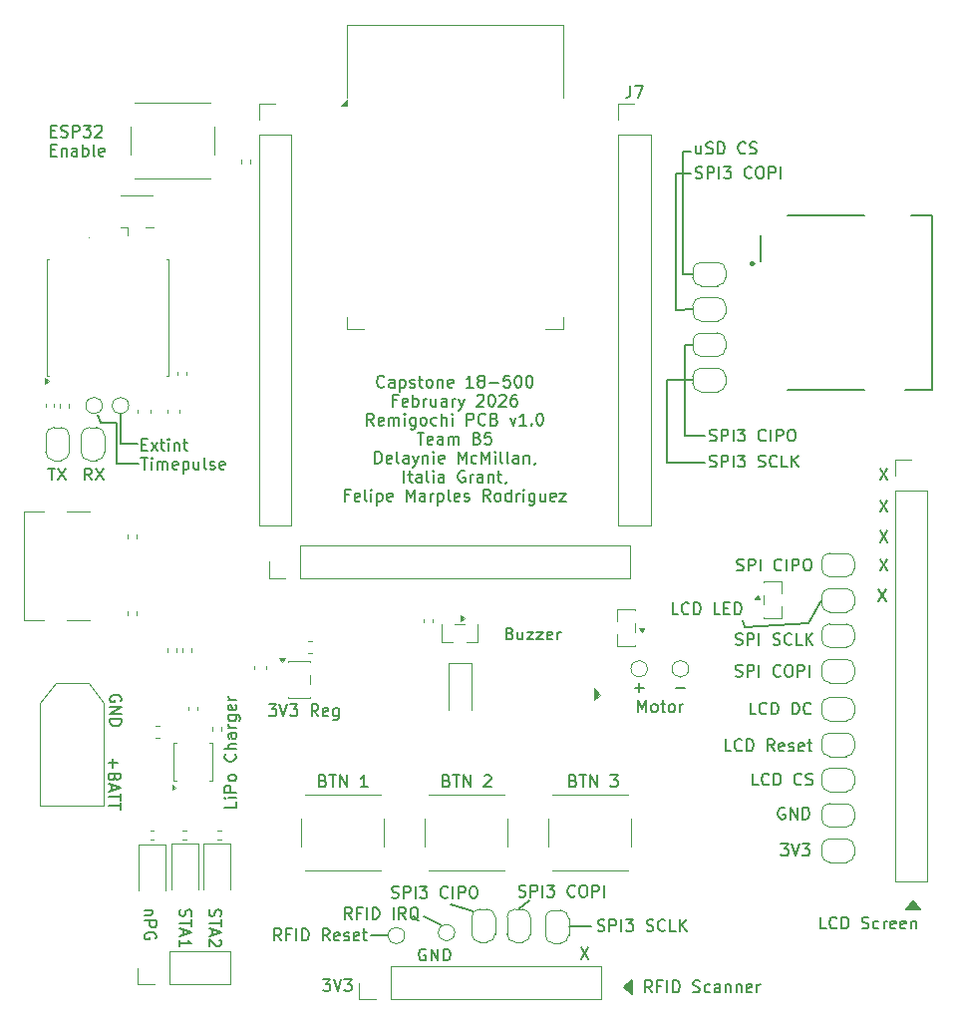
<source format=gto>
G04 #@! TF.GenerationSoftware,KiCad,Pcbnew,9.0.7*
G04 #@! TF.CreationDate,2026-02-25T10:02:27-05:00*
G04 #@! TF.ProjectId,remigochi-pcb,72656d69-676f-4636-9869-2d7063622e6b,rev?*
G04 #@! TF.SameCoordinates,Original*
G04 #@! TF.FileFunction,Legend,Top*
G04 #@! TF.FilePolarity,Positive*
%FSLAX46Y46*%
G04 Gerber Fmt 4.6, Leading zero omitted, Abs format (unit mm)*
G04 Created by KiCad (PCBNEW 9.0.7) date 2026-02-25 10:02:27*
%MOMM*%
%LPD*%
G01*
G04 APERTURE LIST*
%ADD10C,0.150000*%
%ADD11C,0.120000*%
%ADD12C,0.100000*%
%ADD13C,0.203200*%
%ADD14C,0.254000*%
G04 APERTURE END LIST*
D10*
X167000000Y-69000000D02*
X167000000Y-80600000D01*
X119900000Y-92000000D02*
X119850000Y-89450000D01*
X168300000Y-67200000D02*
X167600000Y-67200000D01*
X121300000Y-92000000D02*
X119900000Y-92000000D01*
X145600000Y-132100000D02*
X147100000Y-132900000D01*
X119500000Y-90200000D02*
X118200000Y-90200000D01*
X153670000Y-131500000D02*
X154600000Y-130800000D01*
X178300000Y-107200000D02*
X172900000Y-107600000D01*
X121400000Y-93700000D02*
X119500000Y-93700000D01*
X168450000Y-86570000D02*
X166250000Y-86570000D01*
X163300000Y-138698250D02*
X162600000Y-138098250D01*
X163300000Y-137498250D01*
X163300000Y-138698250D01*
G36*
X163300000Y-138698250D02*
G01*
X162600000Y-138098250D01*
X163300000Y-137498250D01*
X163300000Y-138698250D01*
G37*
X167800000Y-91280179D02*
X169480000Y-91280179D01*
X167000000Y-80600000D02*
X168450000Y-80570000D01*
X166250000Y-90470000D02*
X166250000Y-93580000D01*
X166250000Y-93580000D02*
X169500000Y-93580000D01*
X142590000Y-133750000D02*
X141100000Y-133750000D01*
X168450000Y-83570000D02*
X167800000Y-83570000D01*
X149875025Y-131705026D02*
X147900000Y-131100000D01*
X167800000Y-83570000D02*
X167800000Y-91280179D01*
X119500000Y-93700000D02*
X119500000Y-90200000D01*
X179387500Y-105280000D02*
X178300000Y-107200000D01*
X187750000Y-131550000D02*
X186550000Y-131550000D01*
X187150000Y-130850000D01*
X187750000Y-131550000D01*
G36*
X187750000Y-131550000D02*
G01*
X186550000Y-131550000D01*
X187150000Y-130850000D01*
X187750000Y-131550000D01*
G37*
X167650000Y-77600000D02*
X168450000Y-77570000D01*
X167600000Y-67200000D02*
X167650000Y-77600000D01*
X118200000Y-90200000D02*
X117900000Y-89500000D01*
X172900000Y-107600000D02*
X172700000Y-107000000D01*
X157920000Y-133000000D02*
X159800000Y-133000000D01*
X168300000Y-69000000D02*
X167000000Y-69000000D01*
X166250000Y-86570000D02*
X166250000Y-90470000D01*
X122546847Y-131586779D02*
X121880180Y-131586779D01*
X122451609Y-131586779D02*
X122499228Y-131634398D01*
X122499228Y-131634398D02*
X122546847Y-131729636D01*
X122546847Y-131729636D02*
X122546847Y-131872493D01*
X122546847Y-131872493D02*
X122499228Y-131967731D01*
X122499228Y-131967731D02*
X122403990Y-132015350D01*
X122403990Y-132015350D02*
X121880180Y-132015350D01*
X121880180Y-132491541D02*
X122880180Y-132491541D01*
X122880180Y-132491541D02*
X122880180Y-132872493D01*
X122880180Y-132872493D02*
X122832561Y-132967731D01*
X122832561Y-132967731D02*
X122784942Y-133015350D01*
X122784942Y-133015350D02*
X122689704Y-133062969D01*
X122689704Y-133062969D02*
X122546847Y-133062969D01*
X122546847Y-133062969D02*
X122451609Y-133015350D01*
X122451609Y-133015350D02*
X122403990Y-132967731D01*
X122403990Y-132967731D02*
X122356371Y-132872493D01*
X122356371Y-132872493D02*
X122356371Y-132491541D01*
X122832561Y-134015350D02*
X122880180Y-133920112D01*
X122880180Y-133920112D02*
X122880180Y-133777255D01*
X122880180Y-133777255D02*
X122832561Y-133634398D01*
X122832561Y-133634398D02*
X122737323Y-133539160D01*
X122737323Y-133539160D02*
X122642085Y-133491541D01*
X122642085Y-133491541D02*
X122451609Y-133443922D01*
X122451609Y-133443922D02*
X122308752Y-133443922D01*
X122308752Y-133443922D02*
X122118276Y-133491541D01*
X122118276Y-133491541D02*
X122023038Y-133539160D01*
X122023038Y-133539160D02*
X121927800Y-133634398D01*
X121927800Y-133634398D02*
X121880180Y-133777255D01*
X121880180Y-133777255D02*
X121880180Y-133872493D01*
X121880180Y-133872493D02*
X121927800Y-134015350D01*
X121927800Y-134015350D02*
X121975419Y-134062969D01*
X121975419Y-134062969D02*
X122308752Y-134062969D01*
X122308752Y-134062969D02*
X122308752Y-133872493D01*
X142249999Y-87114916D02*
X142202380Y-87162536D01*
X142202380Y-87162536D02*
X142059523Y-87210155D01*
X142059523Y-87210155D02*
X141964285Y-87210155D01*
X141964285Y-87210155D02*
X141821428Y-87162536D01*
X141821428Y-87162536D02*
X141726190Y-87067297D01*
X141726190Y-87067297D02*
X141678571Y-86972059D01*
X141678571Y-86972059D02*
X141630952Y-86781583D01*
X141630952Y-86781583D02*
X141630952Y-86638726D01*
X141630952Y-86638726D02*
X141678571Y-86448250D01*
X141678571Y-86448250D02*
X141726190Y-86353012D01*
X141726190Y-86353012D02*
X141821428Y-86257774D01*
X141821428Y-86257774D02*
X141964285Y-86210155D01*
X141964285Y-86210155D02*
X142059523Y-86210155D01*
X142059523Y-86210155D02*
X142202380Y-86257774D01*
X142202380Y-86257774D02*
X142249999Y-86305393D01*
X143107142Y-87210155D02*
X143107142Y-86686345D01*
X143107142Y-86686345D02*
X143059523Y-86591107D01*
X143059523Y-86591107D02*
X142964285Y-86543488D01*
X142964285Y-86543488D02*
X142773809Y-86543488D01*
X142773809Y-86543488D02*
X142678571Y-86591107D01*
X143107142Y-87162536D02*
X143011904Y-87210155D01*
X143011904Y-87210155D02*
X142773809Y-87210155D01*
X142773809Y-87210155D02*
X142678571Y-87162536D01*
X142678571Y-87162536D02*
X142630952Y-87067297D01*
X142630952Y-87067297D02*
X142630952Y-86972059D01*
X142630952Y-86972059D02*
X142678571Y-86876821D01*
X142678571Y-86876821D02*
X142773809Y-86829202D01*
X142773809Y-86829202D02*
X143011904Y-86829202D01*
X143011904Y-86829202D02*
X143107142Y-86781583D01*
X143583333Y-86543488D02*
X143583333Y-87543488D01*
X143583333Y-86591107D02*
X143678571Y-86543488D01*
X143678571Y-86543488D02*
X143869047Y-86543488D01*
X143869047Y-86543488D02*
X143964285Y-86591107D01*
X143964285Y-86591107D02*
X144011904Y-86638726D01*
X144011904Y-86638726D02*
X144059523Y-86733964D01*
X144059523Y-86733964D02*
X144059523Y-87019678D01*
X144059523Y-87019678D02*
X144011904Y-87114916D01*
X144011904Y-87114916D02*
X143964285Y-87162536D01*
X143964285Y-87162536D02*
X143869047Y-87210155D01*
X143869047Y-87210155D02*
X143678571Y-87210155D01*
X143678571Y-87210155D02*
X143583333Y-87162536D01*
X144440476Y-87162536D02*
X144535714Y-87210155D01*
X144535714Y-87210155D02*
X144726190Y-87210155D01*
X144726190Y-87210155D02*
X144821428Y-87162536D01*
X144821428Y-87162536D02*
X144869047Y-87067297D01*
X144869047Y-87067297D02*
X144869047Y-87019678D01*
X144869047Y-87019678D02*
X144821428Y-86924440D01*
X144821428Y-86924440D02*
X144726190Y-86876821D01*
X144726190Y-86876821D02*
X144583333Y-86876821D01*
X144583333Y-86876821D02*
X144488095Y-86829202D01*
X144488095Y-86829202D02*
X144440476Y-86733964D01*
X144440476Y-86733964D02*
X144440476Y-86686345D01*
X144440476Y-86686345D02*
X144488095Y-86591107D01*
X144488095Y-86591107D02*
X144583333Y-86543488D01*
X144583333Y-86543488D02*
X144726190Y-86543488D01*
X144726190Y-86543488D02*
X144821428Y-86591107D01*
X145154762Y-86543488D02*
X145535714Y-86543488D01*
X145297619Y-86210155D02*
X145297619Y-87067297D01*
X145297619Y-87067297D02*
X145345238Y-87162536D01*
X145345238Y-87162536D02*
X145440476Y-87210155D01*
X145440476Y-87210155D02*
X145535714Y-87210155D01*
X146011905Y-87210155D02*
X145916667Y-87162536D01*
X145916667Y-87162536D02*
X145869048Y-87114916D01*
X145869048Y-87114916D02*
X145821429Y-87019678D01*
X145821429Y-87019678D02*
X145821429Y-86733964D01*
X145821429Y-86733964D02*
X145869048Y-86638726D01*
X145869048Y-86638726D02*
X145916667Y-86591107D01*
X145916667Y-86591107D02*
X146011905Y-86543488D01*
X146011905Y-86543488D02*
X146154762Y-86543488D01*
X146154762Y-86543488D02*
X146250000Y-86591107D01*
X146250000Y-86591107D02*
X146297619Y-86638726D01*
X146297619Y-86638726D02*
X146345238Y-86733964D01*
X146345238Y-86733964D02*
X146345238Y-87019678D01*
X146345238Y-87019678D02*
X146297619Y-87114916D01*
X146297619Y-87114916D02*
X146250000Y-87162536D01*
X146250000Y-87162536D02*
X146154762Y-87210155D01*
X146154762Y-87210155D02*
X146011905Y-87210155D01*
X146773810Y-86543488D02*
X146773810Y-87210155D01*
X146773810Y-86638726D02*
X146821429Y-86591107D01*
X146821429Y-86591107D02*
X146916667Y-86543488D01*
X146916667Y-86543488D02*
X147059524Y-86543488D01*
X147059524Y-86543488D02*
X147154762Y-86591107D01*
X147154762Y-86591107D02*
X147202381Y-86686345D01*
X147202381Y-86686345D02*
X147202381Y-87210155D01*
X148059524Y-87162536D02*
X147964286Y-87210155D01*
X147964286Y-87210155D02*
X147773810Y-87210155D01*
X147773810Y-87210155D02*
X147678572Y-87162536D01*
X147678572Y-87162536D02*
X147630953Y-87067297D01*
X147630953Y-87067297D02*
X147630953Y-86686345D01*
X147630953Y-86686345D02*
X147678572Y-86591107D01*
X147678572Y-86591107D02*
X147773810Y-86543488D01*
X147773810Y-86543488D02*
X147964286Y-86543488D01*
X147964286Y-86543488D02*
X148059524Y-86591107D01*
X148059524Y-86591107D02*
X148107143Y-86686345D01*
X148107143Y-86686345D02*
X148107143Y-86781583D01*
X148107143Y-86781583D02*
X147630953Y-86876821D01*
X149821429Y-87210155D02*
X149250001Y-87210155D01*
X149535715Y-87210155D02*
X149535715Y-86210155D01*
X149535715Y-86210155D02*
X149440477Y-86353012D01*
X149440477Y-86353012D02*
X149345239Y-86448250D01*
X149345239Y-86448250D02*
X149250001Y-86495869D01*
X150392858Y-86638726D02*
X150297620Y-86591107D01*
X150297620Y-86591107D02*
X150250001Y-86543488D01*
X150250001Y-86543488D02*
X150202382Y-86448250D01*
X150202382Y-86448250D02*
X150202382Y-86400631D01*
X150202382Y-86400631D02*
X150250001Y-86305393D01*
X150250001Y-86305393D02*
X150297620Y-86257774D01*
X150297620Y-86257774D02*
X150392858Y-86210155D01*
X150392858Y-86210155D02*
X150583334Y-86210155D01*
X150583334Y-86210155D02*
X150678572Y-86257774D01*
X150678572Y-86257774D02*
X150726191Y-86305393D01*
X150726191Y-86305393D02*
X150773810Y-86400631D01*
X150773810Y-86400631D02*
X150773810Y-86448250D01*
X150773810Y-86448250D02*
X150726191Y-86543488D01*
X150726191Y-86543488D02*
X150678572Y-86591107D01*
X150678572Y-86591107D02*
X150583334Y-86638726D01*
X150583334Y-86638726D02*
X150392858Y-86638726D01*
X150392858Y-86638726D02*
X150297620Y-86686345D01*
X150297620Y-86686345D02*
X150250001Y-86733964D01*
X150250001Y-86733964D02*
X150202382Y-86829202D01*
X150202382Y-86829202D02*
X150202382Y-87019678D01*
X150202382Y-87019678D02*
X150250001Y-87114916D01*
X150250001Y-87114916D02*
X150297620Y-87162536D01*
X150297620Y-87162536D02*
X150392858Y-87210155D01*
X150392858Y-87210155D02*
X150583334Y-87210155D01*
X150583334Y-87210155D02*
X150678572Y-87162536D01*
X150678572Y-87162536D02*
X150726191Y-87114916D01*
X150726191Y-87114916D02*
X150773810Y-87019678D01*
X150773810Y-87019678D02*
X150773810Y-86829202D01*
X150773810Y-86829202D02*
X150726191Y-86733964D01*
X150726191Y-86733964D02*
X150678572Y-86686345D01*
X150678572Y-86686345D02*
X150583334Y-86638726D01*
X151202382Y-86829202D02*
X151964287Y-86829202D01*
X152916667Y-86210155D02*
X152440477Y-86210155D01*
X152440477Y-86210155D02*
X152392858Y-86686345D01*
X152392858Y-86686345D02*
X152440477Y-86638726D01*
X152440477Y-86638726D02*
X152535715Y-86591107D01*
X152535715Y-86591107D02*
X152773810Y-86591107D01*
X152773810Y-86591107D02*
X152869048Y-86638726D01*
X152869048Y-86638726D02*
X152916667Y-86686345D01*
X152916667Y-86686345D02*
X152964286Y-86781583D01*
X152964286Y-86781583D02*
X152964286Y-87019678D01*
X152964286Y-87019678D02*
X152916667Y-87114916D01*
X152916667Y-87114916D02*
X152869048Y-87162536D01*
X152869048Y-87162536D02*
X152773810Y-87210155D01*
X152773810Y-87210155D02*
X152535715Y-87210155D01*
X152535715Y-87210155D02*
X152440477Y-87162536D01*
X152440477Y-87162536D02*
X152392858Y-87114916D01*
X153583334Y-86210155D02*
X153678572Y-86210155D01*
X153678572Y-86210155D02*
X153773810Y-86257774D01*
X153773810Y-86257774D02*
X153821429Y-86305393D01*
X153821429Y-86305393D02*
X153869048Y-86400631D01*
X153869048Y-86400631D02*
X153916667Y-86591107D01*
X153916667Y-86591107D02*
X153916667Y-86829202D01*
X153916667Y-86829202D02*
X153869048Y-87019678D01*
X153869048Y-87019678D02*
X153821429Y-87114916D01*
X153821429Y-87114916D02*
X153773810Y-87162536D01*
X153773810Y-87162536D02*
X153678572Y-87210155D01*
X153678572Y-87210155D02*
X153583334Y-87210155D01*
X153583334Y-87210155D02*
X153488096Y-87162536D01*
X153488096Y-87162536D02*
X153440477Y-87114916D01*
X153440477Y-87114916D02*
X153392858Y-87019678D01*
X153392858Y-87019678D02*
X153345239Y-86829202D01*
X153345239Y-86829202D02*
X153345239Y-86591107D01*
X153345239Y-86591107D02*
X153392858Y-86400631D01*
X153392858Y-86400631D02*
X153440477Y-86305393D01*
X153440477Y-86305393D02*
X153488096Y-86257774D01*
X153488096Y-86257774D02*
X153583334Y-86210155D01*
X154535715Y-86210155D02*
X154630953Y-86210155D01*
X154630953Y-86210155D02*
X154726191Y-86257774D01*
X154726191Y-86257774D02*
X154773810Y-86305393D01*
X154773810Y-86305393D02*
X154821429Y-86400631D01*
X154821429Y-86400631D02*
X154869048Y-86591107D01*
X154869048Y-86591107D02*
X154869048Y-86829202D01*
X154869048Y-86829202D02*
X154821429Y-87019678D01*
X154821429Y-87019678D02*
X154773810Y-87114916D01*
X154773810Y-87114916D02*
X154726191Y-87162536D01*
X154726191Y-87162536D02*
X154630953Y-87210155D01*
X154630953Y-87210155D02*
X154535715Y-87210155D01*
X154535715Y-87210155D02*
X154440477Y-87162536D01*
X154440477Y-87162536D02*
X154392858Y-87114916D01*
X154392858Y-87114916D02*
X154345239Y-87019678D01*
X154345239Y-87019678D02*
X154297620Y-86829202D01*
X154297620Y-86829202D02*
X154297620Y-86591107D01*
X154297620Y-86591107D02*
X154345239Y-86400631D01*
X154345239Y-86400631D02*
X154392858Y-86305393D01*
X154392858Y-86305393D02*
X154440477Y-86257774D01*
X154440477Y-86257774D02*
X154535715Y-86210155D01*
X143321427Y-88296289D02*
X142988094Y-88296289D01*
X142988094Y-88820099D02*
X142988094Y-87820099D01*
X142988094Y-87820099D02*
X143464284Y-87820099D01*
X144226189Y-88772480D02*
X144130951Y-88820099D01*
X144130951Y-88820099D02*
X143940475Y-88820099D01*
X143940475Y-88820099D02*
X143845237Y-88772480D01*
X143845237Y-88772480D02*
X143797618Y-88677241D01*
X143797618Y-88677241D02*
X143797618Y-88296289D01*
X143797618Y-88296289D02*
X143845237Y-88201051D01*
X143845237Y-88201051D02*
X143940475Y-88153432D01*
X143940475Y-88153432D02*
X144130951Y-88153432D01*
X144130951Y-88153432D02*
X144226189Y-88201051D01*
X144226189Y-88201051D02*
X144273808Y-88296289D01*
X144273808Y-88296289D02*
X144273808Y-88391527D01*
X144273808Y-88391527D02*
X143797618Y-88486765D01*
X144702380Y-88820099D02*
X144702380Y-87820099D01*
X144702380Y-88201051D02*
X144797618Y-88153432D01*
X144797618Y-88153432D02*
X144988094Y-88153432D01*
X144988094Y-88153432D02*
X145083332Y-88201051D01*
X145083332Y-88201051D02*
X145130951Y-88248670D01*
X145130951Y-88248670D02*
X145178570Y-88343908D01*
X145178570Y-88343908D02*
X145178570Y-88629622D01*
X145178570Y-88629622D02*
X145130951Y-88724860D01*
X145130951Y-88724860D02*
X145083332Y-88772480D01*
X145083332Y-88772480D02*
X144988094Y-88820099D01*
X144988094Y-88820099D02*
X144797618Y-88820099D01*
X144797618Y-88820099D02*
X144702380Y-88772480D01*
X145607142Y-88820099D02*
X145607142Y-88153432D01*
X145607142Y-88343908D02*
X145654761Y-88248670D01*
X145654761Y-88248670D02*
X145702380Y-88201051D01*
X145702380Y-88201051D02*
X145797618Y-88153432D01*
X145797618Y-88153432D02*
X145892856Y-88153432D01*
X146654761Y-88153432D02*
X146654761Y-88820099D01*
X146226190Y-88153432D02*
X146226190Y-88677241D01*
X146226190Y-88677241D02*
X146273809Y-88772480D01*
X146273809Y-88772480D02*
X146369047Y-88820099D01*
X146369047Y-88820099D02*
X146511904Y-88820099D01*
X146511904Y-88820099D02*
X146607142Y-88772480D01*
X146607142Y-88772480D02*
X146654761Y-88724860D01*
X147559523Y-88820099D02*
X147559523Y-88296289D01*
X147559523Y-88296289D02*
X147511904Y-88201051D01*
X147511904Y-88201051D02*
X147416666Y-88153432D01*
X147416666Y-88153432D02*
X147226190Y-88153432D01*
X147226190Y-88153432D02*
X147130952Y-88201051D01*
X147559523Y-88772480D02*
X147464285Y-88820099D01*
X147464285Y-88820099D02*
X147226190Y-88820099D01*
X147226190Y-88820099D02*
X147130952Y-88772480D01*
X147130952Y-88772480D02*
X147083333Y-88677241D01*
X147083333Y-88677241D02*
X147083333Y-88582003D01*
X147083333Y-88582003D02*
X147130952Y-88486765D01*
X147130952Y-88486765D02*
X147226190Y-88439146D01*
X147226190Y-88439146D02*
X147464285Y-88439146D01*
X147464285Y-88439146D02*
X147559523Y-88391527D01*
X148035714Y-88820099D02*
X148035714Y-88153432D01*
X148035714Y-88343908D02*
X148083333Y-88248670D01*
X148083333Y-88248670D02*
X148130952Y-88201051D01*
X148130952Y-88201051D02*
X148226190Y-88153432D01*
X148226190Y-88153432D02*
X148321428Y-88153432D01*
X148559524Y-88153432D02*
X148797619Y-88820099D01*
X149035714Y-88153432D02*
X148797619Y-88820099D01*
X148797619Y-88820099D02*
X148702381Y-89058194D01*
X148702381Y-89058194D02*
X148654762Y-89105813D01*
X148654762Y-89105813D02*
X148559524Y-89153432D01*
X150130953Y-87915337D02*
X150178572Y-87867718D01*
X150178572Y-87867718D02*
X150273810Y-87820099D01*
X150273810Y-87820099D02*
X150511905Y-87820099D01*
X150511905Y-87820099D02*
X150607143Y-87867718D01*
X150607143Y-87867718D02*
X150654762Y-87915337D01*
X150654762Y-87915337D02*
X150702381Y-88010575D01*
X150702381Y-88010575D02*
X150702381Y-88105813D01*
X150702381Y-88105813D02*
X150654762Y-88248670D01*
X150654762Y-88248670D02*
X150083334Y-88820099D01*
X150083334Y-88820099D02*
X150702381Y-88820099D01*
X151321429Y-87820099D02*
X151416667Y-87820099D01*
X151416667Y-87820099D02*
X151511905Y-87867718D01*
X151511905Y-87867718D02*
X151559524Y-87915337D01*
X151559524Y-87915337D02*
X151607143Y-88010575D01*
X151607143Y-88010575D02*
X151654762Y-88201051D01*
X151654762Y-88201051D02*
X151654762Y-88439146D01*
X151654762Y-88439146D02*
X151607143Y-88629622D01*
X151607143Y-88629622D02*
X151559524Y-88724860D01*
X151559524Y-88724860D02*
X151511905Y-88772480D01*
X151511905Y-88772480D02*
X151416667Y-88820099D01*
X151416667Y-88820099D02*
X151321429Y-88820099D01*
X151321429Y-88820099D02*
X151226191Y-88772480D01*
X151226191Y-88772480D02*
X151178572Y-88724860D01*
X151178572Y-88724860D02*
X151130953Y-88629622D01*
X151130953Y-88629622D02*
X151083334Y-88439146D01*
X151083334Y-88439146D02*
X151083334Y-88201051D01*
X151083334Y-88201051D02*
X151130953Y-88010575D01*
X151130953Y-88010575D02*
X151178572Y-87915337D01*
X151178572Y-87915337D02*
X151226191Y-87867718D01*
X151226191Y-87867718D02*
X151321429Y-87820099D01*
X152035715Y-87915337D02*
X152083334Y-87867718D01*
X152083334Y-87867718D02*
X152178572Y-87820099D01*
X152178572Y-87820099D02*
X152416667Y-87820099D01*
X152416667Y-87820099D02*
X152511905Y-87867718D01*
X152511905Y-87867718D02*
X152559524Y-87915337D01*
X152559524Y-87915337D02*
X152607143Y-88010575D01*
X152607143Y-88010575D02*
X152607143Y-88105813D01*
X152607143Y-88105813D02*
X152559524Y-88248670D01*
X152559524Y-88248670D02*
X151988096Y-88820099D01*
X151988096Y-88820099D02*
X152607143Y-88820099D01*
X153464286Y-87820099D02*
X153273810Y-87820099D01*
X153273810Y-87820099D02*
X153178572Y-87867718D01*
X153178572Y-87867718D02*
X153130953Y-87915337D01*
X153130953Y-87915337D02*
X153035715Y-88058194D01*
X153035715Y-88058194D02*
X152988096Y-88248670D01*
X152988096Y-88248670D02*
X152988096Y-88629622D01*
X152988096Y-88629622D02*
X153035715Y-88724860D01*
X153035715Y-88724860D02*
X153083334Y-88772480D01*
X153083334Y-88772480D02*
X153178572Y-88820099D01*
X153178572Y-88820099D02*
X153369048Y-88820099D01*
X153369048Y-88820099D02*
X153464286Y-88772480D01*
X153464286Y-88772480D02*
X153511905Y-88724860D01*
X153511905Y-88724860D02*
X153559524Y-88629622D01*
X153559524Y-88629622D02*
X153559524Y-88391527D01*
X153559524Y-88391527D02*
X153511905Y-88296289D01*
X153511905Y-88296289D02*
X153464286Y-88248670D01*
X153464286Y-88248670D02*
X153369048Y-88201051D01*
X153369048Y-88201051D02*
X153178572Y-88201051D01*
X153178572Y-88201051D02*
X153083334Y-88248670D01*
X153083334Y-88248670D02*
X153035715Y-88296289D01*
X153035715Y-88296289D02*
X152988096Y-88391527D01*
X141369047Y-90430043D02*
X141035714Y-89953852D01*
X140797619Y-90430043D02*
X140797619Y-89430043D01*
X140797619Y-89430043D02*
X141178571Y-89430043D01*
X141178571Y-89430043D02*
X141273809Y-89477662D01*
X141273809Y-89477662D02*
X141321428Y-89525281D01*
X141321428Y-89525281D02*
X141369047Y-89620519D01*
X141369047Y-89620519D02*
X141369047Y-89763376D01*
X141369047Y-89763376D02*
X141321428Y-89858614D01*
X141321428Y-89858614D02*
X141273809Y-89906233D01*
X141273809Y-89906233D02*
X141178571Y-89953852D01*
X141178571Y-89953852D02*
X140797619Y-89953852D01*
X142178571Y-90382424D02*
X142083333Y-90430043D01*
X142083333Y-90430043D02*
X141892857Y-90430043D01*
X141892857Y-90430043D02*
X141797619Y-90382424D01*
X141797619Y-90382424D02*
X141750000Y-90287185D01*
X141750000Y-90287185D02*
X141750000Y-89906233D01*
X141750000Y-89906233D02*
X141797619Y-89810995D01*
X141797619Y-89810995D02*
X141892857Y-89763376D01*
X141892857Y-89763376D02*
X142083333Y-89763376D01*
X142083333Y-89763376D02*
X142178571Y-89810995D01*
X142178571Y-89810995D02*
X142226190Y-89906233D01*
X142226190Y-89906233D02*
X142226190Y-90001471D01*
X142226190Y-90001471D02*
X141750000Y-90096709D01*
X142654762Y-90430043D02*
X142654762Y-89763376D01*
X142654762Y-89858614D02*
X142702381Y-89810995D01*
X142702381Y-89810995D02*
X142797619Y-89763376D01*
X142797619Y-89763376D02*
X142940476Y-89763376D01*
X142940476Y-89763376D02*
X143035714Y-89810995D01*
X143035714Y-89810995D02*
X143083333Y-89906233D01*
X143083333Y-89906233D02*
X143083333Y-90430043D01*
X143083333Y-89906233D02*
X143130952Y-89810995D01*
X143130952Y-89810995D02*
X143226190Y-89763376D01*
X143226190Y-89763376D02*
X143369047Y-89763376D01*
X143369047Y-89763376D02*
X143464286Y-89810995D01*
X143464286Y-89810995D02*
X143511905Y-89906233D01*
X143511905Y-89906233D02*
X143511905Y-90430043D01*
X143988095Y-90430043D02*
X143988095Y-89763376D01*
X143988095Y-89430043D02*
X143940476Y-89477662D01*
X143940476Y-89477662D02*
X143988095Y-89525281D01*
X143988095Y-89525281D02*
X144035714Y-89477662D01*
X144035714Y-89477662D02*
X143988095Y-89430043D01*
X143988095Y-89430043D02*
X143988095Y-89525281D01*
X144892856Y-89763376D02*
X144892856Y-90572900D01*
X144892856Y-90572900D02*
X144845237Y-90668138D01*
X144845237Y-90668138D02*
X144797618Y-90715757D01*
X144797618Y-90715757D02*
X144702380Y-90763376D01*
X144702380Y-90763376D02*
X144559523Y-90763376D01*
X144559523Y-90763376D02*
X144464285Y-90715757D01*
X144892856Y-90382424D02*
X144797618Y-90430043D01*
X144797618Y-90430043D02*
X144607142Y-90430043D01*
X144607142Y-90430043D02*
X144511904Y-90382424D01*
X144511904Y-90382424D02*
X144464285Y-90334804D01*
X144464285Y-90334804D02*
X144416666Y-90239566D01*
X144416666Y-90239566D02*
X144416666Y-89953852D01*
X144416666Y-89953852D02*
X144464285Y-89858614D01*
X144464285Y-89858614D02*
X144511904Y-89810995D01*
X144511904Y-89810995D02*
X144607142Y-89763376D01*
X144607142Y-89763376D02*
X144797618Y-89763376D01*
X144797618Y-89763376D02*
X144892856Y-89810995D01*
X145511904Y-90430043D02*
X145416666Y-90382424D01*
X145416666Y-90382424D02*
X145369047Y-90334804D01*
X145369047Y-90334804D02*
X145321428Y-90239566D01*
X145321428Y-90239566D02*
X145321428Y-89953852D01*
X145321428Y-89953852D02*
X145369047Y-89858614D01*
X145369047Y-89858614D02*
X145416666Y-89810995D01*
X145416666Y-89810995D02*
X145511904Y-89763376D01*
X145511904Y-89763376D02*
X145654761Y-89763376D01*
X145654761Y-89763376D02*
X145749999Y-89810995D01*
X145749999Y-89810995D02*
X145797618Y-89858614D01*
X145797618Y-89858614D02*
X145845237Y-89953852D01*
X145845237Y-89953852D02*
X145845237Y-90239566D01*
X145845237Y-90239566D02*
X145797618Y-90334804D01*
X145797618Y-90334804D02*
X145749999Y-90382424D01*
X145749999Y-90382424D02*
X145654761Y-90430043D01*
X145654761Y-90430043D02*
X145511904Y-90430043D01*
X146702380Y-90382424D02*
X146607142Y-90430043D01*
X146607142Y-90430043D02*
X146416666Y-90430043D01*
X146416666Y-90430043D02*
X146321428Y-90382424D01*
X146321428Y-90382424D02*
X146273809Y-90334804D01*
X146273809Y-90334804D02*
X146226190Y-90239566D01*
X146226190Y-90239566D02*
X146226190Y-89953852D01*
X146226190Y-89953852D02*
X146273809Y-89858614D01*
X146273809Y-89858614D02*
X146321428Y-89810995D01*
X146321428Y-89810995D02*
X146416666Y-89763376D01*
X146416666Y-89763376D02*
X146607142Y-89763376D01*
X146607142Y-89763376D02*
X146702380Y-89810995D01*
X147130952Y-90430043D02*
X147130952Y-89430043D01*
X147559523Y-90430043D02*
X147559523Y-89906233D01*
X147559523Y-89906233D02*
X147511904Y-89810995D01*
X147511904Y-89810995D02*
X147416666Y-89763376D01*
X147416666Y-89763376D02*
X147273809Y-89763376D01*
X147273809Y-89763376D02*
X147178571Y-89810995D01*
X147178571Y-89810995D02*
X147130952Y-89858614D01*
X148035714Y-90430043D02*
X148035714Y-89763376D01*
X148035714Y-89430043D02*
X147988095Y-89477662D01*
X147988095Y-89477662D02*
X148035714Y-89525281D01*
X148035714Y-89525281D02*
X148083333Y-89477662D01*
X148083333Y-89477662D02*
X148035714Y-89430043D01*
X148035714Y-89430043D02*
X148035714Y-89525281D01*
X149273809Y-90430043D02*
X149273809Y-89430043D01*
X149273809Y-89430043D02*
X149654761Y-89430043D01*
X149654761Y-89430043D02*
X149749999Y-89477662D01*
X149749999Y-89477662D02*
X149797618Y-89525281D01*
X149797618Y-89525281D02*
X149845237Y-89620519D01*
X149845237Y-89620519D02*
X149845237Y-89763376D01*
X149845237Y-89763376D02*
X149797618Y-89858614D01*
X149797618Y-89858614D02*
X149749999Y-89906233D01*
X149749999Y-89906233D02*
X149654761Y-89953852D01*
X149654761Y-89953852D02*
X149273809Y-89953852D01*
X150845237Y-90334804D02*
X150797618Y-90382424D01*
X150797618Y-90382424D02*
X150654761Y-90430043D01*
X150654761Y-90430043D02*
X150559523Y-90430043D01*
X150559523Y-90430043D02*
X150416666Y-90382424D01*
X150416666Y-90382424D02*
X150321428Y-90287185D01*
X150321428Y-90287185D02*
X150273809Y-90191947D01*
X150273809Y-90191947D02*
X150226190Y-90001471D01*
X150226190Y-90001471D02*
X150226190Y-89858614D01*
X150226190Y-89858614D02*
X150273809Y-89668138D01*
X150273809Y-89668138D02*
X150321428Y-89572900D01*
X150321428Y-89572900D02*
X150416666Y-89477662D01*
X150416666Y-89477662D02*
X150559523Y-89430043D01*
X150559523Y-89430043D02*
X150654761Y-89430043D01*
X150654761Y-89430043D02*
X150797618Y-89477662D01*
X150797618Y-89477662D02*
X150845237Y-89525281D01*
X151607142Y-89906233D02*
X151749999Y-89953852D01*
X151749999Y-89953852D02*
X151797618Y-90001471D01*
X151797618Y-90001471D02*
X151845237Y-90096709D01*
X151845237Y-90096709D02*
X151845237Y-90239566D01*
X151845237Y-90239566D02*
X151797618Y-90334804D01*
X151797618Y-90334804D02*
X151749999Y-90382424D01*
X151749999Y-90382424D02*
X151654761Y-90430043D01*
X151654761Y-90430043D02*
X151273809Y-90430043D01*
X151273809Y-90430043D02*
X151273809Y-89430043D01*
X151273809Y-89430043D02*
X151607142Y-89430043D01*
X151607142Y-89430043D02*
X151702380Y-89477662D01*
X151702380Y-89477662D02*
X151749999Y-89525281D01*
X151749999Y-89525281D02*
X151797618Y-89620519D01*
X151797618Y-89620519D02*
X151797618Y-89715757D01*
X151797618Y-89715757D02*
X151749999Y-89810995D01*
X151749999Y-89810995D02*
X151702380Y-89858614D01*
X151702380Y-89858614D02*
X151607142Y-89906233D01*
X151607142Y-89906233D02*
X151273809Y-89906233D01*
X152940476Y-89763376D02*
X153178571Y-90430043D01*
X153178571Y-90430043D02*
X153416666Y-89763376D01*
X154321428Y-90430043D02*
X153750000Y-90430043D01*
X154035714Y-90430043D02*
X154035714Y-89430043D01*
X154035714Y-89430043D02*
X153940476Y-89572900D01*
X153940476Y-89572900D02*
X153845238Y-89668138D01*
X153845238Y-89668138D02*
X153750000Y-89715757D01*
X154750000Y-90334804D02*
X154797619Y-90382424D01*
X154797619Y-90382424D02*
X154750000Y-90430043D01*
X154750000Y-90430043D02*
X154702381Y-90382424D01*
X154702381Y-90382424D02*
X154750000Y-90334804D01*
X154750000Y-90334804D02*
X154750000Y-90430043D01*
X155416666Y-89430043D02*
X155511904Y-89430043D01*
X155511904Y-89430043D02*
X155607142Y-89477662D01*
X155607142Y-89477662D02*
X155654761Y-89525281D01*
X155654761Y-89525281D02*
X155702380Y-89620519D01*
X155702380Y-89620519D02*
X155749999Y-89810995D01*
X155749999Y-89810995D02*
X155749999Y-90049090D01*
X155749999Y-90049090D02*
X155702380Y-90239566D01*
X155702380Y-90239566D02*
X155654761Y-90334804D01*
X155654761Y-90334804D02*
X155607142Y-90382424D01*
X155607142Y-90382424D02*
X155511904Y-90430043D01*
X155511904Y-90430043D02*
X155416666Y-90430043D01*
X155416666Y-90430043D02*
X155321428Y-90382424D01*
X155321428Y-90382424D02*
X155273809Y-90334804D01*
X155273809Y-90334804D02*
X155226190Y-90239566D01*
X155226190Y-90239566D02*
X155178571Y-90049090D01*
X155178571Y-90049090D02*
X155178571Y-89810995D01*
X155178571Y-89810995D02*
X155226190Y-89620519D01*
X155226190Y-89620519D02*
X155273809Y-89525281D01*
X155273809Y-89525281D02*
X155321428Y-89477662D01*
X155321428Y-89477662D02*
X155416666Y-89430043D01*
X145059524Y-91039987D02*
X145630952Y-91039987D01*
X145345238Y-92039987D02*
X145345238Y-91039987D01*
X146345238Y-91992368D02*
X146250000Y-92039987D01*
X146250000Y-92039987D02*
X146059524Y-92039987D01*
X146059524Y-92039987D02*
X145964286Y-91992368D01*
X145964286Y-91992368D02*
X145916667Y-91897129D01*
X145916667Y-91897129D02*
X145916667Y-91516177D01*
X145916667Y-91516177D02*
X145964286Y-91420939D01*
X145964286Y-91420939D02*
X146059524Y-91373320D01*
X146059524Y-91373320D02*
X146250000Y-91373320D01*
X146250000Y-91373320D02*
X146345238Y-91420939D01*
X146345238Y-91420939D02*
X146392857Y-91516177D01*
X146392857Y-91516177D02*
X146392857Y-91611415D01*
X146392857Y-91611415D02*
X145916667Y-91706653D01*
X147250000Y-92039987D02*
X147250000Y-91516177D01*
X147250000Y-91516177D02*
X147202381Y-91420939D01*
X147202381Y-91420939D02*
X147107143Y-91373320D01*
X147107143Y-91373320D02*
X146916667Y-91373320D01*
X146916667Y-91373320D02*
X146821429Y-91420939D01*
X147250000Y-91992368D02*
X147154762Y-92039987D01*
X147154762Y-92039987D02*
X146916667Y-92039987D01*
X146916667Y-92039987D02*
X146821429Y-91992368D01*
X146821429Y-91992368D02*
X146773810Y-91897129D01*
X146773810Y-91897129D02*
X146773810Y-91801891D01*
X146773810Y-91801891D02*
X146821429Y-91706653D01*
X146821429Y-91706653D02*
X146916667Y-91659034D01*
X146916667Y-91659034D02*
X147154762Y-91659034D01*
X147154762Y-91659034D02*
X147250000Y-91611415D01*
X147726191Y-92039987D02*
X147726191Y-91373320D01*
X147726191Y-91468558D02*
X147773810Y-91420939D01*
X147773810Y-91420939D02*
X147869048Y-91373320D01*
X147869048Y-91373320D02*
X148011905Y-91373320D01*
X148011905Y-91373320D02*
X148107143Y-91420939D01*
X148107143Y-91420939D02*
X148154762Y-91516177D01*
X148154762Y-91516177D02*
X148154762Y-92039987D01*
X148154762Y-91516177D02*
X148202381Y-91420939D01*
X148202381Y-91420939D02*
X148297619Y-91373320D01*
X148297619Y-91373320D02*
X148440476Y-91373320D01*
X148440476Y-91373320D02*
X148535715Y-91420939D01*
X148535715Y-91420939D02*
X148583334Y-91516177D01*
X148583334Y-91516177D02*
X148583334Y-92039987D01*
X150154762Y-91516177D02*
X150297619Y-91563796D01*
X150297619Y-91563796D02*
X150345238Y-91611415D01*
X150345238Y-91611415D02*
X150392857Y-91706653D01*
X150392857Y-91706653D02*
X150392857Y-91849510D01*
X150392857Y-91849510D02*
X150345238Y-91944748D01*
X150345238Y-91944748D02*
X150297619Y-91992368D01*
X150297619Y-91992368D02*
X150202381Y-92039987D01*
X150202381Y-92039987D02*
X149821429Y-92039987D01*
X149821429Y-92039987D02*
X149821429Y-91039987D01*
X149821429Y-91039987D02*
X150154762Y-91039987D01*
X150154762Y-91039987D02*
X150250000Y-91087606D01*
X150250000Y-91087606D02*
X150297619Y-91135225D01*
X150297619Y-91135225D02*
X150345238Y-91230463D01*
X150345238Y-91230463D02*
X150345238Y-91325701D01*
X150345238Y-91325701D02*
X150297619Y-91420939D01*
X150297619Y-91420939D02*
X150250000Y-91468558D01*
X150250000Y-91468558D02*
X150154762Y-91516177D01*
X150154762Y-91516177D02*
X149821429Y-91516177D01*
X151297619Y-91039987D02*
X150821429Y-91039987D01*
X150821429Y-91039987D02*
X150773810Y-91516177D01*
X150773810Y-91516177D02*
X150821429Y-91468558D01*
X150821429Y-91468558D02*
X150916667Y-91420939D01*
X150916667Y-91420939D02*
X151154762Y-91420939D01*
X151154762Y-91420939D02*
X151250000Y-91468558D01*
X151250000Y-91468558D02*
X151297619Y-91516177D01*
X151297619Y-91516177D02*
X151345238Y-91611415D01*
X151345238Y-91611415D02*
X151345238Y-91849510D01*
X151345238Y-91849510D02*
X151297619Y-91944748D01*
X151297619Y-91944748D02*
X151250000Y-91992368D01*
X151250000Y-91992368D02*
X151154762Y-92039987D01*
X151154762Y-92039987D02*
X150916667Y-92039987D01*
X150916667Y-92039987D02*
X150821429Y-91992368D01*
X150821429Y-91992368D02*
X150773810Y-91944748D01*
X141488095Y-93649931D02*
X141488095Y-92649931D01*
X141488095Y-92649931D02*
X141726190Y-92649931D01*
X141726190Y-92649931D02*
X141869047Y-92697550D01*
X141869047Y-92697550D02*
X141964285Y-92792788D01*
X141964285Y-92792788D02*
X142011904Y-92888026D01*
X142011904Y-92888026D02*
X142059523Y-93078502D01*
X142059523Y-93078502D02*
X142059523Y-93221359D01*
X142059523Y-93221359D02*
X142011904Y-93411835D01*
X142011904Y-93411835D02*
X141964285Y-93507073D01*
X141964285Y-93507073D02*
X141869047Y-93602312D01*
X141869047Y-93602312D02*
X141726190Y-93649931D01*
X141726190Y-93649931D02*
X141488095Y-93649931D01*
X142869047Y-93602312D02*
X142773809Y-93649931D01*
X142773809Y-93649931D02*
X142583333Y-93649931D01*
X142583333Y-93649931D02*
X142488095Y-93602312D01*
X142488095Y-93602312D02*
X142440476Y-93507073D01*
X142440476Y-93507073D02*
X142440476Y-93126121D01*
X142440476Y-93126121D02*
X142488095Y-93030883D01*
X142488095Y-93030883D02*
X142583333Y-92983264D01*
X142583333Y-92983264D02*
X142773809Y-92983264D01*
X142773809Y-92983264D02*
X142869047Y-93030883D01*
X142869047Y-93030883D02*
X142916666Y-93126121D01*
X142916666Y-93126121D02*
X142916666Y-93221359D01*
X142916666Y-93221359D02*
X142440476Y-93316597D01*
X143488095Y-93649931D02*
X143392857Y-93602312D01*
X143392857Y-93602312D02*
X143345238Y-93507073D01*
X143345238Y-93507073D02*
X143345238Y-92649931D01*
X144297619Y-93649931D02*
X144297619Y-93126121D01*
X144297619Y-93126121D02*
X144250000Y-93030883D01*
X144250000Y-93030883D02*
X144154762Y-92983264D01*
X144154762Y-92983264D02*
X143964286Y-92983264D01*
X143964286Y-92983264D02*
X143869048Y-93030883D01*
X144297619Y-93602312D02*
X144202381Y-93649931D01*
X144202381Y-93649931D02*
X143964286Y-93649931D01*
X143964286Y-93649931D02*
X143869048Y-93602312D01*
X143869048Y-93602312D02*
X143821429Y-93507073D01*
X143821429Y-93507073D02*
X143821429Y-93411835D01*
X143821429Y-93411835D02*
X143869048Y-93316597D01*
X143869048Y-93316597D02*
X143964286Y-93268978D01*
X143964286Y-93268978D02*
X144202381Y-93268978D01*
X144202381Y-93268978D02*
X144297619Y-93221359D01*
X144678572Y-92983264D02*
X144916667Y-93649931D01*
X145154762Y-92983264D02*
X144916667Y-93649931D01*
X144916667Y-93649931D02*
X144821429Y-93888026D01*
X144821429Y-93888026D02*
X144773810Y-93935645D01*
X144773810Y-93935645D02*
X144678572Y-93983264D01*
X145535715Y-92983264D02*
X145535715Y-93649931D01*
X145535715Y-93078502D02*
X145583334Y-93030883D01*
X145583334Y-93030883D02*
X145678572Y-92983264D01*
X145678572Y-92983264D02*
X145821429Y-92983264D01*
X145821429Y-92983264D02*
X145916667Y-93030883D01*
X145916667Y-93030883D02*
X145964286Y-93126121D01*
X145964286Y-93126121D02*
X145964286Y-93649931D01*
X146440477Y-93649931D02*
X146440477Y-92983264D01*
X146440477Y-92649931D02*
X146392858Y-92697550D01*
X146392858Y-92697550D02*
X146440477Y-92745169D01*
X146440477Y-92745169D02*
X146488096Y-92697550D01*
X146488096Y-92697550D02*
X146440477Y-92649931D01*
X146440477Y-92649931D02*
X146440477Y-92745169D01*
X147297619Y-93602312D02*
X147202381Y-93649931D01*
X147202381Y-93649931D02*
X147011905Y-93649931D01*
X147011905Y-93649931D02*
X146916667Y-93602312D01*
X146916667Y-93602312D02*
X146869048Y-93507073D01*
X146869048Y-93507073D02*
X146869048Y-93126121D01*
X146869048Y-93126121D02*
X146916667Y-93030883D01*
X146916667Y-93030883D02*
X147011905Y-92983264D01*
X147011905Y-92983264D02*
X147202381Y-92983264D01*
X147202381Y-92983264D02*
X147297619Y-93030883D01*
X147297619Y-93030883D02*
X147345238Y-93126121D01*
X147345238Y-93126121D02*
X147345238Y-93221359D01*
X147345238Y-93221359D02*
X146869048Y-93316597D01*
X148535715Y-93649931D02*
X148535715Y-92649931D01*
X148535715Y-92649931D02*
X148869048Y-93364216D01*
X148869048Y-93364216D02*
X149202381Y-92649931D01*
X149202381Y-92649931D02*
X149202381Y-93649931D01*
X150107143Y-93602312D02*
X150011905Y-93649931D01*
X150011905Y-93649931D02*
X149821429Y-93649931D01*
X149821429Y-93649931D02*
X149726191Y-93602312D01*
X149726191Y-93602312D02*
X149678572Y-93554692D01*
X149678572Y-93554692D02*
X149630953Y-93459454D01*
X149630953Y-93459454D02*
X149630953Y-93173740D01*
X149630953Y-93173740D02*
X149678572Y-93078502D01*
X149678572Y-93078502D02*
X149726191Y-93030883D01*
X149726191Y-93030883D02*
X149821429Y-92983264D01*
X149821429Y-92983264D02*
X150011905Y-92983264D01*
X150011905Y-92983264D02*
X150107143Y-93030883D01*
X150535715Y-93649931D02*
X150535715Y-92649931D01*
X150535715Y-92649931D02*
X150869048Y-93364216D01*
X150869048Y-93364216D02*
X151202381Y-92649931D01*
X151202381Y-92649931D02*
X151202381Y-93649931D01*
X151678572Y-93649931D02*
X151678572Y-92983264D01*
X151678572Y-92649931D02*
X151630953Y-92697550D01*
X151630953Y-92697550D02*
X151678572Y-92745169D01*
X151678572Y-92745169D02*
X151726191Y-92697550D01*
X151726191Y-92697550D02*
X151678572Y-92649931D01*
X151678572Y-92649931D02*
X151678572Y-92745169D01*
X152297619Y-93649931D02*
X152202381Y-93602312D01*
X152202381Y-93602312D02*
X152154762Y-93507073D01*
X152154762Y-93507073D02*
X152154762Y-92649931D01*
X152821429Y-93649931D02*
X152726191Y-93602312D01*
X152726191Y-93602312D02*
X152678572Y-93507073D01*
X152678572Y-93507073D02*
X152678572Y-92649931D01*
X153630953Y-93649931D02*
X153630953Y-93126121D01*
X153630953Y-93126121D02*
X153583334Y-93030883D01*
X153583334Y-93030883D02*
X153488096Y-92983264D01*
X153488096Y-92983264D02*
X153297620Y-92983264D01*
X153297620Y-92983264D02*
X153202382Y-93030883D01*
X153630953Y-93602312D02*
X153535715Y-93649931D01*
X153535715Y-93649931D02*
X153297620Y-93649931D01*
X153297620Y-93649931D02*
X153202382Y-93602312D01*
X153202382Y-93602312D02*
X153154763Y-93507073D01*
X153154763Y-93507073D02*
X153154763Y-93411835D01*
X153154763Y-93411835D02*
X153202382Y-93316597D01*
X153202382Y-93316597D02*
X153297620Y-93268978D01*
X153297620Y-93268978D02*
X153535715Y-93268978D01*
X153535715Y-93268978D02*
X153630953Y-93221359D01*
X154107144Y-92983264D02*
X154107144Y-93649931D01*
X154107144Y-93078502D02*
X154154763Y-93030883D01*
X154154763Y-93030883D02*
X154250001Y-92983264D01*
X154250001Y-92983264D02*
X154392858Y-92983264D01*
X154392858Y-92983264D02*
X154488096Y-93030883D01*
X154488096Y-93030883D02*
X154535715Y-93126121D01*
X154535715Y-93126121D02*
X154535715Y-93649931D01*
X155059525Y-93602312D02*
X155059525Y-93649931D01*
X155059525Y-93649931D02*
X155011906Y-93745169D01*
X155011906Y-93745169D02*
X154964287Y-93792788D01*
X143940476Y-95259875D02*
X143940476Y-94259875D01*
X144273809Y-94593208D02*
X144654761Y-94593208D01*
X144416666Y-94259875D02*
X144416666Y-95117017D01*
X144416666Y-95117017D02*
X144464285Y-95212256D01*
X144464285Y-95212256D02*
X144559523Y-95259875D01*
X144559523Y-95259875D02*
X144654761Y-95259875D01*
X145416666Y-95259875D02*
X145416666Y-94736065D01*
X145416666Y-94736065D02*
X145369047Y-94640827D01*
X145369047Y-94640827D02*
X145273809Y-94593208D01*
X145273809Y-94593208D02*
X145083333Y-94593208D01*
X145083333Y-94593208D02*
X144988095Y-94640827D01*
X145416666Y-95212256D02*
X145321428Y-95259875D01*
X145321428Y-95259875D02*
X145083333Y-95259875D01*
X145083333Y-95259875D02*
X144988095Y-95212256D01*
X144988095Y-95212256D02*
X144940476Y-95117017D01*
X144940476Y-95117017D02*
X144940476Y-95021779D01*
X144940476Y-95021779D02*
X144988095Y-94926541D01*
X144988095Y-94926541D02*
X145083333Y-94878922D01*
X145083333Y-94878922D02*
X145321428Y-94878922D01*
X145321428Y-94878922D02*
X145416666Y-94831303D01*
X146035714Y-95259875D02*
X145940476Y-95212256D01*
X145940476Y-95212256D02*
X145892857Y-95117017D01*
X145892857Y-95117017D02*
X145892857Y-94259875D01*
X146416667Y-95259875D02*
X146416667Y-94593208D01*
X146416667Y-94259875D02*
X146369048Y-94307494D01*
X146369048Y-94307494D02*
X146416667Y-94355113D01*
X146416667Y-94355113D02*
X146464286Y-94307494D01*
X146464286Y-94307494D02*
X146416667Y-94259875D01*
X146416667Y-94259875D02*
X146416667Y-94355113D01*
X147321428Y-95259875D02*
X147321428Y-94736065D01*
X147321428Y-94736065D02*
X147273809Y-94640827D01*
X147273809Y-94640827D02*
X147178571Y-94593208D01*
X147178571Y-94593208D02*
X146988095Y-94593208D01*
X146988095Y-94593208D02*
X146892857Y-94640827D01*
X147321428Y-95212256D02*
X147226190Y-95259875D01*
X147226190Y-95259875D02*
X146988095Y-95259875D01*
X146988095Y-95259875D02*
X146892857Y-95212256D01*
X146892857Y-95212256D02*
X146845238Y-95117017D01*
X146845238Y-95117017D02*
X146845238Y-95021779D01*
X146845238Y-95021779D02*
X146892857Y-94926541D01*
X146892857Y-94926541D02*
X146988095Y-94878922D01*
X146988095Y-94878922D02*
X147226190Y-94878922D01*
X147226190Y-94878922D02*
X147321428Y-94831303D01*
X149083333Y-94307494D02*
X148988095Y-94259875D01*
X148988095Y-94259875D02*
X148845238Y-94259875D01*
X148845238Y-94259875D02*
X148702381Y-94307494D01*
X148702381Y-94307494D02*
X148607143Y-94402732D01*
X148607143Y-94402732D02*
X148559524Y-94497970D01*
X148559524Y-94497970D02*
X148511905Y-94688446D01*
X148511905Y-94688446D02*
X148511905Y-94831303D01*
X148511905Y-94831303D02*
X148559524Y-95021779D01*
X148559524Y-95021779D02*
X148607143Y-95117017D01*
X148607143Y-95117017D02*
X148702381Y-95212256D01*
X148702381Y-95212256D02*
X148845238Y-95259875D01*
X148845238Y-95259875D02*
X148940476Y-95259875D01*
X148940476Y-95259875D02*
X149083333Y-95212256D01*
X149083333Y-95212256D02*
X149130952Y-95164636D01*
X149130952Y-95164636D02*
X149130952Y-94831303D01*
X149130952Y-94831303D02*
X148940476Y-94831303D01*
X149559524Y-95259875D02*
X149559524Y-94593208D01*
X149559524Y-94783684D02*
X149607143Y-94688446D01*
X149607143Y-94688446D02*
X149654762Y-94640827D01*
X149654762Y-94640827D02*
X149750000Y-94593208D01*
X149750000Y-94593208D02*
X149845238Y-94593208D01*
X150607143Y-95259875D02*
X150607143Y-94736065D01*
X150607143Y-94736065D02*
X150559524Y-94640827D01*
X150559524Y-94640827D02*
X150464286Y-94593208D01*
X150464286Y-94593208D02*
X150273810Y-94593208D01*
X150273810Y-94593208D02*
X150178572Y-94640827D01*
X150607143Y-95212256D02*
X150511905Y-95259875D01*
X150511905Y-95259875D02*
X150273810Y-95259875D01*
X150273810Y-95259875D02*
X150178572Y-95212256D01*
X150178572Y-95212256D02*
X150130953Y-95117017D01*
X150130953Y-95117017D02*
X150130953Y-95021779D01*
X150130953Y-95021779D02*
X150178572Y-94926541D01*
X150178572Y-94926541D02*
X150273810Y-94878922D01*
X150273810Y-94878922D02*
X150511905Y-94878922D01*
X150511905Y-94878922D02*
X150607143Y-94831303D01*
X151083334Y-94593208D02*
X151083334Y-95259875D01*
X151083334Y-94688446D02*
X151130953Y-94640827D01*
X151130953Y-94640827D02*
X151226191Y-94593208D01*
X151226191Y-94593208D02*
X151369048Y-94593208D01*
X151369048Y-94593208D02*
X151464286Y-94640827D01*
X151464286Y-94640827D02*
X151511905Y-94736065D01*
X151511905Y-94736065D02*
X151511905Y-95259875D01*
X151845239Y-94593208D02*
X152226191Y-94593208D01*
X151988096Y-94259875D02*
X151988096Y-95117017D01*
X151988096Y-95117017D02*
X152035715Y-95212256D01*
X152035715Y-95212256D02*
X152130953Y-95259875D01*
X152130953Y-95259875D02*
X152226191Y-95259875D01*
X152607144Y-95212256D02*
X152607144Y-95259875D01*
X152607144Y-95259875D02*
X152559525Y-95355113D01*
X152559525Y-95355113D02*
X152511906Y-95402732D01*
X139249998Y-96346009D02*
X138916665Y-96346009D01*
X138916665Y-96869819D02*
X138916665Y-95869819D01*
X138916665Y-95869819D02*
X139392855Y-95869819D01*
X140154760Y-96822200D02*
X140059522Y-96869819D01*
X140059522Y-96869819D02*
X139869046Y-96869819D01*
X139869046Y-96869819D02*
X139773808Y-96822200D01*
X139773808Y-96822200D02*
X139726189Y-96726961D01*
X139726189Y-96726961D02*
X139726189Y-96346009D01*
X139726189Y-96346009D02*
X139773808Y-96250771D01*
X139773808Y-96250771D02*
X139869046Y-96203152D01*
X139869046Y-96203152D02*
X140059522Y-96203152D01*
X140059522Y-96203152D02*
X140154760Y-96250771D01*
X140154760Y-96250771D02*
X140202379Y-96346009D01*
X140202379Y-96346009D02*
X140202379Y-96441247D01*
X140202379Y-96441247D02*
X139726189Y-96536485D01*
X140773808Y-96869819D02*
X140678570Y-96822200D01*
X140678570Y-96822200D02*
X140630951Y-96726961D01*
X140630951Y-96726961D02*
X140630951Y-95869819D01*
X141154761Y-96869819D02*
X141154761Y-96203152D01*
X141154761Y-95869819D02*
X141107142Y-95917438D01*
X141107142Y-95917438D02*
X141154761Y-95965057D01*
X141154761Y-95965057D02*
X141202380Y-95917438D01*
X141202380Y-95917438D02*
X141154761Y-95869819D01*
X141154761Y-95869819D02*
X141154761Y-95965057D01*
X141630951Y-96203152D02*
X141630951Y-97203152D01*
X141630951Y-96250771D02*
X141726189Y-96203152D01*
X141726189Y-96203152D02*
X141916665Y-96203152D01*
X141916665Y-96203152D02*
X142011903Y-96250771D01*
X142011903Y-96250771D02*
X142059522Y-96298390D01*
X142059522Y-96298390D02*
X142107141Y-96393628D01*
X142107141Y-96393628D02*
X142107141Y-96679342D01*
X142107141Y-96679342D02*
X142059522Y-96774580D01*
X142059522Y-96774580D02*
X142011903Y-96822200D01*
X142011903Y-96822200D02*
X141916665Y-96869819D01*
X141916665Y-96869819D02*
X141726189Y-96869819D01*
X141726189Y-96869819D02*
X141630951Y-96822200D01*
X142916665Y-96822200D02*
X142821427Y-96869819D01*
X142821427Y-96869819D02*
X142630951Y-96869819D01*
X142630951Y-96869819D02*
X142535713Y-96822200D01*
X142535713Y-96822200D02*
X142488094Y-96726961D01*
X142488094Y-96726961D02*
X142488094Y-96346009D01*
X142488094Y-96346009D02*
X142535713Y-96250771D01*
X142535713Y-96250771D02*
X142630951Y-96203152D01*
X142630951Y-96203152D02*
X142821427Y-96203152D01*
X142821427Y-96203152D02*
X142916665Y-96250771D01*
X142916665Y-96250771D02*
X142964284Y-96346009D01*
X142964284Y-96346009D02*
X142964284Y-96441247D01*
X142964284Y-96441247D02*
X142488094Y-96536485D01*
X144154761Y-96869819D02*
X144154761Y-95869819D01*
X144154761Y-95869819D02*
X144488094Y-96584104D01*
X144488094Y-96584104D02*
X144821427Y-95869819D01*
X144821427Y-95869819D02*
X144821427Y-96869819D01*
X145726189Y-96869819D02*
X145726189Y-96346009D01*
X145726189Y-96346009D02*
X145678570Y-96250771D01*
X145678570Y-96250771D02*
X145583332Y-96203152D01*
X145583332Y-96203152D02*
X145392856Y-96203152D01*
X145392856Y-96203152D02*
X145297618Y-96250771D01*
X145726189Y-96822200D02*
X145630951Y-96869819D01*
X145630951Y-96869819D02*
X145392856Y-96869819D01*
X145392856Y-96869819D02*
X145297618Y-96822200D01*
X145297618Y-96822200D02*
X145249999Y-96726961D01*
X145249999Y-96726961D02*
X145249999Y-96631723D01*
X145249999Y-96631723D02*
X145297618Y-96536485D01*
X145297618Y-96536485D02*
X145392856Y-96488866D01*
X145392856Y-96488866D02*
X145630951Y-96488866D01*
X145630951Y-96488866D02*
X145726189Y-96441247D01*
X146202380Y-96869819D02*
X146202380Y-96203152D01*
X146202380Y-96393628D02*
X146249999Y-96298390D01*
X146249999Y-96298390D02*
X146297618Y-96250771D01*
X146297618Y-96250771D02*
X146392856Y-96203152D01*
X146392856Y-96203152D02*
X146488094Y-96203152D01*
X146821428Y-96203152D02*
X146821428Y-97203152D01*
X146821428Y-96250771D02*
X146916666Y-96203152D01*
X146916666Y-96203152D02*
X147107142Y-96203152D01*
X147107142Y-96203152D02*
X147202380Y-96250771D01*
X147202380Y-96250771D02*
X147249999Y-96298390D01*
X147249999Y-96298390D02*
X147297618Y-96393628D01*
X147297618Y-96393628D02*
X147297618Y-96679342D01*
X147297618Y-96679342D02*
X147249999Y-96774580D01*
X147249999Y-96774580D02*
X147202380Y-96822200D01*
X147202380Y-96822200D02*
X147107142Y-96869819D01*
X147107142Y-96869819D02*
X146916666Y-96869819D01*
X146916666Y-96869819D02*
X146821428Y-96822200D01*
X147869047Y-96869819D02*
X147773809Y-96822200D01*
X147773809Y-96822200D02*
X147726190Y-96726961D01*
X147726190Y-96726961D02*
X147726190Y-95869819D01*
X148630952Y-96822200D02*
X148535714Y-96869819D01*
X148535714Y-96869819D02*
X148345238Y-96869819D01*
X148345238Y-96869819D02*
X148250000Y-96822200D01*
X148250000Y-96822200D02*
X148202381Y-96726961D01*
X148202381Y-96726961D02*
X148202381Y-96346009D01*
X148202381Y-96346009D02*
X148250000Y-96250771D01*
X148250000Y-96250771D02*
X148345238Y-96203152D01*
X148345238Y-96203152D02*
X148535714Y-96203152D01*
X148535714Y-96203152D02*
X148630952Y-96250771D01*
X148630952Y-96250771D02*
X148678571Y-96346009D01*
X148678571Y-96346009D02*
X148678571Y-96441247D01*
X148678571Y-96441247D02*
X148202381Y-96536485D01*
X149059524Y-96822200D02*
X149154762Y-96869819D01*
X149154762Y-96869819D02*
X149345238Y-96869819D01*
X149345238Y-96869819D02*
X149440476Y-96822200D01*
X149440476Y-96822200D02*
X149488095Y-96726961D01*
X149488095Y-96726961D02*
X149488095Y-96679342D01*
X149488095Y-96679342D02*
X149440476Y-96584104D01*
X149440476Y-96584104D02*
X149345238Y-96536485D01*
X149345238Y-96536485D02*
X149202381Y-96536485D01*
X149202381Y-96536485D02*
X149107143Y-96488866D01*
X149107143Y-96488866D02*
X149059524Y-96393628D01*
X149059524Y-96393628D02*
X149059524Y-96346009D01*
X149059524Y-96346009D02*
X149107143Y-96250771D01*
X149107143Y-96250771D02*
X149202381Y-96203152D01*
X149202381Y-96203152D02*
X149345238Y-96203152D01*
X149345238Y-96203152D02*
X149440476Y-96250771D01*
X151250000Y-96869819D02*
X150916667Y-96393628D01*
X150678572Y-96869819D02*
X150678572Y-95869819D01*
X150678572Y-95869819D02*
X151059524Y-95869819D01*
X151059524Y-95869819D02*
X151154762Y-95917438D01*
X151154762Y-95917438D02*
X151202381Y-95965057D01*
X151202381Y-95965057D02*
X151250000Y-96060295D01*
X151250000Y-96060295D02*
X151250000Y-96203152D01*
X151250000Y-96203152D02*
X151202381Y-96298390D01*
X151202381Y-96298390D02*
X151154762Y-96346009D01*
X151154762Y-96346009D02*
X151059524Y-96393628D01*
X151059524Y-96393628D02*
X150678572Y-96393628D01*
X151821429Y-96869819D02*
X151726191Y-96822200D01*
X151726191Y-96822200D02*
X151678572Y-96774580D01*
X151678572Y-96774580D02*
X151630953Y-96679342D01*
X151630953Y-96679342D02*
X151630953Y-96393628D01*
X151630953Y-96393628D02*
X151678572Y-96298390D01*
X151678572Y-96298390D02*
X151726191Y-96250771D01*
X151726191Y-96250771D02*
X151821429Y-96203152D01*
X151821429Y-96203152D02*
X151964286Y-96203152D01*
X151964286Y-96203152D02*
X152059524Y-96250771D01*
X152059524Y-96250771D02*
X152107143Y-96298390D01*
X152107143Y-96298390D02*
X152154762Y-96393628D01*
X152154762Y-96393628D02*
X152154762Y-96679342D01*
X152154762Y-96679342D02*
X152107143Y-96774580D01*
X152107143Y-96774580D02*
X152059524Y-96822200D01*
X152059524Y-96822200D02*
X151964286Y-96869819D01*
X151964286Y-96869819D02*
X151821429Y-96869819D01*
X153011905Y-96869819D02*
X153011905Y-95869819D01*
X153011905Y-96822200D02*
X152916667Y-96869819D01*
X152916667Y-96869819D02*
X152726191Y-96869819D01*
X152726191Y-96869819D02*
X152630953Y-96822200D01*
X152630953Y-96822200D02*
X152583334Y-96774580D01*
X152583334Y-96774580D02*
X152535715Y-96679342D01*
X152535715Y-96679342D02*
X152535715Y-96393628D01*
X152535715Y-96393628D02*
X152583334Y-96298390D01*
X152583334Y-96298390D02*
X152630953Y-96250771D01*
X152630953Y-96250771D02*
X152726191Y-96203152D01*
X152726191Y-96203152D02*
X152916667Y-96203152D01*
X152916667Y-96203152D02*
X153011905Y-96250771D01*
X153488096Y-96869819D02*
X153488096Y-96203152D01*
X153488096Y-96393628D02*
X153535715Y-96298390D01*
X153535715Y-96298390D02*
X153583334Y-96250771D01*
X153583334Y-96250771D02*
X153678572Y-96203152D01*
X153678572Y-96203152D02*
X153773810Y-96203152D01*
X154107144Y-96869819D02*
X154107144Y-96203152D01*
X154107144Y-95869819D02*
X154059525Y-95917438D01*
X154059525Y-95917438D02*
X154107144Y-95965057D01*
X154107144Y-95965057D02*
X154154763Y-95917438D01*
X154154763Y-95917438D02*
X154107144Y-95869819D01*
X154107144Y-95869819D02*
X154107144Y-95965057D01*
X155011905Y-96203152D02*
X155011905Y-97012676D01*
X155011905Y-97012676D02*
X154964286Y-97107914D01*
X154964286Y-97107914D02*
X154916667Y-97155533D01*
X154916667Y-97155533D02*
X154821429Y-97203152D01*
X154821429Y-97203152D02*
X154678572Y-97203152D01*
X154678572Y-97203152D02*
X154583334Y-97155533D01*
X155011905Y-96822200D02*
X154916667Y-96869819D01*
X154916667Y-96869819D02*
X154726191Y-96869819D01*
X154726191Y-96869819D02*
X154630953Y-96822200D01*
X154630953Y-96822200D02*
X154583334Y-96774580D01*
X154583334Y-96774580D02*
X154535715Y-96679342D01*
X154535715Y-96679342D02*
X154535715Y-96393628D01*
X154535715Y-96393628D02*
X154583334Y-96298390D01*
X154583334Y-96298390D02*
X154630953Y-96250771D01*
X154630953Y-96250771D02*
X154726191Y-96203152D01*
X154726191Y-96203152D02*
X154916667Y-96203152D01*
X154916667Y-96203152D02*
X155011905Y-96250771D01*
X155916667Y-96203152D02*
X155916667Y-96869819D01*
X155488096Y-96203152D02*
X155488096Y-96726961D01*
X155488096Y-96726961D02*
X155535715Y-96822200D01*
X155535715Y-96822200D02*
X155630953Y-96869819D01*
X155630953Y-96869819D02*
X155773810Y-96869819D01*
X155773810Y-96869819D02*
X155869048Y-96822200D01*
X155869048Y-96822200D02*
X155916667Y-96774580D01*
X156773810Y-96822200D02*
X156678572Y-96869819D01*
X156678572Y-96869819D02*
X156488096Y-96869819D01*
X156488096Y-96869819D02*
X156392858Y-96822200D01*
X156392858Y-96822200D02*
X156345239Y-96726961D01*
X156345239Y-96726961D02*
X156345239Y-96346009D01*
X156345239Y-96346009D02*
X156392858Y-96250771D01*
X156392858Y-96250771D02*
X156488096Y-96203152D01*
X156488096Y-96203152D02*
X156678572Y-96203152D01*
X156678572Y-96203152D02*
X156773810Y-96250771D01*
X156773810Y-96250771D02*
X156821429Y-96346009D01*
X156821429Y-96346009D02*
X156821429Y-96441247D01*
X156821429Y-96441247D02*
X156345239Y-96536485D01*
X157154763Y-96203152D02*
X157678572Y-96203152D01*
X157678572Y-96203152D02*
X157154763Y-96869819D01*
X157154763Y-96869819D02*
X157678572Y-96869819D01*
X165008207Y-138569819D02*
X164674874Y-138093628D01*
X164436779Y-138569819D02*
X164436779Y-137569819D01*
X164436779Y-137569819D02*
X164817731Y-137569819D01*
X164817731Y-137569819D02*
X164912969Y-137617438D01*
X164912969Y-137617438D02*
X164960588Y-137665057D01*
X164960588Y-137665057D02*
X165008207Y-137760295D01*
X165008207Y-137760295D02*
X165008207Y-137903152D01*
X165008207Y-137903152D02*
X164960588Y-137998390D01*
X164960588Y-137998390D02*
X164912969Y-138046009D01*
X164912969Y-138046009D02*
X164817731Y-138093628D01*
X164817731Y-138093628D02*
X164436779Y-138093628D01*
X165770112Y-138046009D02*
X165436779Y-138046009D01*
X165436779Y-138569819D02*
X165436779Y-137569819D01*
X165436779Y-137569819D02*
X165912969Y-137569819D01*
X166293922Y-138569819D02*
X166293922Y-137569819D01*
X166770112Y-138569819D02*
X166770112Y-137569819D01*
X166770112Y-137569819D02*
X167008207Y-137569819D01*
X167008207Y-137569819D02*
X167151064Y-137617438D01*
X167151064Y-137617438D02*
X167246302Y-137712676D01*
X167246302Y-137712676D02*
X167293921Y-137807914D01*
X167293921Y-137807914D02*
X167341540Y-137998390D01*
X167341540Y-137998390D02*
X167341540Y-138141247D01*
X167341540Y-138141247D02*
X167293921Y-138331723D01*
X167293921Y-138331723D02*
X167246302Y-138426961D01*
X167246302Y-138426961D02*
X167151064Y-138522200D01*
X167151064Y-138522200D02*
X167008207Y-138569819D01*
X167008207Y-138569819D02*
X166770112Y-138569819D01*
X168484398Y-138522200D02*
X168627255Y-138569819D01*
X168627255Y-138569819D02*
X168865350Y-138569819D01*
X168865350Y-138569819D02*
X168960588Y-138522200D01*
X168960588Y-138522200D02*
X169008207Y-138474580D01*
X169008207Y-138474580D02*
X169055826Y-138379342D01*
X169055826Y-138379342D02*
X169055826Y-138284104D01*
X169055826Y-138284104D02*
X169008207Y-138188866D01*
X169008207Y-138188866D02*
X168960588Y-138141247D01*
X168960588Y-138141247D02*
X168865350Y-138093628D01*
X168865350Y-138093628D02*
X168674874Y-138046009D01*
X168674874Y-138046009D02*
X168579636Y-137998390D01*
X168579636Y-137998390D02*
X168532017Y-137950771D01*
X168532017Y-137950771D02*
X168484398Y-137855533D01*
X168484398Y-137855533D02*
X168484398Y-137760295D01*
X168484398Y-137760295D02*
X168532017Y-137665057D01*
X168532017Y-137665057D02*
X168579636Y-137617438D01*
X168579636Y-137617438D02*
X168674874Y-137569819D01*
X168674874Y-137569819D02*
X168912969Y-137569819D01*
X168912969Y-137569819D02*
X169055826Y-137617438D01*
X169912969Y-138522200D02*
X169817731Y-138569819D01*
X169817731Y-138569819D02*
X169627255Y-138569819D01*
X169627255Y-138569819D02*
X169532017Y-138522200D01*
X169532017Y-138522200D02*
X169484398Y-138474580D01*
X169484398Y-138474580D02*
X169436779Y-138379342D01*
X169436779Y-138379342D02*
X169436779Y-138093628D01*
X169436779Y-138093628D02*
X169484398Y-137998390D01*
X169484398Y-137998390D02*
X169532017Y-137950771D01*
X169532017Y-137950771D02*
X169627255Y-137903152D01*
X169627255Y-137903152D02*
X169817731Y-137903152D01*
X169817731Y-137903152D02*
X169912969Y-137950771D01*
X170770112Y-138569819D02*
X170770112Y-138046009D01*
X170770112Y-138046009D02*
X170722493Y-137950771D01*
X170722493Y-137950771D02*
X170627255Y-137903152D01*
X170627255Y-137903152D02*
X170436779Y-137903152D01*
X170436779Y-137903152D02*
X170341541Y-137950771D01*
X170770112Y-138522200D02*
X170674874Y-138569819D01*
X170674874Y-138569819D02*
X170436779Y-138569819D01*
X170436779Y-138569819D02*
X170341541Y-138522200D01*
X170341541Y-138522200D02*
X170293922Y-138426961D01*
X170293922Y-138426961D02*
X170293922Y-138331723D01*
X170293922Y-138331723D02*
X170341541Y-138236485D01*
X170341541Y-138236485D02*
X170436779Y-138188866D01*
X170436779Y-138188866D02*
X170674874Y-138188866D01*
X170674874Y-138188866D02*
X170770112Y-138141247D01*
X171246303Y-137903152D02*
X171246303Y-138569819D01*
X171246303Y-137998390D02*
X171293922Y-137950771D01*
X171293922Y-137950771D02*
X171389160Y-137903152D01*
X171389160Y-137903152D02*
X171532017Y-137903152D01*
X171532017Y-137903152D02*
X171627255Y-137950771D01*
X171627255Y-137950771D02*
X171674874Y-138046009D01*
X171674874Y-138046009D02*
X171674874Y-138569819D01*
X172151065Y-137903152D02*
X172151065Y-138569819D01*
X172151065Y-137998390D02*
X172198684Y-137950771D01*
X172198684Y-137950771D02*
X172293922Y-137903152D01*
X172293922Y-137903152D02*
X172436779Y-137903152D01*
X172436779Y-137903152D02*
X172532017Y-137950771D01*
X172532017Y-137950771D02*
X172579636Y-138046009D01*
X172579636Y-138046009D02*
X172579636Y-138569819D01*
X173436779Y-138522200D02*
X173341541Y-138569819D01*
X173341541Y-138569819D02*
X173151065Y-138569819D01*
X173151065Y-138569819D02*
X173055827Y-138522200D01*
X173055827Y-138522200D02*
X173008208Y-138426961D01*
X173008208Y-138426961D02*
X173008208Y-138046009D01*
X173008208Y-138046009D02*
X173055827Y-137950771D01*
X173055827Y-137950771D02*
X173151065Y-137903152D01*
X173151065Y-137903152D02*
X173341541Y-137903152D01*
X173341541Y-137903152D02*
X173436779Y-137950771D01*
X173436779Y-137950771D02*
X173484398Y-138046009D01*
X173484398Y-138046009D02*
X173484398Y-138141247D01*
X173484398Y-138141247D02*
X173008208Y-138236485D01*
X173912970Y-138569819D02*
X173912970Y-137903152D01*
X173912970Y-138093628D02*
X173960589Y-137998390D01*
X173960589Y-137998390D02*
X174008208Y-137950771D01*
X174008208Y-137950771D02*
X174103446Y-137903152D01*
X174103446Y-137903152D02*
X174198684Y-137903152D01*
X184341541Y-99369819D02*
X185008207Y-100369819D01*
X185008207Y-99369819D02*
X184341541Y-100369819D01*
X163536779Y-112688866D02*
X164298684Y-112688866D01*
X163917731Y-113069819D02*
X163917731Y-112307914D01*
X119882561Y-113860588D02*
X119930180Y-113765350D01*
X119930180Y-113765350D02*
X119930180Y-113622493D01*
X119930180Y-113622493D02*
X119882561Y-113479636D01*
X119882561Y-113479636D02*
X119787323Y-113384398D01*
X119787323Y-113384398D02*
X119692085Y-113336779D01*
X119692085Y-113336779D02*
X119501609Y-113289160D01*
X119501609Y-113289160D02*
X119358752Y-113289160D01*
X119358752Y-113289160D02*
X119168276Y-113336779D01*
X119168276Y-113336779D02*
X119073038Y-113384398D01*
X119073038Y-113384398D02*
X118977800Y-113479636D01*
X118977800Y-113479636D02*
X118930180Y-113622493D01*
X118930180Y-113622493D02*
X118930180Y-113717731D01*
X118930180Y-113717731D02*
X118977800Y-113860588D01*
X118977800Y-113860588D02*
X119025419Y-113908207D01*
X119025419Y-113908207D02*
X119358752Y-113908207D01*
X119358752Y-113908207D02*
X119358752Y-113717731D01*
X118930180Y-114336779D02*
X119930180Y-114336779D01*
X119930180Y-114336779D02*
X118930180Y-114908207D01*
X118930180Y-114908207D02*
X119930180Y-114908207D01*
X118930180Y-115384398D02*
X119930180Y-115384398D01*
X119930180Y-115384398D02*
X119930180Y-115622493D01*
X119930180Y-115622493D02*
X119882561Y-115765350D01*
X119882561Y-115765350D02*
X119787323Y-115860588D01*
X119787323Y-115860588D02*
X119692085Y-115908207D01*
X119692085Y-115908207D02*
X119501609Y-115955826D01*
X119501609Y-115955826D02*
X119358752Y-115955826D01*
X119358752Y-115955826D02*
X119168276Y-115908207D01*
X119168276Y-115908207D02*
X119073038Y-115860588D01*
X119073038Y-115860588D02*
X118977800Y-115765350D01*
X118977800Y-115765350D02*
X118930180Y-115622493D01*
X118930180Y-115622493D02*
X118930180Y-115384398D01*
X121593922Y-93169819D02*
X122165350Y-93169819D01*
X121879636Y-94169819D02*
X121879636Y-93169819D01*
X122498684Y-94169819D02*
X122498684Y-93503152D01*
X122498684Y-93169819D02*
X122451065Y-93217438D01*
X122451065Y-93217438D02*
X122498684Y-93265057D01*
X122498684Y-93265057D02*
X122546303Y-93217438D01*
X122546303Y-93217438D02*
X122498684Y-93169819D01*
X122498684Y-93169819D02*
X122498684Y-93265057D01*
X122974874Y-94169819D02*
X122974874Y-93503152D01*
X122974874Y-93598390D02*
X123022493Y-93550771D01*
X123022493Y-93550771D02*
X123117731Y-93503152D01*
X123117731Y-93503152D02*
X123260588Y-93503152D01*
X123260588Y-93503152D02*
X123355826Y-93550771D01*
X123355826Y-93550771D02*
X123403445Y-93646009D01*
X123403445Y-93646009D02*
X123403445Y-94169819D01*
X123403445Y-93646009D02*
X123451064Y-93550771D01*
X123451064Y-93550771D02*
X123546302Y-93503152D01*
X123546302Y-93503152D02*
X123689159Y-93503152D01*
X123689159Y-93503152D02*
X123784398Y-93550771D01*
X123784398Y-93550771D02*
X123832017Y-93646009D01*
X123832017Y-93646009D02*
X123832017Y-94169819D01*
X124689159Y-94122200D02*
X124593921Y-94169819D01*
X124593921Y-94169819D02*
X124403445Y-94169819D01*
X124403445Y-94169819D02*
X124308207Y-94122200D01*
X124308207Y-94122200D02*
X124260588Y-94026961D01*
X124260588Y-94026961D02*
X124260588Y-93646009D01*
X124260588Y-93646009D02*
X124308207Y-93550771D01*
X124308207Y-93550771D02*
X124403445Y-93503152D01*
X124403445Y-93503152D02*
X124593921Y-93503152D01*
X124593921Y-93503152D02*
X124689159Y-93550771D01*
X124689159Y-93550771D02*
X124736778Y-93646009D01*
X124736778Y-93646009D02*
X124736778Y-93741247D01*
X124736778Y-93741247D02*
X124260588Y-93836485D01*
X125165350Y-93503152D02*
X125165350Y-94503152D01*
X125165350Y-93550771D02*
X125260588Y-93503152D01*
X125260588Y-93503152D02*
X125451064Y-93503152D01*
X125451064Y-93503152D02*
X125546302Y-93550771D01*
X125546302Y-93550771D02*
X125593921Y-93598390D01*
X125593921Y-93598390D02*
X125641540Y-93693628D01*
X125641540Y-93693628D02*
X125641540Y-93979342D01*
X125641540Y-93979342D02*
X125593921Y-94074580D01*
X125593921Y-94074580D02*
X125546302Y-94122200D01*
X125546302Y-94122200D02*
X125451064Y-94169819D01*
X125451064Y-94169819D02*
X125260588Y-94169819D01*
X125260588Y-94169819D02*
X125165350Y-94122200D01*
X126498683Y-93503152D02*
X126498683Y-94169819D01*
X126070112Y-93503152D02*
X126070112Y-94026961D01*
X126070112Y-94026961D02*
X126117731Y-94122200D01*
X126117731Y-94122200D02*
X126212969Y-94169819D01*
X126212969Y-94169819D02*
X126355826Y-94169819D01*
X126355826Y-94169819D02*
X126451064Y-94122200D01*
X126451064Y-94122200D02*
X126498683Y-94074580D01*
X127117731Y-94169819D02*
X127022493Y-94122200D01*
X127022493Y-94122200D02*
X126974874Y-94026961D01*
X126974874Y-94026961D02*
X126974874Y-93169819D01*
X127451065Y-94122200D02*
X127546303Y-94169819D01*
X127546303Y-94169819D02*
X127736779Y-94169819D01*
X127736779Y-94169819D02*
X127832017Y-94122200D01*
X127832017Y-94122200D02*
X127879636Y-94026961D01*
X127879636Y-94026961D02*
X127879636Y-93979342D01*
X127879636Y-93979342D02*
X127832017Y-93884104D01*
X127832017Y-93884104D02*
X127736779Y-93836485D01*
X127736779Y-93836485D02*
X127593922Y-93836485D01*
X127593922Y-93836485D02*
X127498684Y-93788866D01*
X127498684Y-93788866D02*
X127451065Y-93693628D01*
X127451065Y-93693628D02*
X127451065Y-93646009D01*
X127451065Y-93646009D02*
X127498684Y-93550771D01*
X127498684Y-93550771D02*
X127593922Y-93503152D01*
X127593922Y-93503152D02*
X127736779Y-93503152D01*
X127736779Y-93503152D02*
X127832017Y-93550771D01*
X128689160Y-94122200D02*
X128593922Y-94169819D01*
X128593922Y-94169819D02*
X128403446Y-94169819D01*
X128403446Y-94169819D02*
X128308208Y-94122200D01*
X128308208Y-94122200D02*
X128260589Y-94026961D01*
X128260589Y-94026961D02*
X128260589Y-93646009D01*
X128260589Y-93646009D02*
X128308208Y-93550771D01*
X128308208Y-93550771D02*
X128403446Y-93503152D01*
X128403446Y-93503152D02*
X128593922Y-93503152D01*
X128593922Y-93503152D02*
X128689160Y-93550771D01*
X128689160Y-93550771D02*
X128736779Y-93646009D01*
X128736779Y-93646009D02*
X128736779Y-93741247D01*
X128736779Y-93741247D02*
X128260589Y-93836485D01*
X169165350Y-66703152D02*
X169165350Y-67369819D01*
X168736779Y-66703152D02*
X168736779Y-67226961D01*
X168736779Y-67226961D02*
X168784398Y-67322200D01*
X168784398Y-67322200D02*
X168879636Y-67369819D01*
X168879636Y-67369819D02*
X169022493Y-67369819D01*
X169022493Y-67369819D02*
X169117731Y-67322200D01*
X169117731Y-67322200D02*
X169165350Y-67274580D01*
X169593922Y-67322200D02*
X169736779Y-67369819D01*
X169736779Y-67369819D02*
X169974874Y-67369819D01*
X169974874Y-67369819D02*
X170070112Y-67322200D01*
X170070112Y-67322200D02*
X170117731Y-67274580D01*
X170117731Y-67274580D02*
X170165350Y-67179342D01*
X170165350Y-67179342D02*
X170165350Y-67084104D01*
X170165350Y-67084104D02*
X170117731Y-66988866D01*
X170117731Y-66988866D02*
X170070112Y-66941247D01*
X170070112Y-66941247D02*
X169974874Y-66893628D01*
X169974874Y-66893628D02*
X169784398Y-66846009D01*
X169784398Y-66846009D02*
X169689160Y-66798390D01*
X169689160Y-66798390D02*
X169641541Y-66750771D01*
X169641541Y-66750771D02*
X169593922Y-66655533D01*
X169593922Y-66655533D02*
X169593922Y-66560295D01*
X169593922Y-66560295D02*
X169641541Y-66465057D01*
X169641541Y-66465057D02*
X169689160Y-66417438D01*
X169689160Y-66417438D02*
X169784398Y-66369819D01*
X169784398Y-66369819D02*
X170022493Y-66369819D01*
X170022493Y-66369819D02*
X170165350Y-66417438D01*
X170593922Y-67369819D02*
X170593922Y-66369819D01*
X170593922Y-66369819D02*
X170832017Y-66369819D01*
X170832017Y-66369819D02*
X170974874Y-66417438D01*
X170974874Y-66417438D02*
X171070112Y-66512676D01*
X171070112Y-66512676D02*
X171117731Y-66607914D01*
X171117731Y-66607914D02*
X171165350Y-66798390D01*
X171165350Y-66798390D02*
X171165350Y-66941247D01*
X171165350Y-66941247D02*
X171117731Y-67131723D01*
X171117731Y-67131723D02*
X171070112Y-67226961D01*
X171070112Y-67226961D02*
X170974874Y-67322200D01*
X170974874Y-67322200D02*
X170832017Y-67369819D01*
X170832017Y-67369819D02*
X170593922Y-67369819D01*
X172927255Y-67274580D02*
X172879636Y-67322200D01*
X172879636Y-67322200D02*
X172736779Y-67369819D01*
X172736779Y-67369819D02*
X172641541Y-67369819D01*
X172641541Y-67369819D02*
X172498684Y-67322200D01*
X172498684Y-67322200D02*
X172403446Y-67226961D01*
X172403446Y-67226961D02*
X172355827Y-67131723D01*
X172355827Y-67131723D02*
X172308208Y-66941247D01*
X172308208Y-66941247D02*
X172308208Y-66798390D01*
X172308208Y-66798390D02*
X172355827Y-66607914D01*
X172355827Y-66607914D02*
X172403446Y-66512676D01*
X172403446Y-66512676D02*
X172498684Y-66417438D01*
X172498684Y-66417438D02*
X172641541Y-66369819D01*
X172641541Y-66369819D02*
X172736779Y-66369819D01*
X172736779Y-66369819D02*
X172879636Y-66417438D01*
X172879636Y-66417438D02*
X172927255Y-66465057D01*
X173308208Y-67322200D02*
X173451065Y-67369819D01*
X173451065Y-67369819D02*
X173689160Y-67369819D01*
X173689160Y-67369819D02*
X173784398Y-67322200D01*
X173784398Y-67322200D02*
X173832017Y-67274580D01*
X173832017Y-67274580D02*
X173879636Y-67179342D01*
X173879636Y-67179342D02*
X173879636Y-67084104D01*
X173879636Y-67084104D02*
X173832017Y-66988866D01*
X173832017Y-66988866D02*
X173784398Y-66941247D01*
X173784398Y-66941247D02*
X173689160Y-66893628D01*
X173689160Y-66893628D02*
X173498684Y-66846009D01*
X173498684Y-66846009D02*
X173403446Y-66798390D01*
X173403446Y-66798390D02*
X173355827Y-66750771D01*
X173355827Y-66750771D02*
X173308208Y-66655533D01*
X173308208Y-66655533D02*
X173308208Y-66560295D01*
X173308208Y-66560295D02*
X173355827Y-66465057D01*
X173355827Y-66465057D02*
X173403446Y-66417438D01*
X173403446Y-66417438D02*
X173498684Y-66369819D01*
X173498684Y-66369819D02*
X173736779Y-66369819D01*
X173736779Y-66369819D02*
X173879636Y-66417438D01*
X158941541Y-134769819D02*
X159608207Y-135769819D01*
X159608207Y-134769819D02*
X158941541Y-135769819D01*
X142889160Y-130522200D02*
X143032017Y-130569819D01*
X143032017Y-130569819D02*
X143270112Y-130569819D01*
X143270112Y-130569819D02*
X143365350Y-130522200D01*
X143365350Y-130522200D02*
X143412969Y-130474580D01*
X143412969Y-130474580D02*
X143460588Y-130379342D01*
X143460588Y-130379342D02*
X143460588Y-130284104D01*
X143460588Y-130284104D02*
X143412969Y-130188866D01*
X143412969Y-130188866D02*
X143365350Y-130141247D01*
X143365350Y-130141247D02*
X143270112Y-130093628D01*
X143270112Y-130093628D02*
X143079636Y-130046009D01*
X143079636Y-130046009D02*
X142984398Y-129998390D01*
X142984398Y-129998390D02*
X142936779Y-129950771D01*
X142936779Y-129950771D02*
X142889160Y-129855533D01*
X142889160Y-129855533D02*
X142889160Y-129760295D01*
X142889160Y-129760295D02*
X142936779Y-129665057D01*
X142936779Y-129665057D02*
X142984398Y-129617438D01*
X142984398Y-129617438D02*
X143079636Y-129569819D01*
X143079636Y-129569819D02*
X143317731Y-129569819D01*
X143317731Y-129569819D02*
X143460588Y-129617438D01*
X143889160Y-130569819D02*
X143889160Y-129569819D01*
X143889160Y-129569819D02*
X144270112Y-129569819D01*
X144270112Y-129569819D02*
X144365350Y-129617438D01*
X144365350Y-129617438D02*
X144412969Y-129665057D01*
X144412969Y-129665057D02*
X144460588Y-129760295D01*
X144460588Y-129760295D02*
X144460588Y-129903152D01*
X144460588Y-129903152D02*
X144412969Y-129998390D01*
X144412969Y-129998390D02*
X144365350Y-130046009D01*
X144365350Y-130046009D02*
X144270112Y-130093628D01*
X144270112Y-130093628D02*
X143889160Y-130093628D01*
X144889160Y-130569819D02*
X144889160Y-129569819D01*
X145270112Y-129569819D02*
X145889159Y-129569819D01*
X145889159Y-129569819D02*
X145555826Y-129950771D01*
X145555826Y-129950771D02*
X145698683Y-129950771D01*
X145698683Y-129950771D02*
X145793921Y-129998390D01*
X145793921Y-129998390D02*
X145841540Y-130046009D01*
X145841540Y-130046009D02*
X145889159Y-130141247D01*
X145889159Y-130141247D02*
X145889159Y-130379342D01*
X145889159Y-130379342D02*
X145841540Y-130474580D01*
X145841540Y-130474580D02*
X145793921Y-130522200D01*
X145793921Y-130522200D02*
X145698683Y-130569819D01*
X145698683Y-130569819D02*
X145412969Y-130569819D01*
X145412969Y-130569819D02*
X145317731Y-130522200D01*
X145317731Y-130522200D02*
X145270112Y-130474580D01*
X147651064Y-130474580D02*
X147603445Y-130522200D01*
X147603445Y-130522200D02*
X147460588Y-130569819D01*
X147460588Y-130569819D02*
X147365350Y-130569819D01*
X147365350Y-130569819D02*
X147222493Y-130522200D01*
X147222493Y-130522200D02*
X147127255Y-130426961D01*
X147127255Y-130426961D02*
X147079636Y-130331723D01*
X147079636Y-130331723D02*
X147032017Y-130141247D01*
X147032017Y-130141247D02*
X147032017Y-129998390D01*
X147032017Y-129998390D02*
X147079636Y-129807914D01*
X147079636Y-129807914D02*
X147127255Y-129712676D01*
X147127255Y-129712676D02*
X147222493Y-129617438D01*
X147222493Y-129617438D02*
X147365350Y-129569819D01*
X147365350Y-129569819D02*
X147460588Y-129569819D01*
X147460588Y-129569819D02*
X147603445Y-129617438D01*
X147603445Y-129617438D02*
X147651064Y-129665057D01*
X148079636Y-130569819D02*
X148079636Y-129569819D01*
X148555826Y-130569819D02*
X148555826Y-129569819D01*
X148555826Y-129569819D02*
X148936778Y-129569819D01*
X148936778Y-129569819D02*
X149032016Y-129617438D01*
X149032016Y-129617438D02*
X149079635Y-129665057D01*
X149079635Y-129665057D02*
X149127254Y-129760295D01*
X149127254Y-129760295D02*
X149127254Y-129903152D01*
X149127254Y-129903152D02*
X149079635Y-129998390D01*
X149079635Y-129998390D02*
X149032016Y-130046009D01*
X149032016Y-130046009D02*
X148936778Y-130093628D01*
X148936778Y-130093628D02*
X148555826Y-130093628D01*
X149746302Y-129569819D02*
X149936778Y-129569819D01*
X149936778Y-129569819D02*
X150032016Y-129617438D01*
X150032016Y-129617438D02*
X150127254Y-129712676D01*
X150127254Y-129712676D02*
X150174873Y-129903152D01*
X150174873Y-129903152D02*
X150174873Y-130236485D01*
X150174873Y-130236485D02*
X150127254Y-130426961D01*
X150127254Y-130426961D02*
X150032016Y-130522200D01*
X150032016Y-130522200D02*
X149936778Y-130569819D01*
X149936778Y-130569819D02*
X149746302Y-130569819D01*
X149746302Y-130569819D02*
X149651064Y-130522200D01*
X149651064Y-130522200D02*
X149555826Y-130426961D01*
X149555826Y-130426961D02*
X149508207Y-130236485D01*
X149508207Y-130236485D02*
X149508207Y-129903152D01*
X149508207Y-129903152D02*
X149555826Y-129712676D01*
X149555826Y-129712676D02*
X149651064Y-129617438D01*
X149651064Y-129617438D02*
X149746302Y-129569819D01*
X184341541Y-101769819D02*
X185008207Y-102769819D01*
X185008207Y-101769819D02*
X184341541Y-102769819D01*
X133508207Y-134169819D02*
X133174874Y-133693628D01*
X132936779Y-134169819D02*
X132936779Y-133169819D01*
X132936779Y-133169819D02*
X133317731Y-133169819D01*
X133317731Y-133169819D02*
X133412969Y-133217438D01*
X133412969Y-133217438D02*
X133460588Y-133265057D01*
X133460588Y-133265057D02*
X133508207Y-133360295D01*
X133508207Y-133360295D02*
X133508207Y-133503152D01*
X133508207Y-133503152D02*
X133460588Y-133598390D01*
X133460588Y-133598390D02*
X133412969Y-133646009D01*
X133412969Y-133646009D02*
X133317731Y-133693628D01*
X133317731Y-133693628D02*
X132936779Y-133693628D01*
X134270112Y-133646009D02*
X133936779Y-133646009D01*
X133936779Y-134169819D02*
X133936779Y-133169819D01*
X133936779Y-133169819D02*
X134412969Y-133169819D01*
X134793922Y-134169819D02*
X134793922Y-133169819D01*
X135270112Y-134169819D02*
X135270112Y-133169819D01*
X135270112Y-133169819D02*
X135508207Y-133169819D01*
X135508207Y-133169819D02*
X135651064Y-133217438D01*
X135651064Y-133217438D02*
X135746302Y-133312676D01*
X135746302Y-133312676D02*
X135793921Y-133407914D01*
X135793921Y-133407914D02*
X135841540Y-133598390D01*
X135841540Y-133598390D02*
X135841540Y-133741247D01*
X135841540Y-133741247D02*
X135793921Y-133931723D01*
X135793921Y-133931723D02*
X135746302Y-134026961D01*
X135746302Y-134026961D02*
X135651064Y-134122200D01*
X135651064Y-134122200D02*
X135508207Y-134169819D01*
X135508207Y-134169819D02*
X135270112Y-134169819D01*
X137603445Y-134169819D02*
X137270112Y-133693628D01*
X137032017Y-134169819D02*
X137032017Y-133169819D01*
X137032017Y-133169819D02*
X137412969Y-133169819D01*
X137412969Y-133169819D02*
X137508207Y-133217438D01*
X137508207Y-133217438D02*
X137555826Y-133265057D01*
X137555826Y-133265057D02*
X137603445Y-133360295D01*
X137603445Y-133360295D02*
X137603445Y-133503152D01*
X137603445Y-133503152D02*
X137555826Y-133598390D01*
X137555826Y-133598390D02*
X137508207Y-133646009D01*
X137508207Y-133646009D02*
X137412969Y-133693628D01*
X137412969Y-133693628D02*
X137032017Y-133693628D01*
X138412969Y-134122200D02*
X138317731Y-134169819D01*
X138317731Y-134169819D02*
X138127255Y-134169819D01*
X138127255Y-134169819D02*
X138032017Y-134122200D01*
X138032017Y-134122200D02*
X137984398Y-134026961D01*
X137984398Y-134026961D02*
X137984398Y-133646009D01*
X137984398Y-133646009D02*
X138032017Y-133550771D01*
X138032017Y-133550771D02*
X138127255Y-133503152D01*
X138127255Y-133503152D02*
X138317731Y-133503152D01*
X138317731Y-133503152D02*
X138412969Y-133550771D01*
X138412969Y-133550771D02*
X138460588Y-133646009D01*
X138460588Y-133646009D02*
X138460588Y-133741247D01*
X138460588Y-133741247D02*
X137984398Y-133836485D01*
X138841541Y-134122200D02*
X138936779Y-134169819D01*
X138936779Y-134169819D02*
X139127255Y-134169819D01*
X139127255Y-134169819D02*
X139222493Y-134122200D01*
X139222493Y-134122200D02*
X139270112Y-134026961D01*
X139270112Y-134026961D02*
X139270112Y-133979342D01*
X139270112Y-133979342D02*
X139222493Y-133884104D01*
X139222493Y-133884104D02*
X139127255Y-133836485D01*
X139127255Y-133836485D02*
X138984398Y-133836485D01*
X138984398Y-133836485D02*
X138889160Y-133788866D01*
X138889160Y-133788866D02*
X138841541Y-133693628D01*
X138841541Y-133693628D02*
X138841541Y-133646009D01*
X138841541Y-133646009D02*
X138889160Y-133550771D01*
X138889160Y-133550771D02*
X138984398Y-133503152D01*
X138984398Y-133503152D02*
X139127255Y-133503152D01*
X139127255Y-133503152D02*
X139222493Y-133550771D01*
X140079636Y-134122200D02*
X139984398Y-134169819D01*
X139984398Y-134169819D02*
X139793922Y-134169819D01*
X139793922Y-134169819D02*
X139698684Y-134122200D01*
X139698684Y-134122200D02*
X139651065Y-134026961D01*
X139651065Y-134026961D02*
X139651065Y-133646009D01*
X139651065Y-133646009D02*
X139698684Y-133550771D01*
X139698684Y-133550771D02*
X139793922Y-133503152D01*
X139793922Y-133503152D02*
X139984398Y-133503152D01*
X139984398Y-133503152D02*
X140079636Y-133550771D01*
X140079636Y-133550771D02*
X140127255Y-133646009D01*
X140127255Y-133646009D02*
X140127255Y-133741247D01*
X140127255Y-133741247D02*
X139651065Y-133836485D01*
X140412970Y-133503152D02*
X140793922Y-133503152D01*
X140555827Y-133169819D02*
X140555827Y-134026961D01*
X140555827Y-134026961D02*
X140603446Y-134122200D01*
X140603446Y-134122200D02*
X140698684Y-134169819D01*
X140698684Y-134169819D02*
X140793922Y-134169819D01*
X124927800Y-131539160D02*
X124880180Y-131682017D01*
X124880180Y-131682017D02*
X124880180Y-131920112D01*
X124880180Y-131920112D02*
X124927800Y-132015350D01*
X124927800Y-132015350D02*
X124975419Y-132062969D01*
X124975419Y-132062969D02*
X125070657Y-132110588D01*
X125070657Y-132110588D02*
X125165895Y-132110588D01*
X125165895Y-132110588D02*
X125261133Y-132062969D01*
X125261133Y-132062969D02*
X125308752Y-132015350D01*
X125308752Y-132015350D02*
X125356371Y-131920112D01*
X125356371Y-131920112D02*
X125403990Y-131729636D01*
X125403990Y-131729636D02*
X125451609Y-131634398D01*
X125451609Y-131634398D02*
X125499228Y-131586779D01*
X125499228Y-131586779D02*
X125594466Y-131539160D01*
X125594466Y-131539160D02*
X125689704Y-131539160D01*
X125689704Y-131539160D02*
X125784942Y-131586779D01*
X125784942Y-131586779D02*
X125832561Y-131634398D01*
X125832561Y-131634398D02*
X125880180Y-131729636D01*
X125880180Y-131729636D02*
X125880180Y-131967731D01*
X125880180Y-131967731D02*
X125832561Y-132110588D01*
X125880180Y-132396303D02*
X125880180Y-132967731D01*
X124880180Y-132682017D02*
X125880180Y-132682017D01*
X125165895Y-133253446D02*
X125165895Y-133729636D01*
X124880180Y-133158208D02*
X125880180Y-133491541D01*
X125880180Y-133491541D02*
X124880180Y-133824874D01*
X124880180Y-134682017D02*
X124880180Y-134110589D01*
X124880180Y-134396303D02*
X125880180Y-134396303D01*
X125880180Y-134396303D02*
X125737323Y-134301065D01*
X125737323Y-134301065D02*
X125642085Y-134205827D01*
X125642085Y-134205827D02*
X125594466Y-134110589D01*
X129669819Y-122387030D02*
X129669819Y-122863220D01*
X129669819Y-122863220D02*
X128669819Y-122863220D01*
X129669819Y-122053696D02*
X129003152Y-122053696D01*
X128669819Y-122053696D02*
X128717438Y-122101315D01*
X128717438Y-122101315D02*
X128765057Y-122053696D01*
X128765057Y-122053696D02*
X128717438Y-122006077D01*
X128717438Y-122006077D02*
X128669819Y-122053696D01*
X128669819Y-122053696D02*
X128765057Y-122053696D01*
X129669819Y-121577506D02*
X128669819Y-121577506D01*
X128669819Y-121577506D02*
X128669819Y-121196554D01*
X128669819Y-121196554D02*
X128717438Y-121101316D01*
X128717438Y-121101316D02*
X128765057Y-121053697D01*
X128765057Y-121053697D02*
X128860295Y-121006078D01*
X128860295Y-121006078D02*
X129003152Y-121006078D01*
X129003152Y-121006078D02*
X129098390Y-121053697D01*
X129098390Y-121053697D02*
X129146009Y-121101316D01*
X129146009Y-121101316D02*
X129193628Y-121196554D01*
X129193628Y-121196554D02*
X129193628Y-121577506D01*
X129669819Y-120434649D02*
X129622200Y-120529887D01*
X129622200Y-120529887D02*
X129574580Y-120577506D01*
X129574580Y-120577506D02*
X129479342Y-120625125D01*
X129479342Y-120625125D02*
X129193628Y-120625125D01*
X129193628Y-120625125D02*
X129098390Y-120577506D01*
X129098390Y-120577506D02*
X129050771Y-120529887D01*
X129050771Y-120529887D02*
X129003152Y-120434649D01*
X129003152Y-120434649D02*
X129003152Y-120291792D01*
X129003152Y-120291792D02*
X129050771Y-120196554D01*
X129050771Y-120196554D02*
X129098390Y-120148935D01*
X129098390Y-120148935D02*
X129193628Y-120101316D01*
X129193628Y-120101316D02*
X129479342Y-120101316D01*
X129479342Y-120101316D02*
X129574580Y-120148935D01*
X129574580Y-120148935D02*
X129622200Y-120196554D01*
X129622200Y-120196554D02*
X129669819Y-120291792D01*
X129669819Y-120291792D02*
X129669819Y-120434649D01*
X129574580Y-118339411D02*
X129622200Y-118387030D01*
X129622200Y-118387030D02*
X129669819Y-118529887D01*
X129669819Y-118529887D02*
X129669819Y-118625125D01*
X129669819Y-118625125D02*
X129622200Y-118767982D01*
X129622200Y-118767982D02*
X129526961Y-118863220D01*
X129526961Y-118863220D02*
X129431723Y-118910839D01*
X129431723Y-118910839D02*
X129241247Y-118958458D01*
X129241247Y-118958458D02*
X129098390Y-118958458D01*
X129098390Y-118958458D02*
X128907914Y-118910839D01*
X128907914Y-118910839D02*
X128812676Y-118863220D01*
X128812676Y-118863220D02*
X128717438Y-118767982D01*
X128717438Y-118767982D02*
X128669819Y-118625125D01*
X128669819Y-118625125D02*
X128669819Y-118529887D01*
X128669819Y-118529887D02*
X128717438Y-118387030D01*
X128717438Y-118387030D02*
X128765057Y-118339411D01*
X129669819Y-117910839D02*
X128669819Y-117910839D01*
X129669819Y-117482268D02*
X129146009Y-117482268D01*
X129146009Y-117482268D02*
X129050771Y-117529887D01*
X129050771Y-117529887D02*
X129003152Y-117625125D01*
X129003152Y-117625125D02*
X129003152Y-117767982D01*
X129003152Y-117767982D02*
X129050771Y-117863220D01*
X129050771Y-117863220D02*
X129098390Y-117910839D01*
X129669819Y-116577506D02*
X129146009Y-116577506D01*
X129146009Y-116577506D02*
X129050771Y-116625125D01*
X129050771Y-116625125D02*
X129003152Y-116720363D01*
X129003152Y-116720363D02*
X129003152Y-116910839D01*
X129003152Y-116910839D02*
X129050771Y-117006077D01*
X129622200Y-116577506D02*
X129669819Y-116672744D01*
X129669819Y-116672744D02*
X129669819Y-116910839D01*
X129669819Y-116910839D02*
X129622200Y-117006077D01*
X129622200Y-117006077D02*
X129526961Y-117053696D01*
X129526961Y-117053696D02*
X129431723Y-117053696D01*
X129431723Y-117053696D02*
X129336485Y-117006077D01*
X129336485Y-117006077D02*
X129288866Y-116910839D01*
X129288866Y-116910839D02*
X129288866Y-116672744D01*
X129288866Y-116672744D02*
X129241247Y-116577506D01*
X129669819Y-116101315D02*
X129003152Y-116101315D01*
X129193628Y-116101315D02*
X129098390Y-116053696D01*
X129098390Y-116053696D02*
X129050771Y-116006077D01*
X129050771Y-116006077D02*
X129003152Y-115910839D01*
X129003152Y-115910839D02*
X129003152Y-115815601D01*
X129003152Y-115053696D02*
X129812676Y-115053696D01*
X129812676Y-115053696D02*
X129907914Y-115101315D01*
X129907914Y-115101315D02*
X129955533Y-115148934D01*
X129955533Y-115148934D02*
X130003152Y-115244172D01*
X130003152Y-115244172D02*
X130003152Y-115387029D01*
X130003152Y-115387029D02*
X129955533Y-115482267D01*
X129622200Y-115053696D02*
X129669819Y-115148934D01*
X129669819Y-115148934D02*
X129669819Y-115339410D01*
X129669819Y-115339410D02*
X129622200Y-115434648D01*
X129622200Y-115434648D02*
X129574580Y-115482267D01*
X129574580Y-115482267D02*
X129479342Y-115529886D01*
X129479342Y-115529886D02*
X129193628Y-115529886D01*
X129193628Y-115529886D02*
X129098390Y-115482267D01*
X129098390Y-115482267D02*
X129050771Y-115434648D01*
X129050771Y-115434648D02*
X129003152Y-115339410D01*
X129003152Y-115339410D02*
X129003152Y-115148934D01*
X129003152Y-115148934D02*
X129050771Y-115053696D01*
X129622200Y-114196553D02*
X129669819Y-114291791D01*
X129669819Y-114291791D02*
X129669819Y-114482267D01*
X129669819Y-114482267D02*
X129622200Y-114577505D01*
X129622200Y-114577505D02*
X129526961Y-114625124D01*
X129526961Y-114625124D02*
X129146009Y-114625124D01*
X129146009Y-114625124D02*
X129050771Y-114577505D01*
X129050771Y-114577505D02*
X129003152Y-114482267D01*
X129003152Y-114482267D02*
X129003152Y-114291791D01*
X129003152Y-114291791D02*
X129050771Y-114196553D01*
X129050771Y-114196553D02*
X129146009Y-114148934D01*
X129146009Y-114148934D02*
X129241247Y-114148934D01*
X129241247Y-114148934D02*
X129336485Y-114625124D01*
X129669819Y-113720362D02*
X129003152Y-113720362D01*
X129193628Y-113720362D02*
X129098390Y-113672743D01*
X129098390Y-113672743D02*
X129050771Y-113625124D01*
X129050771Y-113625124D02*
X129003152Y-113529886D01*
X129003152Y-113529886D02*
X129003152Y-113434648D01*
X184341541Y-94069819D02*
X185008207Y-95069819D01*
X185008207Y-94069819D02*
X184341541Y-95069819D01*
X121636779Y-92046009D02*
X121970112Y-92046009D01*
X122112969Y-92569819D02*
X121636779Y-92569819D01*
X121636779Y-92569819D02*
X121636779Y-91569819D01*
X121636779Y-91569819D02*
X122112969Y-91569819D01*
X122446303Y-92569819D02*
X122970112Y-91903152D01*
X122446303Y-91903152D02*
X122970112Y-92569819D01*
X123208208Y-91903152D02*
X123589160Y-91903152D01*
X123351065Y-91569819D02*
X123351065Y-92426961D01*
X123351065Y-92426961D02*
X123398684Y-92522200D01*
X123398684Y-92522200D02*
X123493922Y-92569819D01*
X123493922Y-92569819D02*
X123589160Y-92569819D01*
X123922494Y-92569819D02*
X123922494Y-91903152D01*
X123922494Y-91569819D02*
X123874875Y-91617438D01*
X123874875Y-91617438D02*
X123922494Y-91665057D01*
X123922494Y-91665057D02*
X123970113Y-91617438D01*
X123970113Y-91617438D02*
X123922494Y-91569819D01*
X123922494Y-91569819D02*
X123922494Y-91665057D01*
X124398684Y-91903152D02*
X124398684Y-92569819D01*
X124398684Y-91998390D02*
X124446303Y-91950771D01*
X124446303Y-91950771D02*
X124541541Y-91903152D01*
X124541541Y-91903152D02*
X124684398Y-91903152D01*
X124684398Y-91903152D02*
X124779636Y-91950771D01*
X124779636Y-91950771D02*
X124827255Y-92046009D01*
X124827255Y-92046009D02*
X124827255Y-92569819D01*
X125160589Y-91903152D02*
X125541541Y-91903152D01*
X125303446Y-91569819D02*
X125303446Y-92426961D01*
X125303446Y-92426961D02*
X125351065Y-92522200D01*
X125351065Y-92522200D02*
X125446303Y-92569819D01*
X125446303Y-92569819D02*
X125541541Y-92569819D01*
X152920112Y-108096009D02*
X153062969Y-108143628D01*
X153062969Y-108143628D02*
X153110588Y-108191247D01*
X153110588Y-108191247D02*
X153158207Y-108286485D01*
X153158207Y-108286485D02*
X153158207Y-108429342D01*
X153158207Y-108429342D02*
X153110588Y-108524580D01*
X153110588Y-108524580D02*
X153062969Y-108572200D01*
X153062969Y-108572200D02*
X152967731Y-108619819D01*
X152967731Y-108619819D02*
X152586779Y-108619819D01*
X152586779Y-108619819D02*
X152586779Y-107619819D01*
X152586779Y-107619819D02*
X152920112Y-107619819D01*
X152920112Y-107619819D02*
X153015350Y-107667438D01*
X153015350Y-107667438D02*
X153062969Y-107715057D01*
X153062969Y-107715057D02*
X153110588Y-107810295D01*
X153110588Y-107810295D02*
X153110588Y-107905533D01*
X153110588Y-107905533D02*
X153062969Y-108000771D01*
X153062969Y-108000771D02*
X153015350Y-108048390D01*
X153015350Y-108048390D02*
X152920112Y-108096009D01*
X152920112Y-108096009D02*
X152586779Y-108096009D01*
X154015350Y-107953152D02*
X154015350Y-108619819D01*
X153586779Y-107953152D02*
X153586779Y-108476961D01*
X153586779Y-108476961D02*
X153634398Y-108572200D01*
X153634398Y-108572200D02*
X153729636Y-108619819D01*
X153729636Y-108619819D02*
X153872493Y-108619819D01*
X153872493Y-108619819D02*
X153967731Y-108572200D01*
X153967731Y-108572200D02*
X154015350Y-108524580D01*
X154396303Y-107953152D02*
X154920112Y-107953152D01*
X154920112Y-107953152D02*
X154396303Y-108619819D01*
X154396303Y-108619819D02*
X154920112Y-108619819D01*
X155205827Y-107953152D02*
X155729636Y-107953152D01*
X155729636Y-107953152D02*
X155205827Y-108619819D01*
X155205827Y-108619819D02*
X155729636Y-108619819D01*
X156491541Y-108572200D02*
X156396303Y-108619819D01*
X156396303Y-108619819D02*
X156205827Y-108619819D01*
X156205827Y-108619819D02*
X156110589Y-108572200D01*
X156110589Y-108572200D02*
X156062970Y-108476961D01*
X156062970Y-108476961D02*
X156062970Y-108096009D01*
X156062970Y-108096009D02*
X156110589Y-108000771D01*
X156110589Y-108000771D02*
X156205827Y-107953152D01*
X156205827Y-107953152D02*
X156396303Y-107953152D01*
X156396303Y-107953152D02*
X156491541Y-108000771D01*
X156491541Y-108000771D02*
X156539160Y-108096009D01*
X156539160Y-108096009D02*
X156539160Y-108191247D01*
X156539160Y-108191247D02*
X156062970Y-108286485D01*
X156967732Y-108619819D02*
X156967732Y-107953152D01*
X156967732Y-108143628D02*
X157015351Y-108048390D01*
X157015351Y-108048390D02*
X157062970Y-108000771D01*
X157062970Y-108000771D02*
X157158208Y-107953152D01*
X157158208Y-107953152D02*
X157253446Y-107953152D01*
X176260588Y-122917438D02*
X176165350Y-122869819D01*
X176165350Y-122869819D02*
X176022493Y-122869819D01*
X176022493Y-122869819D02*
X175879636Y-122917438D01*
X175879636Y-122917438D02*
X175784398Y-123012676D01*
X175784398Y-123012676D02*
X175736779Y-123107914D01*
X175736779Y-123107914D02*
X175689160Y-123298390D01*
X175689160Y-123298390D02*
X175689160Y-123441247D01*
X175689160Y-123441247D02*
X175736779Y-123631723D01*
X175736779Y-123631723D02*
X175784398Y-123726961D01*
X175784398Y-123726961D02*
X175879636Y-123822200D01*
X175879636Y-123822200D02*
X176022493Y-123869819D01*
X176022493Y-123869819D02*
X176117731Y-123869819D01*
X176117731Y-123869819D02*
X176260588Y-123822200D01*
X176260588Y-123822200D02*
X176308207Y-123774580D01*
X176308207Y-123774580D02*
X176308207Y-123441247D01*
X176308207Y-123441247D02*
X176117731Y-123441247D01*
X176736779Y-123869819D02*
X176736779Y-122869819D01*
X176736779Y-122869819D02*
X177308207Y-123869819D01*
X177308207Y-123869819D02*
X177308207Y-122869819D01*
X177784398Y-123869819D02*
X177784398Y-122869819D01*
X177784398Y-122869819D02*
X178022493Y-122869819D01*
X178022493Y-122869819D02*
X178165350Y-122917438D01*
X178165350Y-122917438D02*
X178260588Y-123012676D01*
X178260588Y-123012676D02*
X178308207Y-123107914D01*
X178308207Y-123107914D02*
X178355826Y-123298390D01*
X178355826Y-123298390D02*
X178355826Y-123441247D01*
X178355826Y-123441247D02*
X178308207Y-123631723D01*
X178308207Y-123631723D02*
X178260588Y-123726961D01*
X178260588Y-123726961D02*
X178165350Y-123822200D01*
X178165350Y-123822200D02*
X178022493Y-123869819D01*
X178022493Y-123869819D02*
X177784398Y-123869819D01*
X160389160Y-133322200D02*
X160532017Y-133369819D01*
X160532017Y-133369819D02*
X160770112Y-133369819D01*
X160770112Y-133369819D02*
X160865350Y-133322200D01*
X160865350Y-133322200D02*
X160912969Y-133274580D01*
X160912969Y-133274580D02*
X160960588Y-133179342D01*
X160960588Y-133179342D02*
X160960588Y-133084104D01*
X160960588Y-133084104D02*
X160912969Y-132988866D01*
X160912969Y-132988866D02*
X160865350Y-132941247D01*
X160865350Y-132941247D02*
X160770112Y-132893628D01*
X160770112Y-132893628D02*
X160579636Y-132846009D01*
X160579636Y-132846009D02*
X160484398Y-132798390D01*
X160484398Y-132798390D02*
X160436779Y-132750771D01*
X160436779Y-132750771D02*
X160389160Y-132655533D01*
X160389160Y-132655533D02*
X160389160Y-132560295D01*
X160389160Y-132560295D02*
X160436779Y-132465057D01*
X160436779Y-132465057D02*
X160484398Y-132417438D01*
X160484398Y-132417438D02*
X160579636Y-132369819D01*
X160579636Y-132369819D02*
X160817731Y-132369819D01*
X160817731Y-132369819D02*
X160960588Y-132417438D01*
X161389160Y-133369819D02*
X161389160Y-132369819D01*
X161389160Y-132369819D02*
X161770112Y-132369819D01*
X161770112Y-132369819D02*
X161865350Y-132417438D01*
X161865350Y-132417438D02*
X161912969Y-132465057D01*
X161912969Y-132465057D02*
X161960588Y-132560295D01*
X161960588Y-132560295D02*
X161960588Y-132703152D01*
X161960588Y-132703152D02*
X161912969Y-132798390D01*
X161912969Y-132798390D02*
X161865350Y-132846009D01*
X161865350Y-132846009D02*
X161770112Y-132893628D01*
X161770112Y-132893628D02*
X161389160Y-132893628D01*
X162389160Y-133369819D02*
X162389160Y-132369819D01*
X162770112Y-132369819D02*
X163389159Y-132369819D01*
X163389159Y-132369819D02*
X163055826Y-132750771D01*
X163055826Y-132750771D02*
X163198683Y-132750771D01*
X163198683Y-132750771D02*
X163293921Y-132798390D01*
X163293921Y-132798390D02*
X163341540Y-132846009D01*
X163341540Y-132846009D02*
X163389159Y-132941247D01*
X163389159Y-132941247D02*
X163389159Y-133179342D01*
X163389159Y-133179342D02*
X163341540Y-133274580D01*
X163341540Y-133274580D02*
X163293921Y-133322200D01*
X163293921Y-133322200D02*
X163198683Y-133369819D01*
X163198683Y-133369819D02*
X162912969Y-133369819D01*
X162912969Y-133369819D02*
X162817731Y-133322200D01*
X162817731Y-133322200D02*
X162770112Y-133274580D01*
X164532017Y-133322200D02*
X164674874Y-133369819D01*
X164674874Y-133369819D02*
X164912969Y-133369819D01*
X164912969Y-133369819D02*
X165008207Y-133322200D01*
X165008207Y-133322200D02*
X165055826Y-133274580D01*
X165055826Y-133274580D02*
X165103445Y-133179342D01*
X165103445Y-133179342D02*
X165103445Y-133084104D01*
X165103445Y-133084104D02*
X165055826Y-132988866D01*
X165055826Y-132988866D02*
X165008207Y-132941247D01*
X165008207Y-132941247D02*
X164912969Y-132893628D01*
X164912969Y-132893628D02*
X164722493Y-132846009D01*
X164722493Y-132846009D02*
X164627255Y-132798390D01*
X164627255Y-132798390D02*
X164579636Y-132750771D01*
X164579636Y-132750771D02*
X164532017Y-132655533D01*
X164532017Y-132655533D02*
X164532017Y-132560295D01*
X164532017Y-132560295D02*
X164579636Y-132465057D01*
X164579636Y-132465057D02*
X164627255Y-132417438D01*
X164627255Y-132417438D02*
X164722493Y-132369819D01*
X164722493Y-132369819D02*
X164960588Y-132369819D01*
X164960588Y-132369819D02*
X165103445Y-132417438D01*
X166103445Y-133274580D02*
X166055826Y-133322200D01*
X166055826Y-133322200D02*
X165912969Y-133369819D01*
X165912969Y-133369819D02*
X165817731Y-133369819D01*
X165817731Y-133369819D02*
X165674874Y-133322200D01*
X165674874Y-133322200D02*
X165579636Y-133226961D01*
X165579636Y-133226961D02*
X165532017Y-133131723D01*
X165532017Y-133131723D02*
X165484398Y-132941247D01*
X165484398Y-132941247D02*
X165484398Y-132798390D01*
X165484398Y-132798390D02*
X165532017Y-132607914D01*
X165532017Y-132607914D02*
X165579636Y-132512676D01*
X165579636Y-132512676D02*
X165674874Y-132417438D01*
X165674874Y-132417438D02*
X165817731Y-132369819D01*
X165817731Y-132369819D02*
X165912969Y-132369819D01*
X165912969Y-132369819D02*
X166055826Y-132417438D01*
X166055826Y-132417438D02*
X166103445Y-132465057D01*
X167008207Y-133369819D02*
X166532017Y-133369819D01*
X166532017Y-133369819D02*
X166532017Y-132369819D01*
X167341541Y-133369819D02*
X167341541Y-132369819D01*
X167912969Y-133369819D02*
X167484398Y-132798390D01*
X167912969Y-132369819D02*
X167341541Y-132941247D01*
X137059523Y-120596009D02*
X137202380Y-120643628D01*
X137202380Y-120643628D02*
X137249999Y-120691247D01*
X137249999Y-120691247D02*
X137297618Y-120786485D01*
X137297618Y-120786485D02*
X137297618Y-120929342D01*
X137297618Y-120929342D02*
X137249999Y-121024580D01*
X137249999Y-121024580D02*
X137202380Y-121072200D01*
X137202380Y-121072200D02*
X137107142Y-121119819D01*
X137107142Y-121119819D02*
X136726190Y-121119819D01*
X136726190Y-121119819D02*
X136726190Y-120119819D01*
X136726190Y-120119819D02*
X137059523Y-120119819D01*
X137059523Y-120119819D02*
X137154761Y-120167438D01*
X137154761Y-120167438D02*
X137202380Y-120215057D01*
X137202380Y-120215057D02*
X137249999Y-120310295D01*
X137249999Y-120310295D02*
X137249999Y-120405533D01*
X137249999Y-120405533D02*
X137202380Y-120500771D01*
X137202380Y-120500771D02*
X137154761Y-120548390D01*
X137154761Y-120548390D02*
X137059523Y-120596009D01*
X137059523Y-120596009D02*
X136726190Y-120596009D01*
X137583333Y-120119819D02*
X138154761Y-120119819D01*
X137869047Y-121119819D02*
X137869047Y-120119819D01*
X138488095Y-121119819D02*
X138488095Y-120119819D01*
X138488095Y-120119819D02*
X139059523Y-121119819D01*
X139059523Y-121119819D02*
X139059523Y-120119819D01*
X140821428Y-121119819D02*
X140250000Y-121119819D01*
X140535714Y-121119819D02*
X140535714Y-120119819D01*
X140535714Y-120119819D02*
X140440476Y-120262676D01*
X140440476Y-120262676D02*
X140345238Y-120357914D01*
X140345238Y-120357914D02*
X140250000Y-120405533D01*
X184241541Y-104369819D02*
X184908207Y-105369819D01*
X184908207Y-104369819D02*
X184241541Y-105369819D01*
X147559523Y-120596009D02*
X147702380Y-120643628D01*
X147702380Y-120643628D02*
X147749999Y-120691247D01*
X147749999Y-120691247D02*
X147797618Y-120786485D01*
X147797618Y-120786485D02*
X147797618Y-120929342D01*
X147797618Y-120929342D02*
X147749999Y-121024580D01*
X147749999Y-121024580D02*
X147702380Y-121072200D01*
X147702380Y-121072200D02*
X147607142Y-121119819D01*
X147607142Y-121119819D02*
X147226190Y-121119819D01*
X147226190Y-121119819D02*
X147226190Y-120119819D01*
X147226190Y-120119819D02*
X147559523Y-120119819D01*
X147559523Y-120119819D02*
X147654761Y-120167438D01*
X147654761Y-120167438D02*
X147702380Y-120215057D01*
X147702380Y-120215057D02*
X147749999Y-120310295D01*
X147749999Y-120310295D02*
X147749999Y-120405533D01*
X147749999Y-120405533D02*
X147702380Y-120500771D01*
X147702380Y-120500771D02*
X147654761Y-120548390D01*
X147654761Y-120548390D02*
X147559523Y-120596009D01*
X147559523Y-120596009D02*
X147226190Y-120596009D01*
X148083333Y-120119819D02*
X148654761Y-120119819D01*
X148369047Y-121119819D02*
X148369047Y-120119819D01*
X148988095Y-121119819D02*
X148988095Y-120119819D01*
X148988095Y-120119819D02*
X149559523Y-121119819D01*
X149559523Y-121119819D02*
X149559523Y-120119819D01*
X150750000Y-120215057D02*
X150797619Y-120167438D01*
X150797619Y-120167438D02*
X150892857Y-120119819D01*
X150892857Y-120119819D02*
X151130952Y-120119819D01*
X151130952Y-120119819D02*
X151226190Y-120167438D01*
X151226190Y-120167438D02*
X151273809Y-120215057D01*
X151273809Y-120215057D02*
X151321428Y-120310295D01*
X151321428Y-120310295D02*
X151321428Y-120405533D01*
X151321428Y-120405533D02*
X151273809Y-120548390D01*
X151273809Y-120548390D02*
X150702381Y-121119819D01*
X150702381Y-121119819D02*
X151321428Y-121119819D01*
X172189160Y-102722200D02*
X172332017Y-102769819D01*
X172332017Y-102769819D02*
X172570112Y-102769819D01*
X172570112Y-102769819D02*
X172665350Y-102722200D01*
X172665350Y-102722200D02*
X172712969Y-102674580D01*
X172712969Y-102674580D02*
X172760588Y-102579342D01*
X172760588Y-102579342D02*
X172760588Y-102484104D01*
X172760588Y-102484104D02*
X172712969Y-102388866D01*
X172712969Y-102388866D02*
X172665350Y-102341247D01*
X172665350Y-102341247D02*
X172570112Y-102293628D01*
X172570112Y-102293628D02*
X172379636Y-102246009D01*
X172379636Y-102246009D02*
X172284398Y-102198390D01*
X172284398Y-102198390D02*
X172236779Y-102150771D01*
X172236779Y-102150771D02*
X172189160Y-102055533D01*
X172189160Y-102055533D02*
X172189160Y-101960295D01*
X172189160Y-101960295D02*
X172236779Y-101865057D01*
X172236779Y-101865057D02*
X172284398Y-101817438D01*
X172284398Y-101817438D02*
X172379636Y-101769819D01*
X172379636Y-101769819D02*
X172617731Y-101769819D01*
X172617731Y-101769819D02*
X172760588Y-101817438D01*
X173189160Y-102769819D02*
X173189160Y-101769819D01*
X173189160Y-101769819D02*
X173570112Y-101769819D01*
X173570112Y-101769819D02*
X173665350Y-101817438D01*
X173665350Y-101817438D02*
X173712969Y-101865057D01*
X173712969Y-101865057D02*
X173760588Y-101960295D01*
X173760588Y-101960295D02*
X173760588Y-102103152D01*
X173760588Y-102103152D02*
X173712969Y-102198390D01*
X173712969Y-102198390D02*
X173665350Y-102246009D01*
X173665350Y-102246009D02*
X173570112Y-102293628D01*
X173570112Y-102293628D02*
X173189160Y-102293628D01*
X174189160Y-102769819D02*
X174189160Y-101769819D01*
X175998683Y-102674580D02*
X175951064Y-102722200D01*
X175951064Y-102722200D02*
X175808207Y-102769819D01*
X175808207Y-102769819D02*
X175712969Y-102769819D01*
X175712969Y-102769819D02*
X175570112Y-102722200D01*
X175570112Y-102722200D02*
X175474874Y-102626961D01*
X175474874Y-102626961D02*
X175427255Y-102531723D01*
X175427255Y-102531723D02*
X175379636Y-102341247D01*
X175379636Y-102341247D02*
X175379636Y-102198390D01*
X175379636Y-102198390D02*
X175427255Y-102007914D01*
X175427255Y-102007914D02*
X175474874Y-101912676D01*
X175474874Y-101912676D02*
X175570112Y-101817438D01*
X175570112Y-101817438D02*
X175712969Y-101769819D01*
X175712969Y-101769819D02*
X175808207Y-101769819D01*
X175808207Y-101769819D02*
X175951064Y-101817438D01*
X175951064Y-101817438D02*
X175998683Y-101865057D01*
X176427255Y-102769819D02*
X176427255Y-101769819D01*
X176903445Y-102769819D02*
X176903445Y-101769819D01*
X176903445Y-101769819D02*
X177284397Y-101769819D01*
X177284397Y-101769819D02*
X177379635Y-101817438D01*
X177379635Y-101817438D02*
X177427254Y-101865057D01*
X177427254Y-101865057D02*
X177474873Y-101960295D01*
X177474873Y-101960295D02*
X177474873Y-102103152D01*
X177474873Y-102103152D02*
X177427254Y-102198390D01*
X177427254Y-102198390D02*
X177379635Y-102246009D01*
X177379635Y-102246009D02*
X177284397Y-102293628D01*
X177284397Y-102293628D02*
X176903445Y-102293628D01*
X178093921Y-101769819D02*
X178284397Y-101769819D01*
X178284397Y-101769819D02*
X178379635Y-101817438D01*
X178379635Y-101817438D02*
X178474873Y-101912676D01*
X178474873Y-101912676D02*
X178522492Y-102103152D01*
X178522492Y-102103152D02*
X178522492Y-102436485D01*
X178522492Y-102436485D02*
X178474873Y-102626961D01*
X178474873Y-102626961D02*
X178379635Y-102722200D01*
X178379635Y-102722200D02*
X178284397Y-102769819D01*
X178284397Y-102769819D02*
X178093921Y-102769819D01*
X178093921Y-102769819D02*
X177998683Y-102722200D01*
X177998683Y-102722200D02*
X177903445Y-102626961D01*
X177903445Y-102626961D02*
X177855826Y-102436485D01*
X177855826Y-102436485D02*
X177855826Y-102103152D01*
X177855826Y-102103152D02*
X177903445Y-101912676D01*
X177903445Y-101912676D02*
X177998683Y-101817438D01*
X177998683Y-101817438D02*
X178093921Y-101769819D01*
X167036779Y-112688866D02*
X167798684Y-112688866D01*
X127427800Y-131539160D02*
X127380180Y-131682017D01*
X127380180Y-131682017D02*
X127380180Y-131920112D01*
X127380180Y-131920112D02*
X127427800Y-132015350D01*
X127427800Y-132015350D02*
X127475419Y-132062969D01*
X127475419Y-132062969D02*
X127570657Y-132110588D01*
X127570657Y-132110588D02*
X127665895Y-132110588D01*
X127665895Y-132110588D02*
X127761133Y-132062969D01*
X127761133Y-132062969D02*
X127808752Y-132015350D01*
X127808752Y-132015350D02*
X127856371Y-131920112D01*
X127856371Y-131920112D02*
X127903990Y-131729636D01*
X127903990Y-131729636D02*
X127951609Y-131634398D01*
X127951609Y-131634398D02*
X127999228Y-131586779D01*
X127999228Y-131586779D02*
X128094466Y-131539160D01*
X128094466Y-131539160D02*
X128189704Y-131539160D01*
X128189704Y-131539160D02*
X128284942Y-131586779D01*
X128284942Y-131586779D02*
X128332561Y-131634398D01*
X128332561Y-131634398D02*
X128380180Y-131729636D01*
X128380180Y-131729636D02*
X128380180Y-131967731D01*
X128380180Y-131967731D02*
X128332561Y-132110588D01*
X128380180Y-132396303D02*
X128380180Y-132967731D01*
X127380180Y-132682017D02*
X128380180Y-132682017D01*
X127665895Y-133253446D02*
X127665895Y-133729636D01*
X127380180Y-133158208D02*
X128380180Y-133491541D01*
X128380180Y-133491541D02*
X127380180Y-133824874D01*
X128284942Y-134110589D02*
X128332561Y-134158208D01*
X128332561Y-134158208D02*
X128380180Y-134253446D01*
X128380180Y-134253446D02*
X128380180Y-134491541D01*
X128380180Y-134491541D02*
X128332561Y-134586779D01*
X128332561Y-134586779D02*
X128284942Y-134634398D01*
X128284942Y-134634398D02*
X128189704Y-134682017D01*
X128189704Y-134682017D02*
X128094466Y-134682017D01*
X128094466Y-134682017D02*
X127951609Y-134634398D01*
X127951609Y-134634398D02*
X127380180Y-134062970D01*
X127380180Y-134062970D02*
X127380180Y-134682017D01*
X179768920Y-133169819D02*
X179292730Y-133169819D01*
X179292730Y-133169819D02*
X179292730Y-132169819D01*
X180673682Y-133074580D02*
X180626063Y-133122200D01*
X180626063Y-133122200D02*
X180483206Y-133169819D01*
X180483206Y-133169819D02*
X180387968Y-133169819D01*
X180387968Y-133169819D02*
X180245111Y-133122200D01*
X180245111Y-133122200D02*
X180149873Y-133026961D01*
X180149873Y-133026961D02*
X180102254Y-132931723D01*
X180102254Y-132931723D02*
X180054635Y-132741247D01*
X180054635Y-132741247D02*
X180054635Y-132598390D01*
X180054635Y-132598390D02*
X180102254Y-132407914D01*
X180102254Y-132407914D02*
X180149873Y-132312676D01*
X180149873Y-132312676D02*
X180245111Y-132217438D01*
X180245111Y-132217438D02*
X180387968Y-132169819D01*
X180387968Y-132169819D02*
X180483206Y-132169819D01*
X180483206Y-132169819D02*
X180626063Y-132217438D01*
X180626063Y-132217438D02*
X180673682Y-132265057D01*
X181102254Y-133169819D02*
X181102254Y-132169819D01*
X181102254Y-132169819D02*
X181340349Y-132169819D01*
X181340349Y-132169819D02*
X181483206Y-132217438D01*
X181483206Y-132217438D02*
X181578444Y-132312676D01*
X181578444Y-132312676D02*
X181626063Y-132407914D01*
X181626063Y-132407914D02*
X181673682Y-132598390D01*
X181673682Y-132598390D02*
X181673682Y-132741247D01*
X181673682Y-132741247D02*
X181626063Y-132931723D01*
X181626063Y-132931723D02*
X181578444Y-133026961D01*
X181578444Y-133026961D02*
X181483206Y-133122200D01*
X181483206Y-133122200D02*
X181340349Y-133169819D01*
X181340349Y-133169819D02*
X181102254Y-133169819D01*
X182816540Y-133122200D02*
X182959397Y-133169819D01*
X182959397Y-133169819D02*
X183197492Y-133169819D01*
X183197492Y-133169819D02*
X183292730Y-133122200D01*
X183292730Y-133122200D02*
X183340349Y-133074580D01*
X183340349Y-133074580D02*
X183387968Y-132979342D01*
X183387968Y-132979342D02*
X183387968Y-132884104D01*
X183387968Y-132884104D02*
X183340349Y-132788866D01*
X183340349Y-132788866D02*
X183292730Y-132741247D01*
X183292730Y-132741247D02*
X183197492Y-132693628D01*
X183197492Y-132693628D02*
X183007016Y-132646009D01*
X183007016Y-132646009D02*
X182911778Y-132598390D01*
X182911778Y-132598390D02*
X182864159Y-132550771D01*
X182864159Y-132550771D02*
X182816540Y-132455533D01*
X182816540Y-132455533D02*
X182816540Y-132360295D01*
X182816540Y-132360295D02*
X182864159Y-132265057D01*
X182864159Y-132265057D02*
X182911778Y-132217438D01*
X182911778Y-132217438D02*
X183007016Y-132169819D01*
X183007016Y-132169819D02*
X183245111Y-132169819D01*
X183245111Y-132169819D02*
X183387968Y-132217438D01*
X184245111Y-133122200D02*
X184149873Y-133169819D01*
X184149873Y-133169819D02*
X183959397Y-133169819D01*
X183959397Y-133169819D02*
X183864159Y-133122200D01*
X183864159Y-133122200D02*
X183816540Y-133074580D01*
X183816540Y-133074580D02*
X183768921Y-132979342D01*
X183768921Y-132979342D02*
X183768921Y-132693628D01*
X183768921Y-132693628D02*
X183816540Y-132598390D01*
X183816540Y-132598390D02*
X183864159Y-132550771D01*
X183864159Y-132550771D02*
X183959397Y-132503152D01*
X183959397Y-132503152D02*
X184149873Y-132503152D01*
X184149873Y-132503152D02*
X184245111Y-132550771D01*
X184673683Y-133169819D02*
X184673683Y-132503152D01*
X184673683Y-132693628D02*
X184721302Y-132598390D01*
X184721302Y-132598390D02*
X184768921Y-132550771D01*
X184768921Y-132550771D02*
X184864159Y-132503152D01*
X184864159Y-132503152D02*
X184959397Y-132503152D01*
X185673683Y-133122200D02*
X185578445Y-133169819D01*
X185578445Y-133169819D02*
X185387969Y-133169819D01*
X185387969Y-133169819D02*
X185292731Y-133122200D01*
X185292731Y-133122200D02*
X185245112Y-133026961D01*
X185245112Y-133026961D02*
X185245112Y-132646009D01*
X185245112Y-132646009D02*
X185292731Y-132550771D01*
X185292731Y-132550771D02*
X185387969Y-132503152D01*
X185387969Y-132503152D02*
X185578445Y-132503152D01*
X185578445Y-132503152D02*
X185673683Y-132550771D01*
X185673683Y-132550771D02*
X185721302Y-132646009D01*
X185721302Y-132646009D02*
X185721302Y-132741247D01*
X185721302Y-132741247D02*
X185245112Y-132836485D01*
X186530826Y-133122200D02*
X186435588Y-133169819D01*
X186435588Y-133169819D02*
X186245112Y-133169819D01*
X186245112Y-133169819D02*
X186149874Y-133122200D01*
X186149874Y-133122200D02*
X186102255Y-133026961D01*
X186102255Y-133026961D02*
X186102255Y-132646009D01*
X186102255Y-132646009D02*
X186149874Y-132550771D01*
X186149874Y-132550771D02*
X186245112Y-132503152D01*
X186245112Y-132503152D02*
X186435588Y-132503152D01*
X186435588Y-132503152D02*
X186530826Y-132550771D01*
X186530826Y-132550771D02*
X186578445Y-132646009D01*
X186578445Y-132646009D02*
X186578445Y-132741247D01*
X186578445Y-132741247D02*
X186102255Y-132836485D01*
X187007017Y-132503152D02*
X187007017Y-133169819D01*
X187007017Y-132598390D02*
X187054636Y-132550771D01*
X187054636Y-132550771D02*
X187149874Y-132503152D01*
X187149874Y-132503152D02*
X187292731Y-132503152D01*
X187292731Y-132503152D02*
X187387969Y-132550771D01*
X187387969Y-132550771D02*
X187435588Y-132646009D01*
X187435588Y-132646009D02*
X187435588Y-133169819D01*
X163836779Y-114769819D02*
X163836779Y-113769819D01*
X163836779Y-113769819D02*
X164170112Y-114484104D01*
X164170112Y-114484104D02*
X164503445Y-113769819D01*
X164503445Y-113769819D02*
X164503445Y-114769819D01*
X165122493Y-114769819D02*
X165027255Y-114722200D01*
X165027255Y-114722200D02*
X164979636Y-114674580D01*
X164979636Y-114674580D02*
X164932017Y-114579342D01*
X164932017Y-114579342D02*
X164932017Y-114293628D01*
X164932017Y-114293628D02*
X164979636Y-114198390D01*
X164979636Y-114198390D02*
X165027255Y-114150771D01*
X165027255Y-114150771D02*
X165122493Y-114103152D01*
X165122493Y-114103152D02*
X165265350Y-114103152D01*
X165265350Y-114103152D02*
X165360588Y-114150771D01*
X165360588Y-114150771D02*
X165408207Y-114198390D01*
X165408207Y-114198390D02*
X165455826Y-114293628D01*
X165455826Y-114293628D02*
X165455826Y-114579342D01*
X165455826Y-114579342D02*
X165408207Y-114674580D01*
X165408207Y-114674580D02*
X165360588Y-114722200D01*
X165360588Y-114722200D02*
X165265350Y-114769819D01*
X165265350Y-114769819D02*
X165122493Y-114769819D01*
X165741541Y-114103152D02*
X166122493Y-114103152D01*
X165884398Y-113769819D02*
X165884398Y-114626961D01*
X165884398Y-114626961D02*
X165932017Y-114722200D01*
X165932017Y-114722200D02*
X166027255Y-114769819D01*
X166027255Y-114769819D02*
X166122493Y-114769819D01*
X166598684Y-114769819D02*
X166503446Y-114722200D01*
X166503446Y-114722200D02*
X166455827Y-114674580D01*
X166455827Y-114674580D02*
X166408208Y-114579342D01*
X166408208Y-114579342D02*
X166408208Y-114293628D01*
X166408208Y-114293628D02*
X166455827Y-114198390D01*
X166455827Y-114198390D02*
X166503446Y-114150771D01*
X166503446Y-114150771D02*
X166598684Y-114103152D01*
X166598684Y-114103152D02*
X166741541Y-114103152D01*
X166741541Y-114103152D02*
X166836779Y-114150771D01*
X166836779Y-114150771D02*
X166884398Y-114198390D01*
X166884398Y-114198390D02*
X166932017Y-114293628D01*
X166932017Y-114293628D02*
X166932017Y-114579342D01*
X166932017Y-114579342D02*
X166884398Y-114674580D01*
X166884398Y-114674580D02*
X166836779Y-114722200D01*
X166836779Y-114722200D02*
X166741541Y-114769819D01*
X166741541Y-114769819D02*
X166598684Y-114769819D01*
X167360589Y-114769819D02*
X167360589Y-114103152D01*
X167360589Y-114293628D02*
X167408208Y-114198390D01*
X167408208Y-114198390D02*
X167455827Y-114150771D01*
X167455827Y-114150771D02*
X167551065Y-114103152D01*
X167551065Y-114103152D02*
X167646303Y-114103152D01*
X132456541Y-114119819D02*
X133075588Y-114119819D01*
X133075588Y-114119819D02*
X132742255Y-114500771D01*
X132742255Y-114500771D02*
X132885112Y-114500771D01*
X132885112Y-114500771D02*
X132980350Y-114548390D01*
X132980350Y-114548390D02*
X133027969Y-114596009D01*
X133027969Y-114596009D02*
X133075588Y-114691247D01*
X133075588Y-114691247D02*
X133075588Y-114929342D01*
X133075588Y-114929342D02*
X133027969Y-115024580D01*
X133027969Y-115024580D02*
X132980350Y-115072200D01*
X132980350Y-115072200D02*
X132885112Y-115119819D01*
X132885112Y-115119819D02*
X132599398Y-115119819D01*
X132599398Y-115119819D02*
X132504160Y-115072200D01*
X132504160Y-115072200D02*
X132456541Y-115024580D01*
X133361303Y-114119819D02*
X133694636Y-115119819D01*
X133694636Y-115119819D02*
X134027969Y-114119819D01*
X134266065Y-114119819D02*
X134885112Y-114119819D01*
X134885112Y-114119819D02*
X134551779Y-114500771D01*
X134551779Y-114500771D02*
X134694636Y-114500771D01*
X134694636Y-114500771D02*
X134789874Y-114548390D01*
X134789874Y-114548390D02*
X134837493Y-114596009D01*
X134837493Y-114596009D02*
X134885112Y-114691247D01*
X134885112Y-114691247D02*
X134885112Y-114929342D01*
X134885112Y-114929342D02*
X134837493Y-115024580D01*
X134837493Y-115024580D02*
X134789874Y-115072200D01*
X134789874Y-115072200D02*
X134694636Y-115119819D01*
X134694636Y-115119819D02*
X134408922Y-115119819D01*
X134408922Y-115119819D02*
X134313684Y-115072200D01*
X134313684Y-115072200D02*
X134266065Y-115024580D01*
X136647017Y-115119819D02*
X136313684Y-114643628D01*
X136075589Y-115119819D02*
X136075589Y-114119819D01*
X136075589Y-114119819D02*
X136456541Y-114119819D01*
X136456541Y-114119819D02*
X136551779Y-114167438D01*
X136551779Y-114167438D02*
X136599398Y-114215057D01*
X136599398Y-114215057D02*
X136647017Y-114310295D01*
X136647017Y-114310295D02*
X136647017Y-114453152D01*
X136647017Y-114453152D02*
X136599398Y-114548390D01*
X136599398Y-114548390D02*
X136551779Y-114596009D01*
X136551779Y-114596009D02*
X136456541Y-114643628D01*
X136456541Y-114643628D02*
X136075589Y-114643628D01*
X137456541Y-115072200D02*
X137361303Y-115119819D01*
X137361303Y-115119819D02*
X137170827Y-115119819D01*
X137170827Y-115119819D02*
X137075589Y-115072200D01*
X137075589Y-115072200D02*
X137027970Y-114976961D01*
X137027970Y-114976961D02*
X137027970Y-114596009D01*
X137027970Y-114596009D02*
X137075589Y-114500771D01*
X137075589Y-114500771D02*
X137170827Y-114453152D01*
X137170827Y-114453152D02*
X137361303Y-114453152D01*
X137361303Y-114453152D02*
X137456541Y-114500771D01*
X137456541Y-114500771D02*
X137504160Y-114596009D01*
X137504160Y-114596009D02*
X137504160Y-114691247D01*
X137504160Y-114691247D02*
X137027970Y-114786485D01*
X138361303Y-114453152D02*
X138361303Y-115262676D01*
X138361303Y-115262676D02*
X138313684Y-115357914D01*
X138313684Y-115357914D02*
X138266065Y-115405533D01*
X138266065Y-115405533D02*
X138170827Y-115453152D01*
X138170827Y-115453152D02*
X138027970Y-115453152D01*
X138027970Y-115453152D02*
X137932732Y-115405533D01*
X138361303Y-115072200D02*
X138266065Y-115119819D01*
X138266065Y-115119819D02*
X138075589Y-115119819D01*
X138075589Y-115119819D02*
X137980351Y-115072200D01*
X137980351Y-115072200D02*
X137932732Y-115024580D01*
X137932732Y-115024580D02*
X137885113Y-114929342D01*
X137885113Y-114929342D02*
X137885113Y-114643628D01*
X137885113Y-114643628D02*
X137932732Y-114548390D01*
X137932732Y-114548390D02*
X137980351Y-114500771D01*
X137980351Y-114500771D02*
X138075589Y-114453152D01*
X138075589Y-114453152D02*
X138266065Y-114453152D01*
X138266065Y-114453152D02*
X138361303Y-114500771D01*
X172089160Y-109022200D02*
X172232017Y-109069819D01*
X172232017Y-109069819D02*
X172470112Y-109069819D01*
X172470112Y-109069819D02*
X172565350Y-109022200D01*
X172565350Y-109022200D02*
X172612969Y-108974580D01*
X172612969Y-108974580D02*
X172660588Y-108879342D01*
X172660588Y-108879342D02*
X172660588Y-108784104D01*
X172660588Y-108784104D02*
X172612969Y-108688866D01*
X172612969Y-108688866D02*
X172565350Y-108641247D01*
X172565350Y-108641247D02*
X172470112Y-108593628D01*
X172470112Y-108593628D02*
X172279636Y-108546009D01*
X172279636Y-108546009D02*
X172184398Y-108498390D01*
X172184398Y-108498390D02*
X172136779Y-108450771D01*
X172136779Y-108450771D02*
X172089160Y-108355533D01*
X172089160Y-108355533D02*
X172089160Y-108260295D01*
X172089160Y-108260295D02*
X172136779Y-108165057D01*
X172136779Y-108165057D02*
X172184398Y-108117438D01*
X172184398Y-108117438D02*
X172279636Y-108069819D01*
X172279636Y-108069819D02*
X172517731Y-108069819D01*
X172517731Y-108069819D02*
X172660588Y-108117438D01*
X173089160Y-109069819D02*
X173089160Y-108069819D01*
X173089160Y-108069819D02*
X173470112Y-108069819D01*
X173470112Y-108069819D02*
X173565350Y-108117438D01*
X173565350Y-108117438D02*
X173612969Y-108165057D01*
X173612969Y-108165057D02*
X173660588Y-108260295D01*
X173660588Y-108260295D02*
X173660588Y-108403152D01*
X173660588Y-108403152D02*
X173612969Y-108498390D01*
X173612969Y-108498390D02*
X173565350Y-108546009D01*
X173565350Y-108546009D02*
X173470112Y-108593628D01*
X173470112Y-108593628D02*
X173089160Y-108593628D01*
X174089160Y-109069819D02*
X174089160Y-108069819D01*
X175279636Y-109022200D02*
X175422493Y-109069819D01*
X175422493Y-109069819D02*
X175660588Y-109069819D01*
X175660588Y-109069819D02*
X175755826Y-109022200D01*
X175755826Y-109022200D02*
X175803445Y-108974580D01*
X175803445Y-108974580D02*
X175851064Y-108879342D01*
X175851064Y-108879342D02*
X175851064Y-108784104D01*
X175851064Y-108784104D02*
X175803445Y-108688866D01*
X175803445Y-108688866D02*
X175755826Y-108641247D01*
X175755826Y-108641247D02*
X175660588Y-108593628D01*
X175660588Y-108593628D02*
X175470112Y-108546009D01*
X175470112Y-108546009D02*
X175374874Y-108498390D01*
X175374874Y-108498390D02*
X175327255Y-108450771D01*
X175327255Y-108450771D02*
X175279636Y-108355533D01*
X175279636Y-108355533D02*
X175279636Y-108260295D01*
X175279636Y-108260295D02*
X175327255Y-108165057D01*
X175327255Y-108165057D02*
X175374874Y-108117438D01*
X175374874Y-108117438D02*
X175470112Y-108069819D01*
X175470112Y-108069819D02*
X175708207Y-108069819D01*
X175708207Y-108069819D02*
X175851064Y-108117438D01*
X176851064Y-108974580D02*
X176803445Y-109022200D01*
X176803445Y-109022200D02*
X176660588Y-109069819D01*
X176660588Y-109069819D02*
X176565350Y-109069819D01*
X176565350Y-109069819D02*
X176422493Y-109022200D01*
X176422493Y-109022200D02*
X176327255Y-108926961D01*
X176327255Y-108926961D02*
X176279636Y-108831723D01*
X176279636Y-108831723D02*
X176232017Y-108641247D01*
X176232017Y-108641247D02*
X176232017Y-108498390D01*
X176232017Y-108498390D02*
X176279636Y-108307914D01*
X176279636Y-108307914D02*
X176327255Y-108212676D01*
X176327255Y-108212676D02*
X176422493Y-108117438D01*
X176422493Y-108117438D02*
X176565350Y-108069819D01*
X176565350Y-108069819D02*
X176660588Y-108069819D01*
X176660588Y-108069819D02*
X176803445Y-108117438D01*
X176803445Y-108117438D02*
X176851064Y-108165057D01*
X177755826Y-109069819D02*
X177279636Y-109069819D01*
X177279636Y-109069819D02*
X177279636Y-108069819D01*
X178089160Y-109069819D02*
X178089160Y-108069819D01*
X178660588Y-109069819D02*
X178232017Y-108498390D01*
X178660588Y-108069819D02*
X178089160Y-108641247D01*
X137041541Y-137469819D02*
X137660588Y-137469819D01*
X137660588Y-137469819D02*
X137327255Y-137850771D01*
X137327255Y-137850771D02*
X137470112Y-137850771D01*
X137470112Y-137850771D02*
X137565350Y-137898390D01*
X137565350Y-137898390D02*
X137612969Y-137946009D01*
X137612969Y-137946009D02*
X137660588Y-138041247D01*
X137660588Y-138041247D02*
X137660588Y-138279342D01*
X137660588Y-138279342D02*
X137612969Y-138374580D01*
X137612969Y-138374580D02*
X137565350Y-138422200D01*
X137565350Y-138422200D02*
X137470112Y-138469819D01*
X137470112Y-138469819D02*
X137184398Y-138469819D01*
X137184398Y-138469819D02*
X137089160Y-138422200D01*
X137089160Y-138422200D02*
X137041541Y-138374580D01*
X137946303Y-137469819D02*
X138279636Y-138469819D01*
X138279636Y-138469819D02*
X138612969Y-137469819D01*
X138851065Y-137469819D02*
X139470112Y-137469819D01*
X139470112Y-137469819D02*
X139136779Y-137850771D01*
X139136779Y-137850771D02*
X139279636Y-137850771D01*
X139279636Y-137850771D02*
X139374874Y-137898390D01*
X139374874Y-137898390D02*
X139422493Y-137946009D01*
X139422493Y-137946009D02*
X139470112Y-138041247D01*
X139470112Y-138041247D02*
X139470112Y-138279342D01*
X139470112Y-138279342D02*
X139422493Y-138374580D01*
X139422493Y-138374580D02*
X139374874Y-138422200D01*
X139374874Y-138422200D02*
X139279636Y-138469819D01*
X139279636Y-138469819D02*
X138993922Y-138469819D01*
X138993922Y-138469819D02*
X138898684Y-138422200D01*
X138898684Y-138422200D02*
X138851065Y-138374580D01*
X158309523Y-120596009D02*
X158452380Y-120643628D01*
X158452380Y-120643628D02*
X158499999Y-120691247D01*
X158499999Y-120691247D02*
X158547618Y-120786485D01*
X158547618Y-120786485D02*
X158547618Y-120929342D01*
X158547618Y-120929342D02*
X158499999Y-121024580D01*
X158499999Y-121024580D02*
X158452380Y-121072200D01*
X158452380Y-121072200D02*
X158357142Y-121119819D01*
X158357142Y-121119819D02*
X157976190Y-121119819D01*
X157976190Y-121119819D02*
X157976190Y-120119819D01*
X157976190Y-120119819D02*
X158309523Y-120119819D01*
X158309523Y-120119819D02*
X158404761Y-120167438D01*
X158404761Y-120167438D02*
X158452380Y-120215057D01*
X158452380Y-120215057D02*
X158499999Y-120310295D01*
X158499999Y-120310295D02*
X158499999Y-120405533D01*
X158499999Y-120405533D02*
X158452380Y-120500771D01*
X158452380Y-120500771D02*
X158404761Y-120548390D01*
X158404761Y-120548390D02*
X158309523Y-120596009D01*
X158309523Y-120596009D02*
X157976190Y-120596009D01*
X158833333Y-120119819D02*
X159404761Y-120119819D01*
X159119047Y-121119819D02*
X159119047Y-120119819D01*
X159738095Y-121119819D02*
X159738095Y-120119819D01*
X159738095Y-120119819D02*
X160309523Y-121119819D01*
X160309523Y-121119819D02*
X160309523Y-120119819D01*
X161452381Y-120119819D02*
X162071428Y-120119819D01*
X162071428Y-120119819D02*
X161738095Y-120500771D01*
X161738095Y-120500771D02*
X161880952Y-120500771D01*
X161880952Y-120500771D02*
X161976190Y-120548390D01*
X161976190Y-120548390D02*
X162023809Y-120596009D01*
X162023809Y-120596009D02*
X162071428Y-120691247D01*
X162071428Y-120691247D02*
X162071428Y-120929342D01*
X162071428Y-120929342D02*
X162023809Y-121024580D01*
X162023809Y-121024580D02*
X161976190Y-121072200D01*
X161976190Y-121072200D02*
X161880952Y-121119819D01*
X161880952Y-121119819D02*
X161595238Y-121119819D01*
X161595238Y-121119819D02*
X161500000Y-121072200D01*
X161500000Y-121072200D02*
X161452381Y-121024580D01*
X173812969Y-114969819D02*
X173336779Y-114969819D01*
X173336779Y-114969819D02*
X173336779Y-113969819D01*
X174717731Y-114874580D02*
X174670112Y-114922200D01*
X174670112Y-114922200D02*
X174527255Y-114969819D01*
X174527255Y-114969819D02*
X174432017Y-114969819D01*
X174432017Y-114969819D02*
X174289160Y-114922200D01*
X174289160Y-114922200D02*
X174193922Y-114826961D01*
X174193922Y-114826961D02*
X174146303Y-114731723D01*
X174146303Y-114731723D02*
X174098684Y-114541247D01*
X174098684Y-114541247D02*
X174098684Y-114398390D01*
X174098684Y-114398390D02*
X174146303Y-114207914D01*
X174146303Y-114207914D02*
X174193922Y-114112676D01*
X174193922Y-114112676D02*
X174289160Y-114017438D01*
X174289160Y-114017438D02*
X174432017Y-113969819D01*
X174432017Y-113969819D02*
X174527255Y-113969819D01*
X174527255Y-113969819D02*
X174670112Y-114017438D01*
X174670112Y-114017438D02*
X174717731Y-114065057D01*
X175146303Y-114969819D02*
X175146303Y-113969819D01*
X175146303Y-113969819D02*
X175384398Y-113969819D01*
X175384398Y-113969819D02*
X175527255Y-114017438D01*
X175527255Y-114017438D02*
X175622493Y-114112676D01*
X175622493Y-114112676D02*
X175670112Y-114207914D01*
X175670112Y-114207914D02*
X175717731Y-114398390D01*
X175717731Y-114398390D02*
X175717731Y-114541247D01*
X175717731Y-114541247D02*
X175670112Y-114731723D01*
X175670112Y-114731723D02*
X175622493Y-114826961D01*
X175622493Y-114826961D02*
X175527255Y-114922200D01*
X175527255Y-114922200D02*
X175384398Y-114969819D01*
X175384398Y-114969819D02*
X175146303Y-114969819D01*
X176908208Y-114969819D02*
X176908208Y-113969819D01*
X176908208Y-113969819D02*
X177146303Y-113969819D01*
X177146303Y-113969819D02*
X177289160Y-114017438D01*
X177289160Y-114017438D02*
X177384398Y-114112676D01*
X177384398Y-114112676D02*
X177432017Y-114207914D01*
X177432017Y-114207914D02*
X177479636Y-114398390D01*
X177479636Y-114398390D02*
X177479636Y-114541247D01*
X177479636Y-114541247D02*
X177432017Y-114731723D01*
X177432017Y-114731723D02*
X177384398Y-114826961D01*
X177384398Y-114826961D02*
X177289160Y-114922200D01*
X177289160Y-114922200D02*
X177146303Y-114969819D01*
X177146303Y-114969819D02*
X176908208Y-114969819D01*
X178479636Y-114874580D02*
X178432017Y-114922200D01*
X178432017Y-114922200D02*
X178289160Y-114969819D01*
X178289160Y-114969819D02*
X178193922Y-114969819D01*
X178193922Y-114969819D02*
X178051065Y-114922200D01*
X178051065Y-114922200D02*
X177955827Y-114826961D01*
X177955827Y-114826961D02*
X177908208Y-114731723D01*
X177908208Y-114731723D02*
X177860589Y-114541247D01*
X177860589Y-114541247D02*
X177860589Y-114398390D01*
X177860589Y-114398390D02*
X177908208Y-114207914D01*
X177908208Y-114207914D02*
X177955827Y-114112676D01*
X177955827Y-114112676D02*
X178051065Y-114017438D01*
X178051065Y-114017438D02*
X178193922Y-113969819D01*
X178193922Y-113969819D02*
X178289160Y-113969819D01*
X178289160Y-113969819D02*
X178432017Y-114017438D01*
X178432017Y-114017438D02*
X178479636Y-114065057D01*
X171712969Y-118069819D02*
X171236779Y-118069819D01*
X171236779Y-118069819D02*
X171236779Y-117069819D01*
X172617731Y-117974580D02*
X172570112Y-118022200D01*
X172570112Y-118022200D02*
X172427255Y-118069819D01*
X172427255Y-118069819D02*
X172332017Y-118069819D01*
X172332017Y-118069819D02*
X172189160Y-118022200D01*
X172189160Y-118022200D02*
X172093922Y-117926961D01*
X172093922Y-117926961D02*
X172046303Y-117831723D01*
X172046303Y-117831723D02*
X171998684Y-117641247D01*
X171998684Y-117641247D02*
X171998684Y-117498390D01*
X171998684Y-117498390D02*
X172046303Y-117307914D01*
X172046303Y-117307914D02*
X172093922Y-117212676D01*
X172093922Y-117212676D02*
X172189160Y-117117438D01*
X172189160Y-117117438D02*
X172332017Y-117069819D01*
X172332017Y-117069819D02*
X172427255Y-117069819D01*
X172427255Y-117069819D02*
X172570112Y-117117438D01*
X172570112Y-117117438D02*
X172617731Y-117165057D01*
X173046303Y-118069819D02*
X173046303Y-117069819D01*
X173046303Y-117069819D02*
X173284398Y-117069819D01*
X173284398Y-117069819D02*
X173427255Y-117117438D01*
X173427255Y-117117438D02*
X173522493Y-117212676D01*
X173522493Y-117212676D02*
X173570112Y-117307914D01*
X173570112Y-117307914D02*
X173617731Y-117498390D01*
X173617731Y-117498390D02*
X173617731Y-117641247D01*
X173617731Y-117641247D02*
X173570112Y-117831723D01*
X173570112Y-117831723D02*
X173522493Y-117926961D01*
X173522493Y-117926961D02*
X173427255Y-118022200D01*
X173427255Y-118022200D02*
X173284398Y-118069819D01*
X173284398Y-118069819D02*
X173046303Y-118069819D01*
X175379636Y-118069819D02*
X175046303Y-117593628D01*
X174808208Y-118069819D02*
X174808208Y-117069819D01*
X174808208Y-117069819D02*
X175189160Y-117069819D01*
X175189160Y-117069819D02*
X175284398Y-117117438D01*
X175284398Y-117117438D02*
X175332017Y-117165057D01*
X175332017Y-117165057D02*
X175379636Y-117260295D01*
X175379636Y-117260295D02*
X175379636Y-117403152D01*
X175379636Y-117403152D02*
X175332017Y-117498390D01*
X175332017Y-117498390D02*
X175284398Y-117546009D01*
X175284398Y-117546009D02*
X175189160Y-117593628D01*
X175189160Y-117593628D02*
X174808208Y-117593628D01*
X176189160Y-118022200D02*
X176093922Y-118069819D01*
X176093922Y-118069819D02*
X175903446Y-118069819D01*
X175903446Y-118069819D02*
X175808208Y-118022200D01*
X175808208Y-118022200D02*
X175760589Y-117926961D01*
X175760589Y-117926961D02*
X175760589Y-117546009D01*
X175760589Y-117546009D02*
X175808208Y-117450771D01*
X175808208Y-117450771D02*
X175903446Y-117403152D01*
X175903446Y-117403152D02*
X176093922Y-117403152D01*
X176093922Y-117403152D02*
X176189160Y-117450771D01*
X176189160Y-117450771D02*
X176236779Y-117546009D01*
X176236779Y-117546009D02*
X176236779Y-117641247D01*
X176236779Y-117641247D02*
X175760589Y-117736485D01*
X176617732Y-118022200D02*
X176712970Y-118069819D01*
X176712970Y-118069819D02*
X176903446Y-118069819D01*
X176903446Y-118069819D02*
X176998684Y-118022200D01*
X176998684Y-118022200D02*
X177046303Y-117926961D01*
X177046303Y-117926961D02*
X177046303Y-117879342D01*
X177046303Y-117879342D02*
X176998684Y-117784104D01*
X176998684Y-117784104D02*
X176903446Y-117736485D01*
X176903446Y-117736485D02*
X176760589Y-117736485D01*
X176760589Y-117736485D02*
X176665351Y-117688866D01*
X176665351Y-117688866D02*
X176617732Y-117593628D01*
X176617732Y-117593628D02*
X176617732Y-117546009D01*
X176617732Y-117546009D02*
X176665351Y-117450771D01*
X176665351Y-117450771D02*
X176760589Y-117403152D01*
X176760589Y-117403152D02*
X176903446Y-117403152D01*
X176903446Y-117403152D02*
X176998684Y-117450771D01*
X177855827Y-118022200D02*
X177760589Y-118069819D01*
X177760589Y-118069819D02*
X177570113Y-118069819D01*
X177570113Y-118069819D02*
X177474875Y-118022200D01*
X177474875Y-118022200D02*
X177427256Y-117926961D01*
X177427256Y-117926961D02*
X177427256Y-117546009D01*
X177427256Y-117546009D02*
X177474875Y-117450771D01*
X177474875Y-117450771D02*
X177570113Y-117403152D01*
X177570113Y-117403152D02*
X177760589Y-117403152D01*
X177760589Y-117403152D02*
X177855827Y-117450771D01*
X177855827Y-117450771D02*
X177903446Y-117546009D01*
X177903446Y-117546009D02*
X177903446Y-117641247D01*
X177903446Y-117641247D02*
X177427256Y-117736485D01*
X178189161Y-117403152D02*
X178570113Y-117403152D01*
X178332018Y-117069819D02*
X178332018Y-117926961D01*
X178332018Y-117926961D02*
X178379637Y-118022200D01*
X178379637Y-118022200D02*
X178474875Y-118069819D01*
X178474875Y-118069819D02*
X178570113Y-118069819D01*
X175941541Y-125969819D02*
X176560588Y-125969819D01*
X176560588Y-125969819D02*
X176227255Y-126350771D01*
X176227255Y-126350771D02*
X176370112Y-126350771D01*
X176370112Y-126350771D02*
X176465350Y-126398390D01*
X176465350Y-126398390D02*
X176512969Y-126446009D01*
X176512969Y-126446009D02*
X176560588Y-126541247D01*
X176560588Y-126541247D02*
X176560588Y-126779342D01*
X176560588Y-126779342D02*
X176512969Y-126874580D01*
X176512969Y-126874580D02*
X176465350Y-126922200D01*
X176465350Y-126922200D02*
X176370112Y-126969819D01*
X176370112Y-126969819D02*
X176084398Y-126969819D01*
X176084398Y-126969819D02*
X175989160Y-126922200D01*
X175989160Y-126922200D02*
X175941541Y-126874580D01*
X176846303Y-125969819D02*
X177179636Y-126969819D01*
X177179636Y-126969819D02*
X177512969Y-125969819D01*
X177751065Y-125969819D02*
X178370112Y-125969819D01*
X178370112Y-125969819D02*
X178036779Y-126350771D01*
X178036779Y-126350771D02*
X178179636Y-126350771D01*
X178179636Y-126350771D02*
X178274874Y-126398390D01*
X178274874Y-126398390D02*
X178322493Y-126446009D01*
X178322493Y-126446009D02*
X178370112Y-126541247D01*
X178370112Y-126541247D02*
X178370112Y-126779342D01*
X178370112Y-126779342D02*
X178322493Y-126874580D01*
X178322493Y-126874580D02*
X178274874Y-126922200D01*
X178274874Y-126922200D02*
X178179636Y-126969819D01*
X178179636Y-126969819D02*
X177893922Y-126969819D01*
X177893922Y-126969819D02*
X177798684Y-126922200D01*
X177798684Y-126922200D02*
X177751065Y-126874580D01*
X172089160Y-111722200D02*
X172232017Y-111769819D01*
X172232017Y-111769819D02*
X172470112Y-111769819D01*
X172470112Y-111769819D02*
X172565350Y-111722200D01*
X172565350Y-111722200D02*
X172612969Y-111674580D01*
X172612969Y-111674580D02*
X172660588Y-111579342D01*
X172660588Y-111579342D02*
X172660588Y-111484104D01*
X172660588Y-111484104D02*
X172612969Y-111388866D01*
X172612969Y-111388866D02*
X172565350Y-111341247D01*
X172565350Y-111341247D02*
X172470112Y-111293628D01*
X172470112Y-111293628D02*
X172279636Y-111246009D01*
X172279636Y-111246009D02*
X172184398Y-111198390D01*
X172184398Y-111198390D02*
X172136779Y-111150771D01*
X172136779Y-111150771D02*
X172089160Y-111055533D01*
X172089160Y-111055533D02*
X172089160Y-110960295D01*
X172089160Y-110960295D02*
X172136779Y-110865057D01*
X172136779Y-110865057D02*
X172184398Y-110817438D01*
X172184398Y-110817438D02*
X172279636Y-110769819D01*
X172279636Y-110769819D02*
X172517731Y-110769819D01*
X172517731Y-110769819D02*
X172660588Y-110817438D01*
X173089160Y-111769819D02*
X173089160Y-110769819D01*
X173089160Y-110769819D02*
X173470112Y-110769819D01*
X173470112Y-110769819D02*
X173565350Y-110817438D01*
X173565350Y-110817438D02*
X173612969Y-110865057D01*
X173612969Y-110865057D02*
X173660588Y-110960295D01*
X173660588Y-110960295D02*
X173660588Y-111103152D01*
X173660588Y-111103152D02*
X173612969Y-111198390D01*
X173612969Y-111198390D02*
X173565350Y-111246009D01*
X173565350Y-111246009D02*
X173470112Y-111293628D01*
X173470112Y-111293628D02*
X173089160Y-111293628D01*
X174089160Y-111769819D02*
X174089160Y-110769819D01*
X175898683Y-111674580D02*
X175851064Y-111722200D01*
X175851064Y-111722200D02*
X175708207Y-111769819D01*
X175708207Y-111769819D02*
X175612969Y-111769819D01*
X175612969Y-111769819D02*
X175470112Y-111722200D01*
X175470112Y-111722200D02*
X175374874Y-111626961D01*
X175374874Y-111626961D02*
X175327255Y-111531723D01*
X175327255Y-111531723D02*
X175279636Y-111341247D01*
X175279636Y-111341247D02*
X175279636Y-111198390D01*
X175279636Y-111198390D02*
X175327255Y-111007914D01*
X175327255Y-111007914D02*
X175374874Y-110912676D01*
X175374874Y-110912676D02*
X175470112Y-110817438D01*
X175470112Y-110817438D02*
X175612969Y-110769819D01*
X175612969Y-110769819D02*
X175708207Y-110769819D01*
X175708207Y-110769819D02*
X175851064Y-110817438D01*
X175851064Y-110817438D02*
X175898683Y-110865057D01*
X176517731Y-110769819D02*
X176708207Y-110769819D01*
X176708207Y-110769819D02*
X176803445Y-110817438D01*
X176803445Y-110817438D02*
X176898683Y-110912676D01*
X176898683Y-110912676D02*
X176946302Y-111103152D01*
X176946302Y-111103152D02*
X176946302Y-111436485D01*
X176946302Y-111436485D02*
X176898683Y-111626961D01*
X176898683Y-111626961D02*
X176803445Y-111722200D01*
X176803445Y-111722200D02*
X176708207Y-111769819D01*
X176708207Y-111769819D02*
X176517731Y-111769819D01*
X176517731Y-111769819D02*
X176422493Y-111722200D01*
X176422493Y-111722200D02*
X176327255Y-111626961D01*
X176327255Y-111626961D02*
X176279636Y-111436485D01*
X176279636Y-111436485D02*
X176279636Y-111103152D01*
X176279636Y-111103152D02*
X176327255Y-110912676D01*
X176327255Y-110912676D02*
X176422493Y-110817438D01*
X176422493Y-110817438D02*
X176517731Y-110769819D01*
X177374874Y-111769819D02*
X177374874Y-110769819D01*
X177374874Y-110769819D02*
X177755826Y-110769819D01*
X177755826Y-110769819D02*
X177851064Y-110817438D01*
X177851064Y-110817438D02*
X177898683Y-110865057D01*
X177898683Y-110865057D02*
X177946302Y-110960295D01*
X177946302Y-110960295D02*
X177946302Y-111103152D01*
X177946302Y-111103152D02*
X177898683Y-111198390D01*
X177898683Y-111198390D02*
X177851064Y-111246009D01*
X177851064Y-111246009D02*
X177755826Y-111293628D01*
X177755826Y-111293628D02*
X177374874Y-111293628D01*
X178374874Y-111769819D02*
X178374874Y-110769819D01*
X184341541Y-96769819D02*
X185008207Y-97769819D01*
X185008207Y-96769819D02*
X184341541Y-97769819D01*
X153689160Y-130422200D02*
X153832017Y-130469819D01*
X153832017Y-130469819D02*
X154070112Y-130469819D01*
X154070112Y-130469819D02*
X154165350Y-130422200D01*
X154165350Y-130422200D02*
X154212969Y-130374580D01*
X154212969Y-130374580D02*
X154260588Y-130279342D01*
X154260588Y-130279342D02*
X154260588Y-130184104D01*
X154260588Y-130184104D02*
X154212969Y-130088866D01*
X154212969Y-130088866D02*
X154165350Y-130041247D01*
X154165350Y-130041247D02*
X154070112Y-129993628D01*
X154070112Y-129993628D02*
X153879636Y-129946009D01*
X153879636Y-129946009D02*
X153784398Y-129898390D01*
X153784398Y-129898390D02*
X153736779Y-129850771D01*
X153736779Y-129850771D02*
X153689160Y-129755533D01*
X153689160Y-129755533D02*
X153689160Y-129660295D01*
X153689160Y-129660295D02*
X153736779Y-129565057D01*
X153736779Y-129565057D02*
X153784398Y-129517438D01*
X153784398Y-129517438D02*
X153879636Y-129469819D01*
X153879636Y-129469819D02*
X154117731Y-129469819D01*
X154117731Y-129469819D02*
X154260588Y-129517438D01*
X154689160Y-130469819D02*
X154689160Y-129469819D01*
X154689160Y-129469819D02*
X155070112Y-129469819D01*
X155070112Y-129469819D02*
X155165350Y-129517438D01*
X155165350Y-129517438D02*
X155212969Y-129565057D01*
X155212969Y-129565057D02*
X155260588Y-129660295D01*
X155260588Y-129660295D02*
X155260588Y-129803152D01*
X155260588Y-129803152D02*
X155212969Y-129898390D01*
X155212969Y-129898390D02*
X155165350Y-129946009D01*
X155165350Y-129946009D02*
X155070112Y-129993628D01*
X155070112Y-129993628D02*
X154689160Y-129993628D01*
X155689160Y-130469819D02*
X155689160Y-129469819D01*
X156070112Y-129469819D02*
X156689159Y-129469819D01*
X156689159Y-129469819D02*
X156355826Y-129850771D01*
X156355826Y-129850771D02*
X156498683Y-129850771D01*
X156498683Y-129850771D02*
X156593921Y-129898390D01*
X156593921Y-129898390D02*
X156641540Y-129946009D01*
X156641540Y-129946009D02*
X156689159Y-130041247D01*
X156689159Y-130041247D02*
X156689159Y-130279342D01*
X156689159Y-130279342D02*
X156641540Y-130374580D01*
X156641540Y-130374580D02*
X156593921Y-130422200D01*
X156593921Y-130422200D02*
X156498683Y-130469819D01*
X156498683Y-130469819D02*
X156212969Y-130469819D01*
X156212969Y-130469819D02*
X156117731Y-130422200D01*
X156117731Y-130422200D02*
X156070112Y-130374580D01*
X158451064Y-130374580D02*
X158403445Y-130422200D01*
X158403445Y-130422200D02*
X158260588Y-130469819D01*
X158260588Y-130469819D02*
X158165350Y-130469819D01*
X158165350Y-130469819D02*
X158022493Y-130422200D01*
X158022493Y-130422200D02*
X157927255Y-130326961D01*
X157927255Y-130326961D02*
X157879636Y-130231723D01*
X157879636Y-130231723D02*
X157832017Y-130041247D01*
X157832017Y-130041247D02*
X157832017Y-129898390D01*
X157832017Y-129898390D02*
X157879636Y-129707914D01*
X157879636Y-129707914D02*
X157927255Y-129612676D01*
X157927255Y-129612676D02*
X158022493Y-129517438D01*
X158022493Y-129517438D02*
X158165350Y-129469819D01*
X158165350Y-129469819D02*
X158260588Y-129469819D01*
X158260588Y-129469819D02*
X158403445Y-129517438D01*
X158403445Y-129517438D02*
X158451064Y-129565057D01*
X159070112Y-129469819D02*
X159260588Y-129469819D01*
X159260588Y-129469819D02*
X159355826Y-129517438D01*
X159355826Y-129517438D02*
X159451064Y-129612676D01*
X159451064Y-129612676D02*
X159498683Y-129803152D01*
X159498683Y-129803152D02*
X159498683Y-130136485D01*
X159498683Y-130136485D02*
X159451064Y-130326961D01*
X159451064Y-130326961D02*
X159355826Y-130422200D01*
X159355826Y-130422200D02*
X159260588Y-130469819D01*
X159260588Y-130469819D02*
X159070112Y-130469819D01*
X159070112Y-130469819D02*
X158974874Y-130422200D01*
X158974874Y-130422200D02*
X158879636Y-130326961D01*
X158879636Y-130326961D02*
X158832017Y-130136485D01*
X158832017Y-130136485D02*
X158832017Y-129803152D01*
X158832017Y-129803152D02*
X158879636Y-129612676D01*
X158879636Y-129612676D02*
X158974874Y-129517438D01*
X158974874Y-129517438D02*
X159070112Y-129469819D01*
X159927255Y-130469819D02*
X159927255Y-129469819D01*
X159927255Y-129469819D02*
X160308207Y-129469819D01*
X160308207Y-129469819D02*
X160403445Y-129517438D01*
X160403445Y-129517438D02*
X160451064Y-129565057D01*
X160451064Y-129565057D02*
X160498683Y-129660295D01*
X160498683Y-129660295D02*
X160498683Y-129803152D01*
X160498683Y-129803152D02*
X160451064Y-129898390D01*
X160451064Y-129898390D02*
X160403445Y-129946009D01*
X160403445Y-129946009D02*
X160308207Y-129993628D01*
X160308207Y-129993628D02*
X159927255Y-129993628D01*
X160927255Y-130469819D02*
X160927255Y-129469819D01*
X167212969Y-106469819D02*
X166736779Y-106469819D01*
X166736779Y-106469819D02*
X166736779Y-105469819D01*
X168117731Y-106374580D02*
X168070112Y-106422200D01*
X168070112Y-106422200D02*
X167927255Y-106469819D01*
X167927255Y-106469819D02*
X167832017Y-106469819D01*
X167832017Y-106469819D02*
X167689160Y-106422200D01*
X167689160Y-106422200D02*
X167593922Y-106326961D01*
X167593922Y-106326961D02*
X167546303Y-106231723D01*
X167546303Y-106231723D02*
X167498684Y-106041247D01*
X167498684Y-106041247D02*
X167498684Y-105898390D01*
X167498684Y-105898390D02*
X167546303Y-105707914D01*
X167546303Y-105707914D02*
X167593922Y-105612676D01*
X167593922Y-105612676D02*
X167689160Y-105517438D01*
X167689160Y-105517438D02*
X167832017Y-105469819D01*
X167832017Y-105469819D02*
X167927255Y-105469819D01*
X167927255Y-105469819D02*
X168070112Y-105517438D01*
X168070112Y-105517438D02*
X168117731Y-105565057D01*
X168546303Y-106469819D02*
X168546303Y-105469819D01*
X168546303Y-105469819D02*
X168784398Y-105469819D01*
X168784398Y-105469819D02*
X168927255Y-105517438D01*
X168927255Y-105517438D02*
X169022493Y-105612676D01*
X169022493Y-105612676D02*
X169070112Y-105707914D01*
X169070112Y-105707914D02*
X169117731Y-105898390D01*
X169117731Y-105898390D02*
X169117731Y-106041247D01*
X169117731Y-106041247D02*
X169070112Y-106231723D01*
X169070112Y-106231723D02*
X169022493Y-106326961D01*
X169022493Y-106326961D02*
X168927255Y-106422200D01*
X168927255Y-106422200D02*
X168784398Y-106469819D01*
X168784398Y-106469819D02*
X168546303Y-106469819D01*
X170784398Y-106469819D02*
X170308208Y-106469819D01*
X170308208Y-106469819D02*
X170308208Y-105469819D01*
X171117732Y-105946009D02*
X171451065Y-105946009D01*
X171593922Y-106469819D02*
X171117732Y-106469819D01*
X171117732Y-106469819D02*
X171117732Y-105469819D01*
X171117732Y-105469819D02*
X171593922Y-105469819D01*
X172022494Y-106469819D02*
X172022494Y-105469819D01*
X172022494Y-105469819D02*
X172260589Y-105469819D01*
X172260589Y-105469819D02*
X172403446Y-105517438D01*
X172403446Y-105517438D02*
X172498684Y-105612676D01*
X172498684Y-105612676D02*
X172546303Y-105707914D01*
X172546303Y-105707914D02*
X172593922Y-105898390D01*
X172593922Y-105898390D02*
X172593922Y-106041247D01*
X172593922Y-106041247D02*
X172546303Y-106231723D01*
X172546303Y-106231723D02*
X172498684Y-106326961D01*
X172498684Y-106326961D02*
X172403446Y-106422200D01*
X172403446Y-106422200D02*
X172260589Y-106469819D01*
X172260589Y-106469819D02*
X172022494Y-106469819D01*
X145760588Y-134917438D02*
X145665350Y-134869819D01*
X145665350Y-134869819D02*
X145522493Y-134869819D01*
X145522493Y-134869819D02*
X145379636Y-134917438D01*
X145379636Y-134917438D02*
X145284398Y-135012676D01*
X145284398Y-135012676D02*
X145236779Y-135107914D01*
X145236779Y-135107914D02*
X145189160Y-135298390D01*
X145189160Y-135298390D02*
X145189160Y-135441247D01*
X145189160Y-135441247D02*
X145236779Y-135631723D01*
X145236779Y-135631723D02*
X145284398Y-135726961D01*
X145284398Y-135726961D02*
X145379636Y-135822200D01*
X145379636Y-135822200D02*
X145522493Y-135869819D01*
X145522493Y-135869819D02*
X145617731Y-135869819D01*
X145617731Y-135869819D02*
X145760588Y-135822200D01*
X145760588Y-135822200D02*
X145808207Y-135774580D01*
X145808207Y-135774580D02*
X145808207Y-135441247D01*
X145808207Y-135441247D02*
X145617731Y-135441247D01*
X146236779Y-135869819D02*
X146236779Y-134869819D01*
X146236779Y-134869819D02*
X146808207Y-135869819D01*
X146808207Y-135869819D02*
X146808207Y-134869819D01*
X147284398Y-135869819D02*
X147284398Y-134869819D01*
X147284398Y-134869819D02*
X147522493Y-134869819D01*
X147522493Y-134869819D02*
X147665350Y-134917438D01*
X147665350Y-134917438D02*
X147760588Y-135012676D01*
X147760588Y-135012676D02*
X147808207Y-135107914D01*
X147808207Y-135107914D02*
X147855826Y-135298390D01*
X147855826Y-135298390D02*
X147855826Y-135441247D01*
X147855826Y-135441247D02*
X147808207Y-135631723D01*
X147808207Y-135631723D02*
X147760588Y-135726961D01*
X147760588Y-135726961D02*
X147665350Y-135822200D01*
X147665350Y-135822200D02*
X147522493Y-135869819D01*
X147522493Y-135869819D02*
X147284398Y-135869819D01*
X113693922Y-94069819D02*
X114265350Y-94069819D01*
X113979636Y-95069819D02*
X113979636Y-94069819D01*
X114503446Y-94069819D02*
X115170112Y-95069819D01*
X115170112Y-94069819D02*
X114503446Y-95069819D01*
X139508207Y-132369819D02*
X139174874Y-131893628D01*
X138936779Y-132369819D02*
X138936779Y-131369819D01*
X138936779Y-131369819D02*
X139317731Y-131369819D01*
X139317731Y-131369819D02*
X139412969Y-131417438D01*
X139412969Y-131417438D02*
X139460588Y-131465057D01*
X139460588Y-131465057D02*
X139508207Y-131560295D01*
X139508207Y-131560295D02*
X139508207Y-131703152D01*
X139508207Y-131703152D02*
X139460588Y-131798390D01*
X139460588Y-131798390D02*
X139412969Y-131846009D01*
X139412969Y-131846009D02*
X139317731Y-131893628D01*
X139317731Y-131893628D02*
X138936779Y-131893628D01*
X140270112Y-131846009D02*
X139936779Y-131846009D01*
X139936779Y-132369819D02*
X139936779Y-131369819D01*
X139936779Y-131369819D02*
X140412969Y-131369819D01*
X140793922Y-132369819D02*
X140793922Y-131369819D01*
X141270112Y-132369819D02*
X141270112Y-131369819D01*
X141270112Y-131369819D02*
X141508207Y-131369819D01*
X141508207Y-131369819D02*
X141651064Y-131417438D01*
X141651064Y-131417438D02*
X141746302Y-131512676D01*
X141746302Y-131512676D02*
X141793921Y-131607914D01*
X141793921Y-131607914D02*
X141841540Y-131798390D01*
X141841540Y-131798390D02*
X141841540Y-131941247D01*
X141841540Y-131941247D02*
X141793921Y-132131723D01*
X141793921Y-132131723D02*
X141746302Y-132226961D01*
X141746302Y-132226961D02*
X141651064Y-132322200D01*
X141651064Y-132322200D02*
X141508207Y-132369819D01*
X141508207Y-132369819D02*
X141270112Y-132369819D01*
X143032017Y-132369819D02*
X143032017Y-131369819D01*
X144079635Y-132369819D02*
X143746302Y-131893628D01*
X143508207Y-132369819D02*
X143508207Y-131369819D01*
X143508207Y-131369819D02*
X143889159Y-131369819D01*
X143889159Y-131369819D02*
X143984397Y-131417438D01*
X143984397Y-131417438D02*
X144032016Y-131465057D01*
X144032016Y-131465057D02*
X144079635Y-131560295D01*
X144079635Y-131560295D02*
X144079635Y-131703152D01*
X144079635Y-131703152D02*
X144032016Y-131798390D01*
X144032016Y-131798390D02*
X143984397Y-131846009D01*
X143984397Y-131846009D02*
X143889159Y-131893628D01*
X143889159Y-131893628D02*
X143508207Y-131893628D01*
X145174873Y-132465057D02*
X145079635Y-132417438D01*
X145079635Y-132417438D02*
X144984397Y-132322200D01*
X144984397Y-132322200D02*
X144841540Y-132179342D01*
X144841540Y-132179342D02*
X144746302Y-132131723D01*
X144746302Y-132131723D02*
X144651064Y-132131723D01*
X144698683Y-132369819D02*
X144603445Y-132322200D01*
X144603445Y-132322200D02*
X144508207Y-132226961D01*
X144508207Y-132226961D02*
X144460588Y-132036485D01*
X144460588Y-132036485D02*
X144460588Y-131703152D01*
X144460588Y-131703152D02*
X144508207Y-131512676D01*
X144508207Y-131512676D02*
X144603445Y-131417438D01*
X144603445Y-131417438D02*
X144698683Y-131369819D01*
X144698683Y-131369819D02*
X144889159Y-131369819D01*
X144889159Y-131369819D02*
X144984397Y-131417438D01*
X144984397Y-131417438D02*
X145079635Y-131512676D01*
X145079635Y-131512676D02*
X145127254Y-131703152D01*
X145127254Y-131703152D02*
X145127254Y-132036485D01*
X145127254Y-132036485D02*
X145079635Y-132226961D01*
X145079635Y-132226961D02*
X144984397Y-132322200D01*
X144984397Y-132322200D02*
X144889159Y-132369819D01*
X144889159Y-132369819D02*
X144698683Y-132369819D01*
X113936779Y-65436065D02*
X114270112Y-65436065D01*
X114412969Y-65959875D02*
X113936779Y-65959875D01*
X113936779Y-65959875D02*
X113936779Y-64959875D01*
X113936779Y-64959875D02*
X114412969Y-64959875D01*
X114793922Y-65912256D02*
X114936779Y-65959875D01*
X114936779Y-65959875D02*
X115174874Y-65959875D01*
X115174874Y-65959875D02*
X115270112Y-65912256D01*
X115270112Y-65912256D02*
X115317731Y-65864636D01*
X115317731Y-65864636D02*
X115365350Y-65769398D01*
X115365350Y-65769398D02*
X115365350Y-65674160D01*
X115365350Y-65674160D02*
X115317731Y-65578922D01*
X115317731Y-65578922D02*
X115270112Y-65531303D01*
X115270112Y-65531303D02*
X115174874Y-65483684D01*
X115174874Y-65483684D02*
X114984398Y-65436065D01*
X114984398Y-65436065D02*
X114889160Y-65388446D01*
X114889160Y-65388446D02*
X114841541Y-65340827D01*
X114841541Y-65340827D02*
X114793922Y-65245589D01*
X114793922Y-65245589D02*
X114793922Y-65150351D01*
X114793922Y-65150351D02*
X114841541Y-65055113D01*
X114841541Y-65055113D02*
X114889160Y-65007494D01*
X114889160Y-65007494D02*
X114984398Y-64959875D01*
X114984398Y-64959875D02*
X115222493Y-64959875D01*
X115222493Y-64959875D02*
X115365350Y-65007494D01*
X115793922Y-65959875D02*
X115793922Y-64959875D01*
X115793922Y-64959875D02*
X116174874Y-64959875D01*
X116174874Y-64959875D02*
X116270112Y-65007494D01*
X116270112Y-65007494D02*
X116317731Y-65055113D01*
X116317731Y-65055113D02*
X116365350Y-65150351D01*
X116365350Y-65150351D02*
X116365350Y-65293208D01*
X116365350Y-65293208D02*
X116317731Y-65388446D01*
X116317731Y-65388446D02*
X116270112Y-65436065D01*
X116270112Y-65436065D02*
X116174874Y-65483684D01*
X116174874Y-65483684D02*
X115793922Y-65483684D01*
X116698684Y-64959875D02*
X117317731Y-64959875D01*
X117317731Y-64959875D02*
X116984398Y-65340827D01*
X116984398Y-65340827D02*
X117127255Y-65340827D01*
X117127255Y-65340827D02*
X117222493Y-65388446D01*
X117222493Y-65388446D02*
X117270112Y-65436065D01*
X117270112Y-65436065D02*
X117317731Y-65531303D01*
X117317731Y-65531303D02*
X117317731Y-65769398D01*
X117317731Y-65769398D02*
X117270112Y-65864636D01*
X117270112Y-65864636D02*
X117222493Y-65912256D01*
X117222493Y-65912256D02*
X117127255Y-65959875D01*
X117127255Y-65959875D02*
X116841541Y-65959875D01*
X116841541Y-65959875D02*
X116746303Y-65912256D01*
X116746303Y-65912256D02*
X116698684Y-65864636D01*
X117698684Y-65055113D02*
X117746303Y-65007494D01*
X117746303Y-65007494D02*
X117841541Y-64959875D01*
X117841541Y-64959875D02*
X118079636Y-64959875D01*
X118079636Y-64959875D02*
X118174874Y-65007494D01*
X118174874Y-65007494D02*
X118222493Y-65055113D01*
X118222493Y-65055113D02*
X118270112Y-65150351D01*
X118270112Y-65150351D02*
X118270112Y-65245589D01*
X118270112Y-65245589D02*
X118222493Y-65388446D01*
X118222493Y-65388446D02*
X117651065Y-65959875D01*
X117651065Y-65959875D02*
X118270112Y-65959875D01*
X113936779Y-67046009D02*
X114270112Y-67046009D01*
X114412969Y-67569819D02*
X113936779Y-67569819D01*
X113936779Y-67569819D02*
X113936779Y-66569819D01*
X113936779Y-66569819D02*
X114412969Y-66569819D01*
X114841541Y-66903152D02*
X114841541Y-67569819D01*
X114841541Y-66998390D02*
X114889160Y-66950771D01*
X114889160Y-66950771D02*
X114984398Y-66903152D01*
X114984398Y-66903152D02*
X115127255Y-66903152D01*
X115127255Y-66903152D02*
X115222493Y-66950771D01*
X115222493Y-66950771D02*
X115270112Y-67046009D01*
X115270112Y-67046009D02*
X115270112Y-67569819D01*
X116174874Y-67569819D02*
X116174874Y-67046009D01*
X116174874Y-67046009D02*
X116127255Y-66950771D01*
X116127255Y-66950771D02*
X116032017Y-66903152D01*
X116032017Y-66903152D02*
X115841541Y-66903152D01*
X115841541Y-66903152D02*
X115746303Y-66950771D01*
X116174874Y-67522200D02*
X116079636Y-67569819D01*
X116079636Y-67569819D02*
X115841541Y-67569819D01*
X115841541Y-67569819D02*
X115746303Y-67522200D01*
X115746303Y-67522200D02*
X115698684Y-67426961D01*
X115698684Y-67426961D02*
X115698684Y-67331723D01*
X115698684Y-67331723D02*
X115746303Y-67236485D01*
X115746303Y-67236485D02*
X115841541Y-67188866D01*
X115841541Y-67188866D02*
X116079636Y-67188866D01*
X116079636Y-67188866D02*
X116174874Y-67141247D01*
X116651065Y-67569819D02*
X116651065Y-66569819D01*
X116651065Y-66950771D02*
X116746303Y-66903152D01*
X116746303Y-66903152D02*
X116936779Y-66903152D01*
X116936779Y-66903152D02*
X117032017Y-66950771D01*
X117032017Y-66950771D02*
X117079636Y-66998390D01*
X117079636Y-66998390D02*
X117127255Y-67093628D01*
X117127255Y-67093628D02*
X117127255Y-67379342D01*
X117127255Y-67379342D02*
X117079636Y-67474580D01*
X117079636Y-67474580D02*
X117032017Y-67522200D01*
X117032017Y-67522200D02*
X116936779Y-67569819D01*
X116936779Y-67569819D02*
X116746303Y-67569819D01*
X116746303Y-67569819D02*
X116651065Y-67522200D01*
X117698684Y-67569819D02*
X117603446Y-67522200D01*
X117603446Y-67522200D02*
X117555827Y-67426961D01*
X117555827Y-67426961D02*
X117555827Y-66569819D01*
X118460589Y-67522200D02*
X118365351Y-67569819D01*
X118365351Y-67569819D02*
X118174875Y-67569819D01*
X118174875Y-67569819D02*
X118079637Y-67522200D01*
X118079637Y-67522200D02*
X118032018Y-67426961D01*
X118032018Y-67426961D02*
X118032018Y-67046009D01*
X118032018Y-67046009D02*
X118079637Y-66950771D01*
X118079637Y-66950771D02*
X118174875Y-66903152D01*
X118174875Y-66903152D02*
X118365351Y-66903152D01*
X118365351Y-66903152D02*
X118460589Y-66950771D01*
X118460589Y-66950771D02*
X118508208Y-67046009D01*
X118508208Y-67046009D02*
X118508208Y-67141247D01*
X118508208Y-67141247D02*
X118032018Y-67236485D01*
X169889160Y-91722200D02*
X170032017Y-91769819D01*
X170032017Y-91769819D02*
X170270112Y-91769819D01*
X170270112Y-91769819D02*
X170365350Y-91722200D01*
X170365350Y-91722200D02*
X170412969Y-91674580D01*
X170412969Y-91674580D02*
X170460588Y-91579342D01*
X170460588Y-91579342D02*
X170460588Y-91484104D01*
X170460588Y-91484104D02*
X170412969Y-91388866D01*
X170412969Y-91388866D02*
X170365350Y-91341247D01*
X170365350Y-91341247D02*
X170270112Y-91293628D01*
X170270112Y-91293628D02*
X170079636Y-91246009D01*
X170079636Y-91246009D02*
X169984398Y-91198390D01*
X169984398Y-91198390D02*
X169936779Y-91150771D01*
X169936779Y-91150771D02*
X169889160Y-91055533D01*
X169889160Y-91055533D02*
X169889160Y-90960295D01*
X169889160Y-90960295D02*
X169936779Y-90865057D01*
X169936779Y-90865057D02*
X169984398Y-90817438D01*
X169984398Y-90817438D02*
X170079636Y-90769819D01*
X170079636Y-90769819D02*
X170317731Y-90769819D01*
X170317731Y-90769819D02*
X170460588Y-90817438D01*
X170889160Y-91769819D02*
X170889160Y-90769819D01*
X170889160Y-90769819D02*
X171270112Y-90769819D01*
X171270112Y-90769819D02*
X171365350Y-90817438D01*
X171365350Y-90817438D02*
X171412969Y-90865057D01*
X171412969Y-90865057D02*
X171460588Y-90960295D01*
X171460588Y-90960295D02*
X171460588Y-91103152D01*
X171460588Y-91103152D02*
X171412969Y-91198390D01*
X171412969Y-91198390D02*
X171365350Y-91246009D01*
X171365350Y-91246009D02*
X171270112Y-91293628D01*
X171270112Y-91293628D02*
X170889160Y-91293628D01*
X171889160Y-91769819D02*
X171889160Y-90769819D01*
X172270112Y-90769819D02*
X172889159Y-90769819D01*
X172889159Y-90769819D02*
X172555826Y-91150771D01*
X172555826Y-91150771D02*
X172698683Y-91150771D01*
X172698683Y-91150771D02*
X172793921Y-91198390D01*
X172793921Y-91198390D02*
X172841540Y-91246009D01*
X172841540Y-91246009D02*
X172889159Y-91341247D01*
X172889159Y-91341247D02*
X172889159Y-91579342D01*
X172889159Y-91579342D02*
X172841540Y-91674580D01*
X172841540Y-91674580D02*
X172793921Y-91722200D01*
X172793921Y-91722200D02*
X172698683Y-91769819D01*
X172698683Y-91769819D02*
X172412969Y-91769819D01*
X172412969Y-91769819D02*
X172317731Y-91722200D01*
X172317731Y-91722200D02*
X172270112Y-91674580D01*
X174651064Y-91674580D02*
X174603445Y-91722200D01*
X174603445Y-91722200D02*
X174460588Y-91769819D01*
X174460588Y-91769819D02*
X174365350Y-91769819D01*
X174365350Y-91769819D02*
X174222493Y-91722200D01*
X174222493Y-91722200D02*
X174127255Y-91626961D01*
X174127255Y-91626961D02*
X174079636Y-91531723D01*
X174079636Y-91531723D02*
X174032017Y-91341247D01*
X174032017Y-91341247D02*
X174032017Y-91198390D01*
X174032017Y-91198390D02*
X174079636Y-91007914D01*
X174079636Y-91007914D02*
X174127255Y-90912676D01*
X174127255Y-90912676D02*
X174222493Y-90817438D01*
X174222493Y-90817438D02*
X174365350Y-90769819D01*
X174365350Y-90769819D02*
X174460588Y-90769819D01*
X174460588Y-90769819D02*
X174603445Y-90817438D01*
X174603445Y-90817438D02*
X174651064Y-90865057D01*
X175079636Y-91769819D02*
X175079636Y-90769819D01*
X175555826Y-91769819D02*
X175555826Y-90769819D01*
X175555826Y-90769819D02*
X175936778Y-90769819D01*
X175936778Y-90769819D02*
X176032016Y-90817438D01*
X176032016Y-90817438D02*
X176079635Y-90865057D01*
X176079635Y-90865057D02*
X176127254Y-90960295D01*
X176127254Y-90960295D02*
X176127254Y-91103152D01*
X176127254Y-91103152D02*
X176079635Y-91198390D01*
X176079635Y-91198390D02*
X176032016Y-91246009D01*
X176032016Y-91246009D02*
X175936778Y-91293628D01*
X175936778Y-91293628D02*
X175555826Y-91293628D01*
X176746302Y-90769819D02*
X176936778Y-90769819D01*
X176936778Y-90769819D02*
X177032016Y-90817438D01*
X177032016Y-90817438D02*
X177127254Y-90912676D01*
X177127254Y-90912676D02*
X177174873Y-91103152D01*
X177174873Y-91103152D02*
X177174873Y-91436485D01*
X177174873Y-91436485D02*
X177127254Y-91626961D01*
X177127254Y-91626961D02*
X177032016Y-91722200D01*
X177032016Y-91722200D02*
X176936778Y-91769819D01*
X176936778Y-91769819D02*
X176746302Y-91769819D01*
X176746302Y-91769819D02*
X176651064Y-91722200D01*
X176651064Y-91722200D02*
X176555826Y-91626961D01*
X176555826Y-91626961D02*
X176508207Y-91436485D01*
X176508207Y-91436485D02*
X176508207Y-91103152D01*
X176508207Y-91103152D02*
X176555826Y-90912676D01*
X176555826Y-90912676D02*
X176651064Y-90817438D01*
X176651064Y-90817438D02*
X176746302Y-90769819D01*
X174012969Y-120969819D02*
X173536779Y-120969819D01*
X173536779Y-120969819D02*
X173536779Y-119969819D01*
X174917731Y-120874580D02*
X174870112Y-120922200D01*
X174870112Y-120922200D02*
X174727255Y-120969819D01*
X174727255Y-120969819D02*
X174632017Y-120969819D01*
X174632017Y-120969819D02*
X174489160Y-120922200D01*
X174489160Y-120922200D02*
X174393922Y-120826961D01*
X174393922Y-120826961D02*
X174346303Y-120731723D01*
X174346303Y-120731723D02*
X174298684Y-120541247D01*
X174298684Y-120541247D02*
X174298684Y-120398390D01*
X174298684Y-120398390D02*
X174346303Y-120207914D01*
X174346303Y-120207914D02*
X174393922Y-120112676D01*
X174393922Y-120112676D02*
X174489160Y-120017438D01*
X174489160Y-120017438D02*
X174632017Y-119969819D01*
X174632017Y-119969819D02*
X174727255Y-119969819D01*
X174727255Y-119969819D02*
X174870112Y-120017438D01*
X174870112Y-120017438D02*
X174917731Y-120065057D01*
X175346303Y-120969819D02*
X175346303Y-119969819D01*
X175346303Y-119969819D02*
X175584398Y-119969819D01*
X175584398Y-119969819D02*
X175727255Y-120017438D01*
X175727255Y-120017438D02*
X175822493Y-120112676D01*
X175822493Y-120112676D02*
X175870112Y-120207914D01*
X175870112Y-120207914D02*
X175917731Y-120398390D01*
X175917731Y-120398390D02*
X175917731Y-120541247D01*
X175917731Y-120541247D02*
X175870112Y-120731723D01*
X175870112Y-120731723D02*
X175822493Y-120826961D01*
X175822493Y-120826961D02*
X175727255Y-120922200D01*
X175727255Y-120922200D02*
X175584398Y-120969819D01*
X175584398Y-120969819D02*
X175346303Y-120969819D01*
X177679636Y-120874580D02*
X177632017Y-120922200D01*
X177632017Y-120922200D02*
X177489160Y-120969819D01*
X177489160Y-120969819D02*
X177393922Y-120969819D01*
X177393922Y-120969819D02*
X177251065Y-120922200D01*
X177251065Y-120922200D02*
X177155827Y-120826961D01*
X177155827Y-120826961D02*
X177108208Y-120731723D01*
X177108208Y-120731723D02*
X177060589Y-120541247D01*
X177060589Y-120541247D02*
X177060589Y-120398390D01*
X177060589Y-120398390D02*
X177108208Y-120207914D01*
X177108208Y-120207914D02*
X177155827Y-120112676D01*
X177155827Y-120112676D02*
X177251065Y-120017438D01*
X177251065Y-120017438D02*
X177393922Y-119969819D01*
X177393922Y-119969819D02*
X177489160Y-119969819D01*
X177489160Y-119969819D02*
X177632017Y-120017438D01*
X177632017Y-120017438D02*
X177679636Y-120065057D01*
X178060589Y-120922200D02*
X178203446Y-120969819D01*
X178203446Y-120969819D02*
X178441541Y-120969819D01*
X178441541Y-120969819D02*
X178536779Y-120922200D01*
X178536779Y-120922200D02*
X178584398Y-120874580D01*
X178584398Y-120874580D02*
X178632017Y-120779342D01*
X178632017Y-120779342D02*
X178632017Y-120684104D01*
X178632017Y-120684104D02*
X178584398Y-120588866D01*
X178584398Y-120588866D02*
X178536779Y-120541247D01*
X178536779Y-120541247D02*
X178441541Y-120493628D01*
X178441541Y-120493628D02*
X178251065Y-120446009D01*
X178251065Y-120446009D02*
X178155827Y-120398390D01*
X178155827Y-120398390D02*
X178108208Y-120350771D01*
X178108208Y-120350771D02*
X178060589Y-120255533D01*
X178060589Y-120255533D02*
X178060589Y-120160295D01*
X178060589Y-120160295D02*
X178108208Y-120065057D01*
X178108208Y-120065057D02*
X178155827Y-120017438D01*
X178155827Y-120017438D02*
X178251065Y-119969819D01*
X178251065Y-119969819D02*
X178489160Y-119969819D01*
X178489160Y-119969819D02*
X178632017Y-120017438D01*
X117408207Y-95069819D02*
X117074874Y-94593628D01*
X116836779Y-95069819D02*
X116836779Y-94069819D01*
X116836779Y-94069819D02*
X117217731Y-94069819D01*
X117217731Y-94069819D02*
X117312969Y-94117438D01*
X117312969Y-94117438D02*
X117360588Y-94165057D01*
X117360588Y-94165057D02*
X117408207Y-94260295D01*
X117408207Y-94260295D02*
X117408207Y-94403152D01*
X117408207Y-94403152D02*
X117360588Y-94498390D01*
X117360588Y-94498390D02*
X117312969Y-94546009D01*
X117312969Y-94546009D02*
X117217731Y-94593628D01*
X117217731Y-94593628D02*
X116836779Y-94593628D01*
X117741541Y-94069819D02*
X118408207Y-95069819D01*
X118408207Y-94069819D02*
X117741541Y-95069819D01*
X168689160Y-69422200D02*
X168832017Y-69469819D01*
X168832017Y-69469819D02*
X169070112Y-69469819D01*
X169070112Y-69469819D02*
X169165350Y-69422200D01*
X169165350Y-69422200D02*
X169212969Y-69374580D01*
X169212969Y-69374580D02*
X169260588Y-69279342D01*
X169260588Y-69279342D02*
X169260588Y-69184104D01*
X169260588Y-69184104D02*
X169212969Y-69088866D01*
X169212969Y-69088866D02*
X169165350Y-69041247D01*
X169165350Y-69041247D02*
X169070112Y-68993628D01*
X169070112Y-68993628D02*
X168879636Y-68946009D01*
X168879636Y-68946009D02*
X168784398Y-68898390D01*
X168784398Y-68898390D02*
X168736779Y-68850771D01*
X168736779Y-68850771D02*
X168689160Y-68755533D01*
X168689160Y-68755533D02*
X168689160Y-68660295D01*
X168689160Y-68660295D02*
X168736779Y-68565057D01*
X168736779Y-68565057D02*
X168784398Y-68517438D01*
X168784398Y-68517438D02*
X168879636Y-68469819D01*
X168879636Y-68469819D02*
X169117731Y-68469819D01*
X169117731Y-68469819D02*
X169260588Y-68517438D01*
X169689160Y-69469819D02*
X169689160Y-68469819D01*
X169689160Y-68469819D02*
X170070112Y-68469819D01*
X170070112Y-68469819D02*
X170165350Y-68517438D01*
X170165350Y-68517438D02*
X170212969Y-68565057D01*
X170212969Y-68565057D02*
X170260588Y-68660295D01*
X170260588Y-68660295D02*
X170260588Y-68803152D01*
X170260588Y-68803152D02*
X170212969Y-68898390D01*
X170212969Y-68898390D02*
X170165350Y-68946009D01*
X170165350Y-68946009D02*
X170070112Y-68993628D01*
X170070112Y-68993628D02*
X169689160Y-68993628D01*
X170689160Y-69469819D02*
X170689160Y-68469819D01*
X171070112Y-68469819D02*
X171689159Y-68469819D01*
X171689159Y-68469819D02*
X171355826Y-68850771D01*
X171355826Y-68850771D02*
X171498683Y-68850771D01*
X171498683Y-68850771D02*
X171593921Y-68898390D01*
X171593921Y-68898390D02*
X171641540Y-68946009D01*
X171641540Y-68946009D02*
X171689159Y-69041247D01*
X171689159Y-69041247D02*
X171689159Y-69279342D01*
X171689159Y-69279342D02*
X171641540Y-69374580D01*
X171641540Y-69374580D02*
X171593921Y-69422200D01*
X171593921Y-69422200D02*
X171498683Y-69469819D01*
X171498683Y-69469819D02*
X171212969Y-69469819D01*
X171212969Y-69469819D02*
X171117731Y-69422200D01*
X171117731Y-69422200D02*
X171070112Y-69374580D01*
X173451064Y-69374580D02*
X173403445Y-69422200D01*
X173403445Y-69422200D02*
X173260588Y-69469819D01*
X173260588Y-69469819D02*
X173165350Y-69469819D01*
X173165350Y-69469819D02*
X173022493Y-69422200D01*
X173022493Y-69422200D02*
X172927255Y-69326961D01*
X172927255Y-69326961D02*
X172879636Y-69231723D01*
X172879636Y-69231723D02*
X172832017Y-69041247D01*
X172832017Y-69041247D02*
X172832017Y-68898390D01*
X172832017Y-68898390D02*
X172879636Y-68707914D01*
X172879636Y-68707914D02*
X172927255Y-68612676D01*
X172927255Y-68612676D02*
X173022493Y-68517438D01*
X173022493Y-68517438D02*
X173165350Y-68469819D01*
X173165350Y-68469819D02*
X173260588Y-68469819D01*
X173260588Y-68469819D02*
X173403445Y-68517438D01*
X173403445Y-68517438D02*
X173451064Y-68565057D01*
X174070112Y-68469819D02*
X174260588Y-68469819D01*
X174260588Y-68469819D02*
X174355826Y-68517438D01*
X174355826Y-68517438D02*
X174451064Y-68612676D01*
X174451064Y-68612676D02*
X174498683Y-68803152D01*
X174498683Y-68803152D02*
X174498683Y-69136485D01*
X174498683Y-69136485D02*
X174451064Y-69326961D01*
X174451064Y-69326961D02*
X174355826Y-69422200D01*
X174355826Y-69422200D02*
X174260588Y-69469819D01*
X174260588Y-69469819D02*
X174070112Y-69469819D01*
X174070112Y-69469819D02*
X173974874Y-69422200D01*
X173974874Y-69422200D02*
X173879636Y-69326961D01*
X173879636Y-69326961D02*
X173832017Y-69136485D01*
X173832017Y-69136485D02*
X173832017Y-68803152D01*
X173832017Y-68803152D02*
X173879636Y-68612676D01*
X173879636Y-68612676D02*
X173974874Y-68517438D01*
X173974874Y-68517438D02*
X174070112Y-68469819D01*
X174927255Y-69469819D02*
X174927255Y-68469819D01*
X174927255Y-68469819D02*
X175308207Y-68469819D01*
X175308207Y-68469819D02*
X175403445Y-68517438D01*
X175403445Y-68517438D02*
X175451064Y-68565057D01*
X175451064Y-68565057D02*
X175498683Y-68660295D01*
X175498683Y-68660295D02*
X175498683Y-68803152D01*
X175498683Y-68803152D02*
X175451064Y-68898390D01*
X175451064Y-68898390D02*
X175403445Y-68946009D01*
X175403445Y-68946009D02*
X175308207Y-68993628D01*
X175308207Y-68993628D02*
X174927255Y-68993628D01*
X175927255Y-69469819D02*
X175927255Y-68469819D01*
X119211133Y-118736779D02*
X119211133Y-119498684D01*
X118830180Y-119117731D02*
X119592085Y-119117731D01*
X119353990Y-120308207D02*
X119306371Y-120451064D01*
X119306371Y-120451064D02*
X119258752Y-120498683D01*
X119258752Y-120498683D02*
X119163514Y-120546302D01*
X119163514Y-120546302D02*
X119020657Y-120546302D01*
X119020657Y-120546302D02*
X118925419Y-120498683D01*
X118925419Y-120498683D02*
X118877800Y-120451064D01*
X118877800Y-120451064D02*
X118830180Y-120355826D01*
X118830180Y-120355826D02*
X118830180Y-119974874D01*
X118830180Y-119974874D02*
X119830180Y-119974874D01*
X119830180Y-119974874D02*
X119830180Y-120308207D01*
X119830180Y-120308207D02*
X119782561Y-120403445D01*
X119782561Y-120403445D02*
X119734942Y-120451064D01*
X119734942Y-120451064D02*
X119639704Y-120498683D01*
X119639704Y-120498683D02*
X119544466Y-120498683D01*
X119544466Y-120498683D02*
X119449228Y-120451064D01*
X119449228Y-120451064D02*
X119401609Y-120403445D01*
X119401609Y-120403445D02*
X119353990Y-120308207D01*
X119353990Y-120308207D02*
X119353990Y-119974874D01*
X119115895Y-120927255D02*
X119115895Y-121403445D01*
X118830180Y-120832017D02*
X119830180Y-121165350D01*
X119830180Y-121165350D02*
X118830180Y-121498683D01*
X119830180Y-121689160D02*
X119830180Y-122260588D01*
X118830180Y-121974874D02*
X119830180Y-121974874D01*
X119830180Y-122451065D02*
X119830180Y-123022493D01*
X118830180Y-122736779D02*
X119830180Y-122736779D01*
X169889160Y-93922200D02*
X170032017Y-93969819D01*
X170032017Y-93969819D02*
X170270112Y-93969819D01*
X170270112Y-93969819D02*
X170365350Y-93922200D01*
X170365350Y-93922200D02*
X170412969Y-93874580D01*
X170412969Y-93874580D02*
X170460588Y-93779342D01*
X170460588Y-93779342D02*
X170460588Y-93684104D01*
X170460588Y-93684104D02*
X170412969Y-93588866D01*
X170412969Y-93588866D02*
X170365350Y-93541247D01*
X170365350Y-93541247D02*
X170270112Y-93493628D01*
X170270112Y-93493628D02*
X170079636Y-93446009D01*
X170079636Y-93446009D02*
X169984398Y-93398390D01*
X169984398Y-93398390D02*
X169936779Y-93350771D01*
X169936779Y-93350771D02*
X169889160Y-93255533D01*
X169889160Y-93255533D02*
X169889160Y-93160295D01*
X169889160Y-93160295D02*
X169936779Y-93065057D01*
X169936779Y-93065057D02*
X169984398Y-93017438D01*
X169984398Y-93017438D02*
X170079636Y-92969819D01*
X170079636Y-92969819D02*
X170317731Y-92969819D01*
X170317731Y-92969819D02*
X170460588Y-93017438D01*
X170889160Y-93969819D02*
X170889160Y-92969819D01*
X170889160Y-92969819D02*
X171270112Y-92969819D01*
X171270112Y-92969819D02*
X171365350Y-93017438D01*
X171365350Y-93017438D02*
X171412969Y-93065057D01*
X171412969Y-93065057D02*
X171460588Y-93160295D01*
X171460588Y-93160295D02*
X171460588Y-93303152D01*
X171460588Y-93303152D02*
X171412969Y-93398390D01*
X171412969Y-93398390D02*
X171365350Y-93446009D01*
X171365350Y-93446009D02*
X171270112Y-93493628D01*
X171270112Y-93493628D02*
X170889160Y-93493628D01*
X171889160Y-93969819D02*
X171889160Y-92969819D01*
X172270112Y-92969819D02*
X172889159Y-92969819D01*
X172889159Y-92969819D02*
X172555826Y-93350771D01*
X172555826Y-93350771D02*
X172698683Y-93350771D01*
X172698683Y-93350771D02*
X172793921Y-93398390D01*
X172793921Y-93398390D02*
X172841540Y-93446009D01*
X172841540Y-93446009D02*
X172889159Y-93541247D01*
X172889159Y-93541247D02*
X172889159Y-93779342D01*
X172889159Y-93779342D02*
X172841540Y-93874580D01*
X172841540Y-93874580D02*
X172793921Y-93922200D01*
X172793921Y-93922200D02*
X172698683Y-93969819D01*
X172698683Y-93969819D02*
X172412969Y-93969819D01*
X172412969Y-93969819D02*
X172317731Y-93922200D01*
X172317731Y-93922200D02*
X172270112Y-93874580D01*
X174032017Y-93922200D02*
X174174874Y-93969819D01*
X174174874Y-93969819D02*
X174412969Y-93969819D01*
X174412969Y-93969819D02*
X174508207Y-93922200D01*
X174508207Y-93922200D02*
X174555826Y-93874580D01*
X174555826Y-93874580D02*
X174603445Y-93779342D01*
X174603445Y-93779342D02*
X174603445Y-93684104D01*
X174603445Y-93684104D02*
X174555826Y-93588866D01*
X174555826Y-93588866D02*
X174508207Y-93541247D01*
X174508207Y-93541247D02*
X174412969Y-93493628D01*
X174412969Y-93493628D02*
X174222493Y-93446009D01*
X174222493Y-93446009D02*
X174127255Y-93398390D01*
X174127255Y-93398390D02*
X174079636Y-93350771D01*
X174079636Y-93350771D02*
X174032017Y-93255533D01*
X174032017Y-93255533D02*
X174032017Y-93160295D01*
X174032017Y-93160295D02*
X174079636Y-93065057D01*
X174079636Y-93065057D02*
X174127255Y-93017438D01*
X174127255Y-93017438D02*
X174222493Y-92969819D01*
X174222493Y-92969819D02*
X174460588Y-92969819D01*
X174460588Y-92969819D02*
X174603445Y-93017438D01*
X175603445Y-93874580D02*
X175555826Y-93922200D01*
X175555826Y-93922200D02*
X175412969Y-93969819D01*
X175412969Y-93969819D02*
X175317731Y-93969819D01*
X175317731Y-93969819D02*
X175174874Y-93922200D01*
X175174874Y-93922200D02*
X175079636Y-93826961D01*
X175079636Y-93826961D02*
X175032017Y-93731723D01*
X175032017Y-93731723D02*
X174984398Y-93541247D01*
X174984398Y-93541247D02*
X174984398Y-93398390D01*
X174984398Y-93398390D02*
X175032017Y-93207914D01*
X175032017Y-93207914D02*
X175079636Y-93112676D01*
X175079636Y-93112676D02*
X175174874Y-93017438D01*
X175174874Y-93017438D02*
X175317731Y-92969819D01*
X175317731Y-92969819D02*
X175412969Y-92969819D01*
X175412969Y-92969819D02*
X175555826Y-93017438D01*
X175555826Y-93017438D02*
X175603445Y-93065057D01*
X176508207Y-93969819D02*
X176032017Y-93969819D01*
X176032017Y-93969819D02*
X176032017Y-92969819D01*
X176841541Y-93969819D02*
X176841541Y-92969819D01*
X177412969Y-93969819D02*
X176984398Y-93398390D01*
X177412969Y-92969819D02*
X176841541Y-93541247D01*
X163166666Y-61564819D02*
X163166666Y-62279104D01*
X163166666Y-62279104D02*
X163119047Y-62421961D01*
X163119047Y-62421961D02*
X163023809Y-62517200D01*
X163023809Y-62517200D02*
X162880952Y-62564819D01*
X162880952Y-62564819D02*
X162785714Y-62564819D01*
X163547619Y-61564819D02*
X164214285Y-61564819D01*
X164214285Y-61564819D02*
X163785714Y-62564819D01*
D11*
X179387500Y-123830000D02*
X179387500Y-123230000D01*
X180087500Y-122530000D02*
X181487500Y-122530000D01*
X181487500Y-124530000D02*
X180087500Y-124530000D01*
X182187500Y-123230000D02*
X182187500Y-123830000D01*
X179387500Y-123230000D02*
G75*
G02*
X180087500Y-122530000I699999J1D01*
G01*
X180087500Y-124530000D02*
G75*
G02*
X179387500Y-123830000I-1J699999D01*
G01*
X181487500Y-122530000D02*
G75*
G02*
X182187500Y-123230000I0J-700000D01*
G01*
X182187500Y-123830000D02*
G75*
G02*
X181487500Y-124530000I-700000J0D01*
G01*
X122386359Y-124870000D02*
X122693641Y-124870000D01*
X122386359Y-125630000D02*
X122693641Y-125630000D01*
X118300000Y-88750000D02*
G75*
G02*
X116900000Y-88750000I-700000J0D01*
G01*
X116900000Y-88750000D02*
G75*
G02*
X118300000Y-88750000I700000J0D01*
G01*
X179387500Y-120830000D02*
X179387500Y-120230000D01*
X180087500Y-119530000D02*
X181487500Y-119530000D01*
X181487500Y-121530000D02*
X180087500Y-121530000D01*
X182187500Y-120230000D02*
X182187500Y-120830000D01*
X179387500Y-120230000D02*
G75*
G02*
X180087500Y-119530000I699999J1D01*
G01*
X180087500Y-121530000D02*
G75*
G02*
X179387500Y-120830000I-1J699999D01*
G01*
X181487500Y-119530000D02*
G75*
G02*
X182187500Y-120230000I0J-700000D01*
G01*
X182187500Y-120830000D02*
G75*
G02*
X181487500Y-121530000I-700000J0D01*
G01*
X111610000Y-97780000D02*
X113315000Y-97780000D01*
X111610000Y-106940000D02*
X111610000Y-97780000D01*
X113315000Y-106940000D02*
X111610000Y-106940000D01*
X115325000Y-106940000D02*
X117245000Y-106940000D01*
X117245000Y-97780000D02*
X115325000Y-97780000D01*
X162120000Y-63110000D02*
X163500000Y-63110000D01*
X162120000Y-64490000D02*
X162120000Y-63110000D01*
X162120000Y-65760000D02*
X162120000Y-98890000D01*
X162120000Y-65760000D02*
X164880000Y-65760000D01*
X162120000Y-98890000D02*
X164880000Y-98890000D01*
X164880000Y-65760000D02*
X164880000Y-98890000D01*
X156150000Y-123800000D02*
X156150000Y-126200000D01*
X156540000Y-128210000D02*
X162960000Y-128210000D01*
X162960000Y-121790000D02*
X156540000Y-121790000D01*
X163250000Y-126200000D02*
X163250000Y-123800000D01*
D12*
X117235000Y-74525000D02*
G75*
G02*
X117135000Y-74525000I-50000J0D01*
G01*
X117135000Y-74525000D02*
G75*
G02*
X117235000Y-74525000I50000J0D01*
G01*
D11*
X168450000Y-83870000D02*
X168450000Y-83270000D01*
X169150000Y-82570000D02*
X170550000Y-82570000D01*
X170550000Y-84570000D02*
X169150000Y-84570000D01*
X171250000Y-83270000D02*
X171250000Y-83870000D01*
X168450000Y-83270000D02*
G75*
G02*
X169150000Y-82570000I700000J0D01*
G01*
X169150000Y-84570000D02*
G75*
G02*
X168450000Y-83870000I0J700000D01*
G01*
X170550000Y-82570000D02*
G75*
G02*
X171250000Y-83270000I1J-699999D01*
G01*
X171250000Y-83870000D02*
G75*
G02*
X170550000Y-84570000I-699999J-1D01*
G01*
X179387500Y-117830000D02*
X179387500Y-117230000D01*
X180087500Y-116530000D02*
X181487500Y-116530000D01*
X181487500Y-118530000D02*
X180087500Y-118530000D01*
X182187500Y-117230000D02*
X182187500Y-117830000D01*
X179387500Y-117230000D02*
G75*
G02*
X180087500Y-116530000I699999J1D01*
G01*
X180087500Y-118530000D02*
G75*
G02*
X179387500Y-117830000I-1J699999D01*
G01*
X181487500Y-116530000D02*
G75*
G02*
X182187500Y-117230000I0J-700000D01*
G01*
X182187500Y-117830000D02*
G75*
G02*
X181487500Y-118530000I-700000J0D01*
G01*
X121330000Y-137880000D02*
X121330000Y-136500000D01*
X122710000Y-137880000D02*
X121330000Y-137880000D01*
X123980000Y-135120000D02*
X129170000Y-135120000D01*
X123980000Y-137880000D02*
X123980000Y-135120000D01*
X123980000Y-137880000D02*
X129170000Y-137880000D01*
X129170000Y-137880000D02*
X129170000Y-135120000D01*
X168100000Y-111100000D02*
G75*
G02*
X166700000Y-111100000I-700000J0D01*
G01*
X166700000Y-111100000D02*
G75*
G02*
X168100000Y-111100000I700000J0D01*
G01*
X134090000Y-110440000D02*
X135910000Y-110440000D01*
X134090000Y-110490000D02*
X134090000Y-110440000D01*
X134090000Y-113560000D02*
X134090000Y-113510000D01*
X135910000Y-110440000D02*
X135910000Y-110490000D01*
X135910000Y-111610000D02*
X135910000Y-112390000D01*
X135910000Y-113510000D02*
X135910000Y-113560000D01*
X135910000Y-113560000D02*
X134090000Y-113560000D01*
X133550000Y-110490000D02*
X133310000Y-110160000D01*
X133790000Y-110160000D01*
X133550000Y-110490000D01*
G36*
X133550000Y-110490000D02*
G01*
X133310000Y-110160000D01*
X133790000Y-110160000D01*
X133550000Y-110490000D01*
G37*
X127620000Y-116353641D02*
X127620000Y-116046359D01*
X128380000Y-116353641D02*
X128380000Y-116046359D01*
X125120000Y-109356359D02*
X125120000Y-109663641D01*
X125880000Y-109356359D02*
X125880000Y-109663641D01*
X123850000Y-89084420D02*
X123850000Y-89365580D01*
X124870000Y-89084420D02*
X124870000Y-89365580D01*
X155920000Y-133700000D02*
X155920000Y-132300000D01*
X156620000Y-131600000D02*
X157220000Y-131600000D01*
X157220000Y-134400000D02*
X156620000Y-134400000D01*
X157920000Y-132300000D02*
X157920000Y-133700000D01*
X155920000Y-132300000D02*
G75*
G02*
X156620000Y-131600000I699999J1D01*
G01*
X156620000Y-134400000D02*
G75*
G02*
X155920000Y-133700000I0J700000D01*
G01*
X157220000Y-131600000D02*
G75*
G02*
X157920000Y-132300000I1J-699999D01*
G01*
X157920000Y-133700000D02*
G75*
G02*
X157220000Y-134400000I-700000J0D01*
G01*
X125620000Y-114603641D02*
X125620000Y-114296359D01*
X126380000Y-114603641D02*
X126380000Y-114296359D01*
X121340000Y-89084420D02*
X121340000Y-89365580D01*
X122360000Y-89084420D02*
X122360000Y-89365580D01*
X120440000Y-106206359D02*
X120440000Y-106513641D01*
X121200000Y-106206359D02*
X121200000Y-106513641D01*
X131195000Y-111115580D02*
X131195000Y-110834420D01*
X132215000Y-111115580D02*
X132215000Y-110834420D01*
X168450000Y-86870000D02*
X168450000Y-86270000D01*
X169150000Y-85570000D02*
X170550000Y-85570000D01*
X170550000Y-87570000D02*
X169150000Y-87570000D01*
X171250000Y-86270000D02*
X171250000Y-86870000D01*
X168450000Y-86270000D02*
G75*
G02*
X169150000Y-85570000I700000J0D01*
G01*
X169150000Y-87570000D02*
G75*
G02*
X168450000Y-86870000I0J700000D01*
G01*
X170550000Y-85570000D02*
G75*
G02*
X171250000Y-86270000I1J-699999D01*
G01*
X171250000Y-86870000D02*
G75*
G02*
X170550000Y-87570000I-699999J-1D01*
G01*
X128096359Y-124870000D02*
X128403641Y-124870000D01*
X128096359Y-125630000D02*
X128403641Y-125630000D01*
X152670000Y-133600000D02*
X152670000Y-132200000D01*
X153370000Y-131500000D02*
X153970000Y-131500000D01*
X153970000Y-134300000D02*
X153370000Y-134300000D01*
X154670000Y-132200000D02*
X154670000Y-133600000D01*
X152670000Y-132200000D02*
G75*
G02*
X153370000Y-131500000I699999J1D01*
G01*
X153370000Y-134300000D02*
G75*
G02*
X152670000Y-133600000I0J700000D01*
G01*
X153970000Y-131500000D02*
G75*
G02*
X154670000Y-132200000I1J-699999D01*
G01*
X154670000Y-133600000D02*
G75*
G02*
X153970000Y-134300000I-700000J0D01*
G01*
X179387500Y-105580000D02*
X179387500Y-104980000D01*
X180087500Y-104280000D02*
X181487500Y-104280000D01*
X181487500Y-106280000D02*
X180087500Y-106280000D01*
X182187500Y-104980000D02*
X182187500Y-105580000D01*
X179387500Y-104980000D02*
G75*
G02*
X180087500Y-104280000I699999J1D01*
G01*
X180087500Y-106280000D02*
G75*
G02*
X179387500Y-105580000I-1J699999D01*
G01*
X181487500Y-104280000D02*
G75*
G02*
X182187500Y-104980000I0J-700000D01*
G01*
X182187500Y-105580000D02*
G75*
G02*
X181487500Y-106280000I-700000J0D01*
G01*
X123140580Y-115940000D02*
X122859420Y-115940000D01*
X123140580Y-116960000D02*
X122859420Y-116960000D01*
X124390000Y-117390000D02*
X124565000Y-117390000D01*
X124390000Y-120610000D02*
X124390000Y-117390000D01*
X124565000Y-120610000D02*
X124390000Y-120610000D01*
X127435000Y-117390000D02*
X127610000Y-117390000D01*
X127610000Y-117390000D02*
X127610000Y-120610000D01*
X127610000Y-120610000D02*
X127435000Y-120610000D01*
X124560000Y-121160000D02*
X124230000Y-121400000D01*
X124230000Y-120920000D01*
X124560000Y-121160000D01*
G36*
X124560000Y-121160000D02*
G01*
X124230000Y-121400000D01*
X124230000Y-120920000D01*
X124560000Y-121160000D01*
G37*
X113470000Y-88893641D02*
X113470000Y-88586359D01*
X114230000Y-88893641D02*
X114230000Y-88586359D01*
X168450000Y-80870000D02*
X168450000Y-80270000D01*
X169150000Y-79570000D02*
X170550000Y-79570000D01*
X170550000Y-81570000D02*
X169150000Y-81570000D01*
X171250000Y-80270000D02*
X171250000Y-80870000D01*
X168450000Y-80270000D02*
G75*
G02*
X169150000Y-79570000I700000J0D01*
G01*
X169150000Y-81570000D02*
G75*
G02*
X168450000Y-80870000I0J700000D01*
G01*
X170550000Y-79570000D02*
G75*
G02*
X171250000Y-80270000I1J-699999D01*
G01*
X171250000Y-80870000D02*
G75*
G02*
X170550000Y-81570000I-699999J-1D01*
G01*
X185620000Y-93340000D02*
X187000000Y-93340000D01*
X185620000Y-94720000D02*
X185620000Y-93340000D01*
X185620000Y-95990000D02*
X185620000Y-129120000D01*
X185620000Y-95990000D02*
X188380000Y-95990000D01*
X185620000Y-129120000D02*
X188380000Y-129120000D01*
X188380000Y-95990000D02*
X188380000Y-129120000D01*
X145620000Y-106846359D02*
X145620000Y-107153641D01*
X146380000Y-106846359D02*
X146380000Y-107153641D01*
X114720000Y-88903641D02*
X114720000Y-88596359D01*
X115480000Y-88903641D02*
X115480000Y-88596359D01*
X131620000Y-63120000D02*
X133000000Y-63120000D01*
X131620000Y-64500000D02*
X131620000Y-63120000D01*
X131620000Y-65770000D02*
X131620000Y-98900000D01*
X131620000Y-65770000D02*
X134380000Y-65770000D01*
X131620000Y-98900000D02*
X134380000Y-98900000D01*
X134380000Y-65770000D02*
X134380000Y-98900000D01*
X135150000Y-123800000D02*
X135150000Y-126200000D01*
X135540000Y-128210000D02*
X141960000Y-128210000D01*
X141960000Y-121790000D02*
X135540000Y-121790000D01*
X142250000Y-126200000D02*
X142250000Y-123800000D01*
X179387500Y-126830000D02*
X179387500Y-126230000D01*
X180087500Y-125530000D02*
X181487500Y-125530000D01*
X181487500Y-127530000D02*
X180087500Y-127530000D01*
X182187500Y-126230000D02*
X182187500Y-126830000D01*
X179387500Y-126230000D02*
G75*
G02*
X180087500Y-125530000I699999J1D01*
G01*
X180087500Y-127530000D02*
G75*
G02*
X179387500Y-126830000I-1J699999D01*
G01*
X181487500Y-125530000D02*
G75*
G02*
X182187500Y-126230000I0J-700000D01*
G01*
X182187500Y-126830000D02*
G75*
G02*
X181487500Y-127530000I-700000J0D01*
G01*
X179387500Y-102580000D02*
X179387500Y-101980000D01*
X180087500Y-101280000D02*
X181487500Y-101280000D01*
X181487500Y-103280000D02*
X180087500Y-103280000D01*
X182187500Y-101980000D02*
X182187500Y-102580000D01*
X179387500Y-101980000D02*
G75*
G02*
X180087500Y-101280000I699999J1D01*
G01*
X180087500Y-103280000D02*
G75*
G02*
X179387500Y-102580000I-1J699999D01*
G01*
X181487500Y-101280000D02*
G75*
G02*
X182187500Y-101980000I0J-700000D01*
G01*
X182187500Y-102580000D02*
G75*
G02*
X181487500Y-103280000I-700000J0D01*
G01*
X145650000Y-123800000D02*
X145650000Y-126200000D01*
X146040000Y-128210000D02*
X152460000Y-128210000D01*
X152460000Y-121790000D02*
X146040000Y-121790000D01*
X152750000Y-126200000D02*
X152750000Y-123800000D01*
X135814420Y-108715000D02*
X136095580Y-108715000D01*
X135814420Y-109735000D02*
X136095580Y-109735000D01*
X119850000Y-73635000D02*
X120490000Y-73635000D01*
X119900000Y-70915000D02*
X122600000Y-70915000D01*
X120490000Y-73635000D02*
X120490000Y-74265000D01*
X122650000Y-73635000D02*
X122010000Y-73635000D01*
X120440000Y-100013641D02*
X120440000Y-99706359D01*
X121200000Y-100013641D02*
X121200000Y-99706359D01*
X132460000Y-103380000D02*
X132460000Y-102000000D01*
X133840000Y-103380000D02*
X132460000Y-103380000D01*
X135110000Y-100620000D02*
X163160000Y-100620000D01*
X135110000Y-103380000D02*
X135110000Y-100620000D01*
X135110000Y-103380000D02*
X163160000Y-103380000D01*
X163160000Y-103380000D02*
X163160000Y-100620000D01*
X139050000Y-56390000D02*
X139050000Y-62590000D01*
X139050000Y-56390000D02*
X157450000Y-56390000D01*
X139050000Y-81240000D02*
X139050000Y-82240000D01*
X139050000Y-82240000D02*
X140550000Y-82240000D01*
X157450000Y-56390000D02*
X157450000Y-62590000D01*
X157450000Y-82240000D02*
X155950000Y-82240000D01*
X157450000Y-82240000D02*
X157450000Y-81240000D01*
X139050000Y-63265000D02*
X138550000Y-63265000D01*
X139050000Y-62765000D01*
X139050000Y-63265000D01*
G36*
X139050000Y-63265000D02*
G01*
X138550000Y-63265000D01*
X139050000Y-62765000D01*
X139050000Y-63265000D01*
G37*
X120550000Y-88750000D02*
G75*
G02*
X119150000Y-88750000I-700000J0D01*
G01*
X119150000Y-88750000D02*
G75*
G02*
X120550000Y-88750000I700000J0D01*
G01*
X130120000Y-67856359D02*
X130120000Y-68163641D01*
X130880000Y-67856359D02*
X130880000Y-68163641D01*
X179387500Y-114830000D02*
X179387500Y-114230000D01*
X180087500Y-113530000D02*
X181487500Y-113530000D01*
X181487500Y-115530000D02*
X180087500Y-115530000D01*
X182187500Y-114230000D02*
X182187500Y-114830000D01*
X179387500Y-114230000D02*
G75*
G02*
X180087500Y-113530000I699999J1D01*
G01*
X180087500Y-115530000D02*
G75*
G02*
X179387500Y-114830000I-1J699999D01*
G01*
X181487500Y-113530000D02*
G75*
G02*
X182187500Y-114230000I0J-700000D01*
G01*
X182187500Y-114830000D02*
G75*
G02*
X181487500Y-115530000I-700000J0D01*
G01*
X123870000Y-109663641D02*
X123870000Y-109356359D01*
X124630000Y-109663641D02*
X124630000Y-109356359D01*
X121375000Y-126015000D02*
X121375000Y-129900000D01*
X123645000Y-126015000D02*
X121375000Y-126015000D01*
X123645000Y-129900000D02*
X123645000Y-126015000D01*
X149670000Y-133600000D02*
X149670000Y-132200000D01*
X150370000Y-131500000D02*
X150970000Y-131500000D01*
X150970000Y-134300000D02*
X150370000Y-134300000D01*
X151670000Y-132200000D02*
X151670000Y-133600000D01*
X149670000Y-132200000D02*
G75*
G02*
X150370000Y-131500000I699999J1D01*
G01*
X150370000Y-134300000D02*
G75*
G02*
X149670000Y-133600000I0J700000D01*
G01*
X150970000Y-131500000D02*
G75*
G02*
X151670000Y-132200000I1J-699999D01*
G01*
X151670000Y-133600000D02*
G75*
G02*
X150970000Y-134300000I-700000J0D01*
G01*
X148240000Y-133500000D02*
G75*
G02*
X146840000Y-133500000I-700000J0D01*
G01*
X146840000Y-133500000D02*
G75*
G02*
X148240000Y-133500000I700000J0D01*
G01*
X174465000Y-103670000D02*
X175985000Y-103670000D01*
X174465000Y-103720000D02*
X174465000Y-103670000D01*
X174465000Y-105620000D02*
X174465000Y-104840000D01*
X174465000Y-106790000D02*
X174465000Y-106740000D01*
X175985000Y-103670000D02*
X175985000Y-104670000D01*
X175985000Y-105790000D02*
X175985000Y-106790000D01*
X175985000Y-106790000D02*
X174465000Y-106790000D01*
X174165000Y-105180000D02*
X173685000Y-105180000D01*
X173925000Y-104850000D01*
X174165000Y-105180000D01*
G36*
X174165000Y-105180000D02*
G01*
X173685000Y-105180000D01*
X173925000Y-104850000D01*
X174165000Y-105180000D01*
G37*
X113500000Y-92700000D02*
X113500000Y-91300000D01*
X114200000Y-90600000D02*
X114800000Y-90600000D01*
X114800000Y-93400000D02*
X114200000Y-93400000D01*
X115500000Y-91300000D02*
X115500000Y-92700000D01*
X113500000Y-91300000D02*
G75*
G02*
X114200000Y-90600000I699999J1D01*
G01*
X114200000Y-93400000D02*
G75*
G02*
X113500000Y-92700000I0J700000D01*
G01*
X114800000Y-90600000D02*
G75*
G02*
X115500000Y-91300000I1J-699999D01*
G01*
X115500000Y-92700000D02*
G75*
G02*
X114800000Y-93400000I-700000J0D01*
G01*
X164600000Y-111100000D02*
G75*
G02*
X163200000Y-111100000I-700000J0D01*
G01*
X163200000Y-111100000D02*
G75*
G02*
X164600000Y-111100000I700000J0D01*
G01*
X125443641Y-124870000D02*
X125136359Y-124870000D01*
X125443641Y-125630000D02*
X125136359Y-125630000D01*
X179387500Y-111580000D02*
X179387500Y-110980000D01*
X180087500Y-110280000D02*
X181487500Y-110280000D01*
X181487500Y-112280000D02*
X180087500Y-112280000D01*
X182187500Y-110980000D02*
X182187500Y-111580000D01*
X179387500Y-110980000D02*
G75*
G02*
X180087500Y-110280000I699999J1D01*
G01*
X180087500Y-112280000D02*
G75*
G02*
X179387500Y-111580000I-1J699999D01*
G01*
X181487500Y-110280000D02*
G75*
G02*
X182187500Y-110980000I0J-700000D01*
G01*
X182187500Y-111580000D02*
G75*
G02*
X181487500Y-112280000I-700000J0D01*
G01*
X124155000Y-125965000D02*
X124155000Y-129850000D01*
X126425000Y-125965000D02*
X124155000Y-125965000D01*
X126425000Y-129850000D02*
X126425000Y-125965000D01*
X113590000Y-76290000D02*
X113740000Y-76290000D01*
X113590000Y-86210000D02*
X113590000Y-76290000D01*
X113590000Y-86210000D02*
X113740000Y-86210000D01*
X123760000Y-76290000D02*
X123910000Y-76290000D01*
X123760000Y-86210000D02*
X123910000Y-86210000D01*
X123910000Y-86210000D02*
X123910000Y-76290000D01*
X113740000Y-86680000D02*
X113410000Y-86920000D01*
X113410000Y-86440000D01*
X113740000Y-86680000D01*
G36*
X113740000Y-86680000D02*
G01*
X113410000Y-86920000D01*
X113410000Y-86440000D01*
X113740000Y-86680000D01*
G37*
X113040000Y-113990000D02*
X113040000Y-122710000D01*
X114340000Y-112290000D02*
X113040000Y-113990000D01*
X117160000Y-112290000D02*
X114340000Y-112290000D01*
X117160000Y-112290000D02*
X118460000Y-113990000D01*
X118460000Y-113990000D02*
X118460000Y-122710000D01*
X118460000Y-122710000D02*
X113040000Y-122710000D01*
X179387500Y-108580000D02*
X179387500Y-107980000D01*
X180087500Y-107280000D02*
X181487500Y-107280000D01*
X181487500Y-109280000D02*
X180087500Y-109280000D01*
X182187500Y-107980000D02*
X182187500Y-108580000D01*
X179387500Y-107980000D02*
G75*
G02*
X180087500Y-107280000I699999J1D01*
G01*
X180087500Y-109280000D02*
G75*
G02*
X179387500Y-108580000I-1J699999D01*
G01*
X181487500Y-107280000D02*
G75*
G02*
X182187500Y-107980000I0J-700000D01*
G01*
X182187500Y-108580000D02*
G75*
G02*
X181487500Y-109280000I-700000J0D01*
G01*
X124720000Y-86163641D02*
X124720000Y-85856359D01*
X125480000Y-86163641D02*
X125480000Y-85856359D01*
X126905000Y-125965000D02*
X126905000Y-129850000D01*
X129175000Y-125965000D02*
X126905000Y-125965000D01*
X129175000Y-129850000D02*
X129175000Y-125965000D01*
X143990000Y-133750000D02*
G75*
G02*
X142590000Y-133750000I-700000J0D01*
G01*
X142590000Y-133750000D02*
G75*
G02*
X143990000Y-133750000I700000J0D01*
G01*
X147090000Y-107345000D02*
X147140000Y-107345000D01*
X147090000Y-108865000D02*
X147090000Y-107345000D01*
X148090000Y-108865000D02*
X147090000Y-108865000D01*
X148260000Y-107345000D02*
X149040000Y-107345000D01*
X150160000Y-107345000D02*
X150210000Y-107345000D01*
X150210000Y-107345000D02*
X150210000Y-108865000D01*
X150210000Y-108865000D02*
X149210000Y-108865000D01*
X149030000Y-106805000D02*
X148700000Y-107045000D01*
X148700000Y-106565000D01*
X149030000Y-106805000D01*
G36*
X149030000Y-106805000D02*
G01*
X148700000Y-107045000D01*
X148700000Y-106565000D01*
X149030000Y-106805000D01*
G37*
X147700000Y-110607500D02*
X147700000Y-114617500D01*
X149700000Y-110607500D02*
X147700000Y-110607500D01*
X149700000Y-110607500D02*
X149700000Y-114617500D01*
X120750000Y-65050000D02*
X120750000Y-67450000D01*
X121040000Y-69460000D02*
X127460000Y-69460000D01*
X127460000Y-63040000D02*
X121040000Y-63040000D01*
X127850000Y-67450000D02*
X127850000Y-65050000D01*
X168450000Y-77870000D02*
X168450000Y-77270000D01*
X169150000Y-76570000D02*
X170550000Y-76570000D01*
X170550000Y-78570000D02*
X169150000Y-78570000D01*
X171250000Y-77270000D02*
X171250000Y-77870000D01*
X168450000Y-77270000D02*
G75*
G02*
X169150000Y-76570000I700000J0D01*
G01*
X169150000Y-78570000D02*
G75*
G02*
X168450000Y-77870000I0J700000D01*
G01*
X170550000Y-76570000D02*
G75*
G02*
X171250000Y-77270000I1J-699999D01*
G01*
X171250000Y-77870000D02*
G75*
G02*
X170550000Y-78570000I-699999J-1D01*
G01*
D13*
X174250000Y-76500000D02*
X174250000Y-74262000D01*
X176500000Y-87400000D02*
X183000000Y-87400000D01*
X183000000Y-72600000D02*
X176500000Y-72600000D01*
X186500000Y-87400000D02*
X188750000Y-87399020D01*
X188750000Y-87399020D02*
X188762700Y-72600980D01*
X188762700Y-72600980D02*
X187000000Y-72600000D01*
D14*
X173642510Y-76704350D02*
G75*
G02*
X173388510Y-76704350I-127000J0D01*
G01*
X173388510Y-76704350D02*
G75*
G02*
X173642510Y-76704350I127000J0D01*
G01*
D11*
X162040000Y-106040000D02*
X163560000Y-106040000D01*
X162040000Y-107040000D02*
X162040000Y-106040000D01*
X162040000Y-109160000D02*
X162040000Y-108160000D01*
X163560000Y-106040000D02*
X163560000Y-106090000D01*
X163560000Y-107210000D02*
X163560000Y-107990000D01*
X163560000Y-109110000D02*
X163560000Y-109160000D01*
X163560000Y-109160000D02*
X162040000Y-109160000D01*
X164100000Y-107980000D02*
X163860000Y-107650000D01*
X164340000Y-107650000D01*
X164100000Y-107980000D01*
G36*
X164100000Y-107980000D02*
G01*
X163860000Y-107650000D01*
X164340000Y-107650000D01*
X164100000Y-107980000D01*
G37*
D12*
X160550000Y-113317500D02*
X160050000Y-113765924D01*
X160050000Y-112765924D01*
X160550000Y-113317500D01*
G36*
X160550000Y-113317500D02*
G01*
X160050000Y-113765924D01*
X160050000Y-112765924D01*
X160550000Y-113317500D01*
G37*
D11*
X140130000Y-139130000D02*
X140130000Y-137750000D01*
X141510000Y-139130000D02*
X140130000Y-139130000D01*
X142780000Y-136370000D02*
X160670000Y-136370000D01*
X142780000Y-139130000D02*
X142780000Y-136370000D01*
X142780000Y-139130000D02*
X160670000Y-139130000D01*
X160670000Y-139130000D02*
X160670000Y-136370000D01*
X116500000Y-92700000D02*
X116500000Y-91300000D01*
X117200000Y-90600000D02*
X117800000Y-90600000D01*
X117800000Y-93400000D02*
X117200000Y-93400000D01*
X118500000Y-91300000D02*
X118500000Y-92700000D01*
X116500000Y-91300000D02*
G75*
G02*
X117200000Y-90600000I699999J1D01*
G01*
X117200000Y-93400000D02*
G75*
G02*
X116500000Y-92700000I0J700000D01*
G01*
X117800000Y-90600000D02*
G75*
G02*
X118500000Y-91300000I1J-699999D01*
G01*
X118500000Y-92700000D02*
G75*
G02*
X117800000Y-93400000I-700000J0D01*
G01*
M02*

</source>
